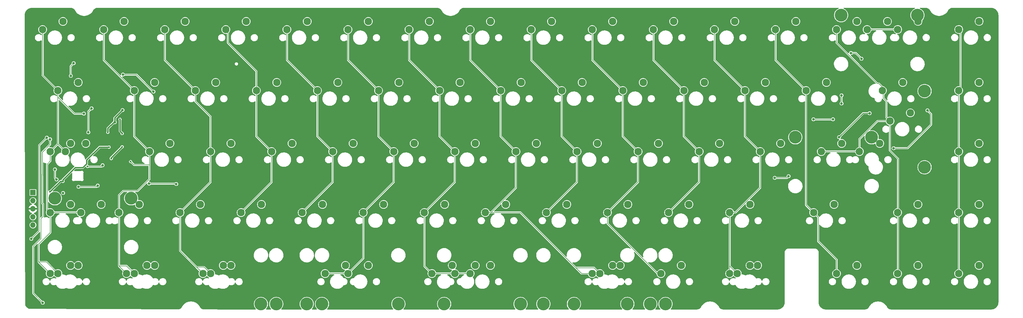
<source format=gbr>
%TF.GenerationSoftware,KiCad,Pcbnew,7.0.1*%
%TF.CreationDate,2023-05-15T16:06:07+03:00*%
%TF.ProjectId,rp2040-bakeneko65,72703230-3430-42d6-9261-6b656e656b6f,rev?*%
%TF.SameCoordinates,Original*%
%TF.FileFunction,Copper,L1,Top*%
%TF.FilePolarity,Positive*%
%FSLAX46Y46*%
G04 Gerber Fmt 4.6, Leading zero omitted, Abs format (unit mm)*
G04 Created by KiCad (PCBNEW 7.0.1) date 2023-05-15 16:06:07*
%MOMM*%
%LPD*%
G01*
G04 APERTURE LIST*
%TA.AperFunction,ComponentPad*%
%ADD10C,2.300000*%
%TD*%
%TA.AperFunction,ComponentPad*%
%ADD11C,4.000000*%
%TD*%
%TA.AperFunction,ComponentPad*%
%ADD12R,1.700000X1.700000*%
%TD*%
%TA.AperFunction,ComponentPad*%
%ADD13O,1.700000X1.700000*%
%TD*%
%TA.AperFunction,ViaPad*%
%ADD14C,0.800000*%
%TD*%
%TA.AperFunction,ViaPad*%
%ADD15C,0.600000*%
%TD*%
%TA.AperFunction,Conductor*%
%ADD16C,0.381000*%
%TD*%
%TA.AperFunction,Conductor*%
%ADD17C,0.200000*%
%TD*%
%TA.AperFunction,Conductor*%
%ADD18C,0.250000*%
%TD*%
G04 APERTURE END LIST*
D10*
%TO.P,SW42,1,1*%
%TO.N,COL7*%
X212883750Y-128428750D03*
%TO.P,SW42,2,2*%
%TO.N,Net-(D42-A)*%
X219233750Y-125888750D03*
%TD*%
%TO.P,SW27,1,1*%
%TO.N,COL9*%
X246221250Y-109378750D03*
%TO.P,SW27,2,2*%
%TO.N,Net-(D27-A)*%
X252571250Y-106838750D03*
%TD*%
%TO.P,SW76,1,1*%
%TO.N,COL6*%
X198596250Y-166528750D03*
%TO.P,SW76,2,2*%
%TO.N,Net-(D74-A)*%
X204946250Y-163988750D03*
%TD*%
%TO.P,SW14,1,1*%
%TO.N,COL13*%
X312896250Y-90328750D03*
%TO.P,SW14,2,2*%
%TO.N,Net-(D14-A)*%
X319246250Y-87788750D03*
%TD*%
%TO.P,SW41,1,1*%
%TO.N,COL6*%
X193833750Y-128428750D03*
%TO.P,SW41,2,2*%
%TO.N,Net-(D41-A)*%
X200183750Y-125888750D03*
%TD*%
%TO.P,SW39,1,1*%
%TO.N,COL4*%
X155733750Y-128428750D03*
%TO.P,SW39,2,2*%
%TO.N,Net-(D39-A)*%
X162083750Y-125888750D03*
%TD*%
%TO.P,SW33,1,1*%
%TO.N,COL15*%
X350996250Y-109378750D03*
%TO.P,SW33,2,2*%
%TO.N,Net-(D33-A)*%
X357346250Y-106838750D03*
%TD*%
%TO.P,SW37,1,1*%
%TO.N,COL2*%
X117633750Y-128428750D03*
%TO.P,SW37,2,2*%
%TO.N,Net-(D37-A)*%
X123983750Y-125888750D03*
%TD*%
%TO.P,SW43,1,1*%
%TO.N,COL8*%
X231933750Y-128428750D03*
%TO.P,SW43,2,2*%
%TO.N,Net-(D43-A)*%
X238283750Y-125888750D03*
%TD*%
%TO.P,SW52,1,1*%
%TO.N,COL1*%
X89058750Y-147478750D03*
%TO.P,SW52,2,2*%
%TO.N,Net-(D52-A)*%
X95408750Y-144938750D03*
%TD*%
%TO.P,SW17,1,1*%
%TO.N,COL14*%
X331978000Y-90297000D03*
%TO.P,SW17,2,2*%
%TO.N,Net-(D15-A)*%
X338328000Y-87757000D03*
%TD*%
%TO.P,SW68,1,1*%
%TO.N,COL1*%
X91440000Y-166528750D03*
%TO.P,SW68,2,2*%
%TO.N,Net-(D68-A)*%
X97790000Y-163988750D03*
%TD*%
%TO.P,SW21,1,1*%
%TO.N,COL3*%
X131921250Y-109378750D03*
%TO.P,SW21,2,2*%
%TO.N,Net-(D21-A)*%
X138271250Y-106838750D03*
%TD*%
%TO.P,SW40,1,1*%
%TO.N,COL5*%
X174783750Y-128428750D03*
%TO.P,SW40,2,2*%
%TO.N,Net-(D40-A)*%
X181133750Y-125888750D03*
%TD*%
D11*
%TO.P,S73,*%
%TO.N,*%
X176212500Y-176053750D03*
X152400000Y-176053750D03*
%TD*%
D10*
%TO.P,SW75,1,1*%
%TO.N,COL6*%
X193833750Y-166528750D03*
%TO.P,SW75,2,2*%
%TO.N,Net-(D74-A)*%
X200183750Y-163988750D03*
%TD*%
%TO.P,SW45,1,1*%
%TO.N,COL10*%
X270033750Y-128428750D03*
%TO.P,SW45,2,2*%
%TO.N,Net-(D45-A)*%
X276383750Y-125888750D03*
%TD*%
%TO.P,SW7,1,1*%
%TO.N,COL6*%
X179546250Y-90328750D03*
%TO.P,SW7,2,2*%
%TO.N,Net-(D7-A)*%
X185896250Y-87788750D03*
%TD*%
%TO.P,SW77,1,1*%
%TO.N,COL7*%
X236696250Y-166528750D03*
%TO.P,SW77,2,2*%
%TO.N,Net-(D77-A)*%
X243046250Y-163988750D03*
%TD*%
%TO.P,SW53,1,1*%
%TO.N,COL2*%
X108108750Y-147478750D03*
%TO.P,SW53,2,2*%
%TO.N,Net-(D53-A)*%
X114458750Y-144938750D03*
%TD*%
%TO.P,SW56,1,1*%
%TO.N,COL5*%
X165258750Y-147478750D03*
%TO.P,SW56,2,2*%
%TO.N,Net-(D56-A)*%
X171608750Y-144938750D03*
%TD*%
%TO.P,SW4,1,1*%
%TO.N,COL3*%
X122396250Y-90328750D03*
%TO.P,SW4,2,2*%
%TO.N,Net-(D4-A)*%
X128746250Y-87788750D03*
%TD*%
%TO.P,SW1,1,1*%
%TO.N,COL0*%
X65246250Y-90328750D03*
%TO.P,SW1,2,2*%
%TO.N,Net-(D1-A)*%
X71596250Y-87788750D03*
%TD*%
%TO.P,SW80,1,1*%
%TO.N,COL11*%
X279558750Y-166528750D03*
%TO.P,SW80,2,2*%
%TO.N,Net-(D80-A)*%
X285908750Y-163988750D03*
%TD*%
%TO.P,SW34,1,1*%
%TO.N,COL0*%
X67627500Y-128428750D03*
%TO.P,SW34,2,2*%
%TO.N,Net-(D35-A)*%
X73977500Y-125888750D03*
%TD*%
%TO.P,SW59,1,1*%
%TO.N,COL8*%
X222408750Y-147478750D03*
%TO.P,SW59,2,2*%
%TO.N,Net-(D59-A)*%
X228758750Y-144938750D03*
%TD*%
%TO.P,SW9,1,1*%
%TO.N,COL8*%
X217646250Y-90328750D03*
%TO.P,SW9,2,2*%
%TO.N,Net-(D9-A)*%
X223996250Y-87788750D03*
%TD*%
D12*
%TO.P,J2,1,Pin_1*%
%TO.N,RESET*%
X62230000Y-141224000D03*
D13*
%TO.P,J2,2,Pin_2*%
%TO.N,+3V3*%
X62230000Y-143764000D03*
%TO.P,J2,3,Pin_3*%
%TO.N,GND*%
X62230000Y-146304000D03*
%TO.P,J2,4,Pin_4*%
%TO.N,SWD*%
X62230000Y-148844000D03*
%TO.P,J2,5,Pin_5*%
%TO.N,SWCLK*%
X62230000Y-151384000D03*
%TD*%
D10*
%TO.P,SW6,1,1*%
%TO.N,COL5*%
X160496250Y-90328750D03*
%TO.P,SW6,2,2*%
%TO.N,Net-(D6-A)*%
X166846250Y-87788750D03*
%TD*%
%TO.P,SW81,1,1*%
%TO.N,COL11*%
X281940000Y-166528750D03*
%TO.P,SW81,2,2*%
%TO.N,Net-(D80-A)*%
X288290000Y-163988750D03*
%TD*%
D11*
%TO.P,S77,*%
%TO.N,*%
X259556250Y-176053750D03*
X221456250Y-176053750D03*
%TD*%
D10*
%TO.P,SW38,1,1*%
%TO.N,COL3*%
X136683750Y-128428750D03*
%TO.P,SW38,2,2*%
%TO.N,Net-(D38-A)*%
X143033750Y-125888750D03*
%TD*%
D11*
%TO.P,S50,*%
%TO.N,*%
X69056250Y-143033750D03*
X92868750Y-143033750D03*
%TD*%
D10*
%TO.P,SW66,1,1*%
%TO.N,COL0*%
X67627500Y-166528750D03*
%TO.P,SW66,2,2*%
%TO.N,Net-(D66-A)*%
X73977500Y-163988750D03*
%TD*%
%TO.P,SW51,1,1*%
%TO.N,COL0*%
X77152500Y-147478750D03*
%TO.P,SW51,2,2*%
%TO.N,Net-(D51-A)*%
X83502500Y-144938750D03*
%TD*%
%TO.P,SW55,1,1*%
%TO.N,COL4*%
X146208750Y-147478750D03*
%TO.P,SW55,2,2*%
%TO.N,Net-(D55-A)*%
X152558750Y-144938750D03*
%TD*%
%TO.P,SW44,1,1*%
%TO.N,COL9*%
X250983750Y-128428750D03*
%TO.P,SW44,2,2*%
%TO.N,Net-(D44-A)*%
X257333750Y-125888750D03*
%TD*%
%TO.P,SW57,1,1*%
%TO.N,COL6*%
X184308750Y-147478750D03*
%TO.P,SW57,2,2*%
%TO.N,Net-(D57-A)*%
X190658750Y-144938750D03*
%TD*%
%TO.P,SW30,1,1*%
%TO.N,COL12*%
X303371250Y-109378750D03*
%TO.P,SW30,2,2*%
%TO.N,Net-(D30-A)*%
X309721250Y-106838750D03*
%TD*%
%TO.P,SW2,1,1*%
%TO.N,COL1*%
X84296250Y-90328750D03*
%TO.P,SW2,2,2*%
%TO.N,Net-(D2-A)*%
X90646250Y-87788750D03*
%TD*%
D11*
%TO.P,S78,*%
%TO.N,*%
X254793750Y-176053750D03*
X230981250Y-176053750D03*
%TD*%
D10*
%TO.P,SW84,1,1*%
%TO.N,COL15*%
X350996250Y-166528750D03*
%TO.P,SW84,2,2*%
%TO.N,Net-(D84-A)*%
X357346250Y-163988750D03*
%TD*%
%TO.P,SW20,1,1*%
%TO.N,COL2*%
X112871250Y-109378750D03*
%TO.P,SW20,2,2*%
%TO.N,Net-(D20-A)*%
X119221250Y-106838750D03*
%TD*%
%TO.P,SW35,1,1*%
%TO.N,COL0*%
X72390000Y-128428750D03*
%TO.P,SW35,2,2*%
%TO.N,Net-(D35-A)*%
X78740000Y-125888750D03*
%TD*%
%TO.P,SW18,1,1*%
%TO.N,COL0*%
X70008750Y-109378750D03*
%TO.P,SW18,2,2*%
%TO.N,Net-(D18-A)*%
X76358750Y-106838750D03*
%TD*%
%TO.P,SW49,1,1*%
%TO.N,COL15*%
X350996250Y-128428750D03*
%TO.P,SW49,2,2*%
%TO.N,Net-(D49-A)*%
X357346250Y-125888750D03*
%TD*%
%TO.P,SW54,1,1*%
%TO.N,COL3*%
X127158750Y-147478750D03*
%TO.P,SW54,2,2*%
%TO.N,Net-(D54-A)*%
X133508750Y-144938750D03*
%TD*%
%TO.P,SW73,1,1*%
%TO.N,COL5*%
X160496250Y-166528750D03*
%TO.P,SW73,2,2*%
%TO.N,Net-(D72-A)*%
X166846250Y-163988750D03*
%TD*%
%TO.P,SW22,1,1*%
%TO.N,COL4*%
X150971250Y-109378750D03*
%TO.P,SW22,2,2*%
%TO.N,Net-(D22-A)*%
X157321250Y-106838750D03*
%TD*%
%TO.P,SW12,1,1*%
%TO.N,COL11*%
X274796250Y-90328750D03*
%TO.P,SW12,2,2*%
%TO.N,Net-(D12-A)*%
X281146250Y-87788750D03*
%TD*%
%TO.P,SW62,1,1*%
%TO.N,COL11*%
X279558750Y-147478750D03*
%TO.P,SW62,2,2*%
%TO.N,Net-(D62-A)*%
X285908750Y-144938750D03*
%TD*%
%TO.P,SW8,1,1*%
%TO.N,COL7*%
X198596250Y-90328750D03*
%TO.P,SW8,2,2*%
%TO.N,Net-(D8-A)*%
X204946250Y-87788750D03*
%TD*%
%TO.P,SW83,1,1*%
%TO.N,COL13*%
X331946250Y-166528750D03*
%TO.P,SW83,2,2*%
%TO.N,Net-(D83-A)*%
X338296250Y-163988750D03*
%TD*%
D11*
%TO.P,S32,*%
%TO.N,*%
X340360000Y-133350000D03*
X340360000Y-109537500D03*
%TD*%
D10*
%TO.P,SW46,1,1*%
%TO.N,COL11*%
X289083750Y-128428750D03*
%TO.P,SW46,2,2*%
%TO.N,Net-(D46-A)*%
X295433750Y-125888750D03*
%TD*%
%TO.P,SW48,1,1*%
%TO.N,COL13*%
X320040000Y-128428750D03*
%TO.P,SW48,2,2*%
%TO.N,Net-(D31-A)*%
X326390000Y-125888750D03*
%TD*%
%TO.P,SW67,1,1*%
%TO.N,COL0*%
X70008750Y-166528750D03*
%TO.P,SW67,2,2*%
%TO.N,Net-(D66-A)*%
X76358750Y-163988750D03*
%TD*%
%TO.P,SW61,1,1*%
%TO.N,COL10*%
X260508750Y-147478750D03*
%TO.P,SW61,2,2*%
%TO.N,Net-(D61-A)*%
X266858750Y-144938750D03*
%TD*%
%TO.P,SW82,1,1*%
%TO.N,COL12*%
X312896250Y-166528750D03*
%TO.P,SW82,2,2*%
%TO.N,Net-(D82-A)*%
X319246250Y-163988750D03*
%TD*%
%TO.P,SW26,1,1*%
%TO.N,COL8*%
X227171250Y-109378750D03*
%TO.P,SW26,2,2*%
%TO.N,Net-(D26-A)*%
X233521250Y-106838750D03*
%TD*%
D11*
%TO.P,S75,*%
%TO.N,*%
X247650000Y-176053750D03*
X147637500Y-176053750D03*
%TD*%
D10*
%TO.P,SW79,1,1*%
%TO.N,COL9*%
X258127500Y-166528750D03*
%TO.P,SW79,2,2*%
%TO.N,Net-(D79-A)*%
X264477500Y-163988750D03*
%TD*%
%TO.P,SW47,1,1*%
%TO.N,COL13*%
X308133750Y-128428750D03*
%TO.P,SW47,2,2*%
%TO.N,Net-(D47-A)*%
X314483750Y-125888750D03*
%TD*%
%TO.P,SW32,1,1*%
%TO.N,COL13*%
X329565000Y-118903750D03*
%TO.P,SW32,2,2*%
%TO.N,Net-(D47-A)*%
X335915000Y-116363750D03*
%TD*%
D11*
%TO.P,S74,*%
%TO.N,*%
X247650000Y-176053750D03*
X133350000Y-176053750D03*
%TD*%
%TO.P,S47,*%
%TO.N,*%
X300037500Y-123983750D03*
X323850000Y-123983750D03*
%TD*%
D10*
%TO.P,SW10,1,1*%
%TO.N,COL9*%
X236696250Y-90328750D03*
%TO.P,SW10,2,2*%
%TO.N,Net-(D10-A)*%
X243046250Y-87788750D03*
%TD*%
%TO.P,SW31,1,1*%
%TO.N,COL13*%
X327183750Y-109378750D03*
%TO.P,SW31,2,2*%
%TO.N,Net-(D31-A)*%
X333533750Y-106838750D03*
%TD*%
%TO.P,SW11,1,1*%
%TO.N,COL10*%
X255746250Y-90328750D03*
%TO.P,SW11,2,2*%
%TO.N,Net-(D11-A)*%
X262096250Y-87788750D03*
%TD*%
%TO.P,SW70,1,1*%
%TO.N,COL2*%
X115252500Y-166528750D03*
%TO.P,SW70,2,2*%
%TO.N,Net-(D70-A)*%
X121602500Y-163988750D03*
%TD*%
%TO.P,SW5,1,1*%
%TO.N,COL4*%
X141446250Y-90328750D03*
%TO.P,SW5,2,2*%
%TO.N,Net-(D5-A)*%
X147796250Y-87788750D03*
%TD*%
%TO.P,SW78,1,1*%
%TO.N,COL7*%
X239077500Y-166528750D03*
%TO.P,SW78,2,2*%
%TO.N,Net-(D77-A)*%
X245427500Y-163988750D03*
%TD*%
%TO.P,SW16,1,1*%
%TO.N,COL15*%
X351028000Y-90297000D03*
%TO.P,SW16,2,2*%
%TO.N,Net-(D16-A)*%
X357378000Y-87757000D03*
%TD*%
%TO.P,SW13,1,1*%
%TO.N,COL12*%
X293846250Y-90328750D03*
%TO.P,SW13,2,2*%
%TO.N,Net-(D13-A)*%
X300196250Y-87788750D03*
%TD*%
%TO.P,SW3,1,1*%
%TO.N,COL2*%
X103346250Y-90328750D03*
%TO.P,SW3,2,2*%
%TO.N,Net-(D3-A)*%
X109696250Y-87788750D03*
%TD*%
%TO.P,SW72,1,1*%
%TO.N,COL5*%
X153352500Y-166528750D03*
%TO.P,SW72,2,2*%
%TO.N,Net-(D72-A)*%
X159702500Y-163988750D03*
%TD*%
%TO.P,SW23,1,1*%
%TO.N,COL5*%
X170021250Y-109378750D03*
%TO.P,SW23,2,2*%
%TO.N,Net-(D23-A)*%
X176371250Y-106838750D03*
%TD*%
%TO.P,SW65,1,1*%
%TO.N,COL15*%
X350996250Y-147478750D03*
%TO.P,SW65,2,2*%
%TO.N,Net-(D65-A)*%
X357346250Y-144938750D03*
%TD*%
%TO.P,SW69,1,1*%
%TO.N,COL1*%
X93821250Y-166528750D03*
%TO.P,SW69,2,2*%
%TO.N,Net-(D68-A)*%
X100171250Y-163988750D03*
%TD*%
%TO.P,SW19,1,1*%
%TO.N,COL1*%
X93821250Y-109378750D03*
%TO.P,SW19,2,2*%
%TO.N,Net-(D19-A)*%
X100171250Y-106838750D03*
%TD*%
%TO.P,SW25,1,1*%
%TO.N,COL7*%
X208121250Y-109378750D03*
%TO.P,SW25,2,2*%
%TO.N,Net-(D25-A)*%
X214471250Y-106838750D03*
%TD*%
%TO.P,SW74,1,1*%
%TO.N,COL6*%
X186690000Y-166528750D03*
%TO.P,SW74,2,2*%
%TO.N,Net-(D74-A)*%
X193040000Y-163988750D03*
%TD*%
%TO.P,SW71,1,1*%
%TO.N,COL2*%
X117633750Y-166528750D03*
%TO.P,SW71,2,2*%
%TO.N,Net-(D70-A)*%
X123983750Y-163988750D03*
%TD*%
%TO.P,SW24,1,1*%
%TO.N,COL6*%
X189071250Y-109378750D03*
%TO.P,SW24,2,2*%
%TO.N,Net-(D24-A)*%
X195421250Y-106838750D03*
%TD*%
%TO.P,SW60,1,1*%
%TO.N,COL9*%
X241458750Y-147478750D03*
%TO.P,SW60,2,2*%
%TO.N,Net-(D60-A)*%
X247808750Y-144938750D03*
%TD*%
D11*
%TO.P,S76,*%
%TO.N,*%
X214312500Y-176053750D03*
X190500000Y-176053750D03*
%TD*%
D10*
%TO.P,SW63,1,1*%
%TO.N,COL12*%
X305752500Y-147478750D03*
%TO.P,SW63,2,2*%
%TO.N,Net-(D63-A)*%
X312102500Y-144938750D03*
%TD*%
%TO.P,SW50,1,1*%
%TO.N,COL0*%
X67627500Y-147478750D03*
%TO.P,SW50,2,2*%
%TO.N,Net-(D51-A)*%
X73977500Y-144938750D03*
%TD*%
%TO.P,SW58,1,1*%
%TO.N,COL7*%
X203358750Y-147478750D03*
%TO.P,SW58,2,2*%
%TO.N,Net-(D58-A)*%
X209708750Y-144938750D03*
%TD*%
D11*
%TO.P,S72,*%
%TO.N,*%
X176212500Y-176053750D03*
X138112500Y-176053750D03*
%TD*%
D10*
%TO.P,SW36,1,1*%
%TO.N,COL1*%
X98583750Y-128428750D03*
%TO.P,SW36,2,2*%
%TO.N,Net-(D36-A)*%
X104933750Y-125888750D03*
%TD*%
%TO.P,SW28,1,1*%
%TO.N,COL10*%
X265271250Y-109378750D03*
%TO.P,SW28,2,2*%
%TO.N,Net-(D28-A)*%
X271621250Y-106838750D03*
%TD*%
%TO.P,SW64,1,1*%
%TO.N,COL13*%
X331946250Y-147478750D03*
%TO.P,SW64,2,2*%
%TO.N,Net-(D64-A)*%
X338296250Y-144938750D03*
%TD*%
D11*
%TO.P,S17,*%
%TO.N,*%
X314325000Y-85852000D03*
X338137500Y-85852000D03*
%TD*%
D10*
%TO.P,SW15,1,1*%
%TO.N,COL14*%
X322421250Y-90328750D03*
%TO.P,SW15,2,2*%
%TO.N,Net-(D15-A)*%
X328771250Y-87788750D03*
%TD*%
%TO.P,SW29,1,1*%
%TO.N,COL11*%
X284321250Y-109378750D03*
%TO.P,SW29,2,2*%
%TO.N,Net-(D29-A)*%
X290671250Y-106838750D03*
%TD*%
D14*
%TO.N,+3V3*%
X90170000Y-115468400D03*
X87757000Y-119253000D03*
D15*
X71577200Y-137718800D03*
X85598000Y-122428000D03*
X85953600Y-127050800D03*
X67564000Y-140970000D03*
%TO.N,GND*%
X99771200Y-120751600D03*
X63500000Y-150622000D03*
D14*
X88036194Y-124884731D03*
X65278000Y-126873000D03*
X76327000Y-126619000D03*
X77216000Y-138684000D03*
X84455000Y-101219000D03*
X87020194Y-123868731D03*
X85725000Y-100076000D03*
X98044000Y-101854000D03*
X106807000Y-104521000D03*
X63246000Y-125730000D03*
X86261006Y-133056732D03*
X90728800Y-116535200D03*
X102362000Y-97790000D03*
X73660000Y-133096000D03*
D15*
X64770000Y-147320000D03*
D14*
X88392000Y-131572000D03*
X81026000Y-125476000D03*
X68707000Y-125349000D03*
X75438000Y-101727000D03*
X121920000Y-101727000D03*
X104775000Y-102489000D03*
X68199000Y-136271000D03*
X70231000Y-136271000D03*
X89052194Y-123868731D03*
D15*
X101981000Y-95885000D03*
X89488001Y-130094394D03*
D14*
X89027000Y-106045000D03*
X94996000Y-121666000D03*
X94389006Y-135977732D03*
D15*
X104521000Y-95885000D03*
D14*
X91440000Y-113538000D03*
X72517000Y-138430000D03*
X92075000Y-109093000D03*
X88036194Y-125900731D03*
X67564000Y-133604000D03*
X65786000Y-135763000D03*
X73279000Y-139446000D03*
X91948000Y-106172000D03*
X112776000Y-114427000D03*
X84201000Y-117856000D03*
X68072000Y-132207000D03*
X72771000Y-103886000D03*
X87020194Y-125900731D03*
X75438000Y-104013000D03*
X85471000Y-98171000D03*
X89182006Y-136779000D03*
X83312000Y-98933000D03*
X106553000Y-101727000D03*
X72009000Y-125603000D03*
X72771000Y-101600000D03*
X89052194Y-124884731D03*
X98933000Y-98425000D03*
X77216000Y-128143000D03*
X93853000Y-107569000D03*
X70104000Y-134239000D03*
X110998000Y-103251000D03*
X108077000Y-103124000D03*
D15*
X82197006Y-122007732D03*
D14*
X88036194Y-123868731D03*
X90678000Y-107315000D03*
X87020194Y-124884731D03*
X72390000Y-133985000D03*
X89052194Y-125900731D03*
D15*
X64770000Y-145034000D03*
X95016589Y-125709411D03*
D14*
X74930000Y-128270000D03*
D15*
%TO.N,+1V1*%
X86652081Y-130604304D03*
X90043000Y-126960732D03*
X89408000Y-118364000D03*
X90043000Y-122809000D03*
D14*
%TO.N,ROW0*%
X74041000Y-104775000D03*
X74930000Y-100838000D03*
X317373000Y-97663000D03*
X320675000Y-99441000D03*
%TO.N,ROW1*%
X99822000Y-109728000D03*
X90297000Y-104394000D03*
X311785000Y-118364000D03*
X305689000Y-118364000D03*
X80518000Y-114935000D03*
X79502000Y-122428000D03*
%TO.N,Net-(D30-A)*%
X314452000Y-110871000D03*
X314452000Y-113411000D03*
%TO.N,Net-(D31-A)*%
X341249000Y-115570000D03*
X330708000Y-127381000D03*
%TO.N,ROW2*%
X293624000Y-136652000D03*
X69088000Y-133985000D03*
X106934000Y-138557000D03*
X82423000Y-139065000D03*
X69596000Y-137160000D03*
X98425000Y-138430000D03*
X297942000Y-136144000D03*
X76454000Y-139446000D03*
D15*
%TO.N,Net-(D35-A)*%
X79248000Y-133096000D03*
D14*
X83947000Y-132715000D03*
%TO.N,Net-(D47-A)*%
X313690000Y-123952000D03*
X323215000Y-116459000D03*
%TO.N,ROW3*%
X66548000Y-124079000D03*
X61722000Y-155702000D03*
%TO.N,ROW4*%
X67564000Y-124587000D03*
X65278000Y-175641000D03*
%TO.N,RESET*%
X71628000Y-141351000D03*
%TO.N,COL0*%
X78105000Y-116586000D03*
D15*
%TO.N,COL1*%
X92710000Y-131572000D03*
%TD*%
D16*
%TO.N,+3V3*%
X78994000Y-131064000D02*
X83007200Y-127050800D01*
X85598000Y-121158000D02*
X87503000Y-119253000D01*
X77749400Y-133451600D02*
X78994000Y-132207000D01*
X87503000Y-119253000D02*
X87757000Y-119253000D01*
X90170000Y-115468400D02*
X87757000Y-117881400D01*
X83007200Y-127050800D02*
X85953600Y-127050800D01*
X70815200Y-137718800D02*
X71577200Y-137718800D01*
X71577200Y-137246853D02*
X75372453Y-133451600D01*
X75372453Y-133451600D02*
X77749400Y-133451600D01*
X85598000Y-121158000D02*
X85598000Y-122428000D01*
X87757000Y-117881400D02*
X87757000Y-119253000D01*
X71577200Y-137718800D02*
X71577200Y-137246853D01*
X67564000Y-140970000D02*
X70815200Y-137718800D01*
X78994000Y-132207000D02*
X78994000Y-131064000D01*
%TO.N,+1V1*%
X89408000Y-122047000D02*
X90043000Y-122682000D01*
X89408000Y-122047000D02*
X89408000Y-118364000D01*
X86652081Y-130604304D02*
X86652081Y-130351651D01*
X90043000Y-122682000D02*
X90043000Y-122809000D01*
X86652081Y-130351651D02*
X90043000Y-126960732D01*
D17*
%TO.N,ROW0*%
X318897000Y-97663000D02*
X320675000Y-99441000D01*
X74041000Y-104775000D02*
X74041000Y-101727000D01*
X317373000Y-97663000D02*
X318897000Y-97663000D01*
X74041000Y-101727000D02*
X74930000Y-100838000D01*
%TO.N,ROW1*%
X79502000Y-115951000D02*
X80518000Y-114935000D01*
X79502000Y-122428000D02*
X79502000Y-115951000D01*
X90297000Y-104394000D02*
X94488000Y-104394000D01*
X94488000Y-104394000D02*
X99822000Y-109728000D01*
X305689000Y-118364000D02*
X311785000Y-118364000D01*
%TO.N,Net-(D30-A)*%
X314452000Y-110871000D02*
X314452000Y-113411000D01*
%TO.N,Net-(D31-A)*%
X342392000Y-120015000D02*
X342392000Y-116713000D01*
X342392000Y-116713000D02*
X341249000Y-115570000D01*
X330708000Y-127381000D02*
X335026000Y-127381000D01*
X335026000Y-127381000D02*
X342392000Y-120015000D01*
%TO.N,ROW2*%
X98425000Y-138430000D02*
X106807000Y-138430000D01*
X76454000Y-139446000D02*
X82042000Y-139446000D01*
X297434000Y-136652000D02*
X297942000Y-136144000D01*
X69088000Y-136652000D02*
X69596000Y-137160000D01*
X106807000Y-138430000D02*
X106934000Y-138557000D01*
X82042000Y-139446000D02*
X82423000Y-139065000D01*
X293624000Y-136652000D02*
X297434000Y-136652000D01*
X69088000Y-133985000D02*
X69088000Y-136652000D01*
%TO.N,Net-(D35-A)*%
X83566000Y-133096000D02*
X83947000Y-132715000D01*
X79248000Y-133096000D02*
X83566000Y-133096000D01*
D18*
%TO.N,Net-(D47-A)*%
X321183000Y-116459000D02*
X323215000Y-116459000D01*
X313690000Y-123952000D02*
X321183000Y-116459000D01*
D17*
%TO.N,ROW3*%
X66548000Y-124079000D02*
X64170000Y-126457000D01*
X64170000Y-153254000D02*
X61722000Y-155702000D01*
X64170000Y-126457000D02*
X64170000Y-153254000D01*
%TO.N,ROW4*%
X65405000Y-148717000D02*
X64770000Y-149352000D01*
X65086000Y-144501471D02*
X65405000Y-144820471D01*
X64770000Y-155575000D02*
X62357000Y-157988000D01*
X65132500Y-128669500D02*
X65132500Y-135426550D01*
X67564000Y-126238000D02*
X65132500Y-128669500D01*
X65132500Y-135426550D02*
X65086000Y-135473050D01*
X64770000Y-149352000D02*
X64770000Y-155575000D01*
X62357000Y-157988000D02*
X62357000Y-172720000D01*
X62357000Y-172720000D02*
X65278000Y-175641000D01*
X67564000Y-124587000D02*
X67564000Y-126238000D01*
X65086000Y-135473050D02*
X65086000Y-144501471D01*
X65405000Y-144820471D02*
X65405000Y-148717000D01*
%TO.N,COL0*%
X66675000Y-146526250D02*
X67627500Y-147478750D01*
X67627500Y-128428750D02*
X67627500Y-131431162D01*
X64008000Y-157353000D02*
X64008000Y-162909250D01*
X67627500Y-131431162D02*
X66675000Y-132383662D01*
X67627500Y-153733500D02*
X64008000Y-157353000D01*
X70008750Y-111423525D02*
X70008750Y-109378750D01*
X64008000Y-162909250D02*
X67627500Y-166528750D01*
X70008750Y-126047500D02*
X72390000Y-128428750D01*
X66389250Y-162909250D02*
X70008750Y-166528750D01*
X66675000Y-132383662D02*
X66675000Y-146526250D01*
X65246250Y-90328750D02*
X65246250Y-104616250D01*
X67627500Y-147478750D02*
X67627500Y-153733500D01*
X67627500Y-147478750D02*
X77152500Y-147478750D01*
X70008750Y-126047500D02*
X67627500Y-128428750D01*
X75171225Y-116586000D02*
X70008750Y-111423525D01*
X70008750Y-109378750D02*
X70008750Y-126047500D01*
X78105000Y-116586000D02*
X75171225Y-116586000D01*
X65246250Y-104616250D02*
X70008750Y-109378750D01*
X64008000Y-162909250D02*
X66389250Y-162909250D01*
%TO.N,COL1*%
X89058750Y-147478750D02*
X89058750Y-164147500D01*
X93726000Y-132588000D02*
X98583750Y-132588000D01*
X94851250Y-140733750D02*
X90406250Y-140733750D01*
X89058750Y-142081250D02*
X89058750Y-147478750D01*
X93821250Y-123666250D02*
X98583750Y-128428750D01*
X90406250Y-140733750D02*
X89058750Y-142081250D01*
X98583750Y-132588000D02*
X98583750Y-137001250D01*
X89058750Y-164147500D02*
X91440000Y-164147500D01*
X93821250Y-109378750D02*
X93821250Y-123666250D01*
X98583750Y-128428750D02*
X98583750Y-132588000D01*
X98583750Y-137001250D02*
X94851250Y-140733750D01*
X93726000Y-132588000D02*
X92710000Y-131572000D01*
X84296250Y-90328750D02*
X84296250Y-99853750D01*
X84296250Y-99853750D02*
X93821250Y-109378750D01*
X91440000Y-164147500D02*
X93821250Y-166528750D01*
X89058750Y-164147500D02*
X91440000Y-166528750D01*
%TO.N,COL2*%
X117633750Y-128428750D02*
X117633750Y-137953750D01*
X103346250Y-99853750D02*
X112871250Y-109378750D01*
X113236375Y-164512625D02*
X115252500Y-166528750D01*
X115617625Y-164512625D02*
X117633750Y-166528750D01*
X117633750Y-137953750D02*
X108108750Y-147478750D01*
X112871250Y-112784721D02*
X117633750Y-117547221D01*
X113236375Y-164512625D02*
X115617625Y-164512625D01*
X103346250Y-90328750D02*
X103346250Y-99853750D01*
X108108750Y-159385000D02*
X113236375Y-164512625D01*
X108108750Y-147478750D02*
X108108750Y-159385000D01*
X112871250Y-109378750D02*
X112871250Y-112784721D01*
X117633750Y-117547221D02*
X117633750Y-128428750D01*
%TO.N,COL3*%
X122396250Y-90328750D02*
X123063000Y-90995500D01*
X123063000Y-90995500D02*
X123063000Y-94488000D01*
X131921250Y-109378750D02*
X131921250Y-123666250D01*
X131921250Y-103346250D02*
X131921250Y-109378750D01*
X123063000Y-94488000D02*
X131921250Y-103346250D01*
X136683750Y-137953750D02*
X127158750Y-147478750D01*
X131921250Y-123666250D02*
X136683750Y-128428750D01*
X136683750Y-128428750D02*
X136683750Y-137953750D01*
%TO.N,COL4*%
X141446250Y-99853750D02*
X150971250Y-109378750D01*
X150971250Y-123666250D02*
X155733750Y-128428750D01*
X141446250Y-90328750D02*
X141446250Y-99853750D01*
X155733750Y-128428750D02*
X155733750Y-137953750D01*
X150971250Y-109378750D02*
X150971250Y-123666250D01*
X155733750Y-137953750D02*
X146208750Y-147478750D01*
%TO.N,COL5*%
X160496250Y-90328750D02*
X160496250Y-99853750D01*
X165258750Y-147478750D02*
X165258750Y-161766250D01*
X174783750Y-128428750D02*
X174783750Y-137953750D01*
X165258750Y-161766250D02*
X160496250Y-166528750D01*
X170021250Y-123666250D02*
X174783750Y-128428750D01*
X160496250Y-99853750D02*
X170021250Y-109378750D01*
X170021250Y-109378750D02*
X170021250Y-123666250D01*
X160496250Y-166528750D02*
X153352500Y-166528750D01*
X174783750Y-137953750D02*
X165258750Y-147478750D01*
%TO.N,COL6*%
X193833750Y-166528750D02*
X198596250Y-166528750D01*
X189071250Y-123666250D02*
X193833750Y-128428750D01*
X193833750Y-128428750D02*
X193833750Y-137953750D01*
X189071250Y-109378750D02*
X189071250Y-123666250D01*
X184308750Y-164147500D02*
X186690000Y-166528750D01*
X179546250Y-99853750D02*
X189071250Y-109378750D01*
X179546250Y-90328750D02*
X179546250Y-99853750D01*
X186690000Y-166528750D02*
X193833750Y-166528750D01*
X193833750Y-137953750D02*
X184308750Y-147478750D01*
X184308750Y-147478750D02*
X184308750Y-164147500D01*
%TO.N,COL7*%
X233381475Y-166528750D02*
X236696250Y-166528750D01*
X198596250Y-99853750D02*
X208121250Y-109378750D01*
X208121250Y-109378750D02*
X208121250Y-123666250D01*
X208121250Y-123666250D02*
X212883750Y-128428750D01*
X212883750Y-128428750D02*
X212883750Y-139713140D01*
X237305888Y-164757138D02*
X239077500Y-166528750D01*
X212883750Y-139713140D02*
X205118140Y-147478750D01*
X203358750Y-147478750D02*
X214331475Y-147478750D01*
X231609862Y-164757138D02*
X233381475Y-166528750D01*
X214331475Y-147478750D02*
X231609862Y-164757138D01*
X231609862Y-164757138D02*
X237305888Y-164757138D01*
X198596250Y-90328750D02*
X198596250Y-99853750D01*
X205118140Y-147478750D02*
X203358750Y-147478750D01*
%TO.N,COL8*%
X217646250Y-99853750D02*
X227171250Y-109378750D01*
X231933750Y-128428750D02*
X231933750Y-137953750D01*
X231933750Y-137953750D02*
X222408750Y-147478750D01*
X227171250Y-109378750D02*
X227171250Y-123666250D01*
X227171250Y-123666250D02*
X231933750Y-128428750D01*
X217646250Y-90328750D02*
X217646250Y-99853750D01*
%TO.N,COL9*%
X257079750Y-166528750D02*
X258127500Y-166528750D01*
X241458750Y-147478750D02*
X241458750Y-150907750D01*
X250983750Y-137953750D02*
X241458750Y-147478750D01*
X236696250Y-99853750D02*
X246221250Y-109378750D01*
X246221250Y-109378750D02*
X246221250Y-123666250D01*
X241458750Y-150907750D02*
X257079750Y-166528750D01*
X246221250Y-123666250D02*
X250983750Y-128428750D01*
X250983750Y-128428750D02*
X250983750Y-137953750D01*
X236696250Y-90328750D02*
X236696250Y-99853750D01*
%TO.N,COL10*%
X265271250Y-123666250D02*
X270033750Y-128428750D01*
X270033750Y-137953750D02*
X260508750Y-147478750D01*
X255746250Y-99853750D02*
X265271250Y-109378750D01*
X270033750Y-128428750D02*
X270033750Y-137953750D01*
X265271250Y-109378750D02*
X265271250Y-123666250D01*
X255746250Y-90328750D02*
X255746250Y-99853750D01*
%TO.N,COL11*%
X284321250Y-123666250D02*
X289083750Y-128428750D01*
X274796250Y-99853750D02*
X284321250Y-109378750D01*
X289083750Y-139713140D02*
X281318140Y-147478750D01*
X284321250Y-109378750D02*
X284321250Y-123666250D01*
X274796250Y-90328750D02*
X274796250Y-99853750D01*
X279558750Y-163195000D02*
X279558750Y-164147500D01*
X279558750Y-163195000D02*
X279558750Y-166528750D01*
X281318140Y-147478750D02*
X279558750Y-147478750D01*
X279558750Y-147478750D02*
X279558750Y-163195000D01*
X279558750Y-164147500D02*
X281940000Y-166528750D01*
X289083750Y-128428750D02*
X289083750Y-139713140D01*
%TO.N,COL12*%
X293846250Y-99853750D02*
X303371250Y-109378750D01*
X307191712Y-156442712D02*
X312896250Y-162147250D01*
X305752500Y-147478750D02*
X307191712Y-148917962D01*
X312896250Y-162147250D02*
X312896250Y-166528750D01*
X293846250Y-90328750D02*
X293846250Y-99853750D01*
X307191712Y-148917962D02*
X307191712Y-156442712D01*
X303371250Y-145097500D02*
X305752500Y-147478750D01*
X303371250Y-109378750D02*
X303371250Y-145097500D01*
%TO.N,COL13*%
X327463900Y-111690900D02*
X327463900Y-108566625D01*
X332105000Y-147637500D02*
X332105000Y-166370000D01*
X320040000Y-124541058D02*
X320040000Y-128428750D01*
X327463900Y-108566625D02*
X326090875Y-107193600D01*
X328415000Y-112642000D02*
X327463900Y-111690900D01*
X328415000Y-117753750D02*
X328415000Y-112642000D01*
X331946250Y-147478750D02*
X332105000Y-147637500D01*
X329565000Y-118903750D02*
X325677308Y-118903750D01*
X329565000Y-118903750D02*
X328415000Y-117753750D01*
X332105000Y-130683000D02*
X332105000Y-147320000D01*
X329565000Y-128143000D02*
X332105000Y-130683000D01*
X329565000Y-118903750D02*
X329565000Y-128143000D01*
X320040000Y-128428750D02*
X308133750Y-128428750D01*
X332105000Y-166370000D02*
X331946250Y-166528750D01*
X332105000Y-147320000D02*
X331946250Y-147478750D01*
X325633600Y-107193600D02*
X312896250Y-94456250D01*
X325677308Y-118903750D02*
X320040000Y-124541058D01*
X312896250Y-94456250D02*
X312896250Y-90328750D01*
X326090875Y-107193600D02*
X325633600Y-107193600D01*
%TO.N,COL14*%
X331946250Y-90328750D02*
X331978000Y-90297000D01*
X322421250Y-90328750D02*
X331946250Y-90328750D01*
%TO.N,COL15*%
X351536000Y-108839000D02*
X350996250Y-109378750D01*
X351536000Y-90805000D02*
X351536000Y-108839000D01*
X351028000Y-90297000D02*
X351536000Y-90805000D01*
X350996250Y-128428750D02*
X350996250Y-147478750D01*
X350996250Y-109378750D02*
X350996250Y-128428750D01*
X350996250Y-147478750D02*
X350996250Y-166528750D01*
%TD*%
%TA.AperFunction,Conductor*%
%TO.N,GND*%
G36*
X65593066Y-131813299D02*
G01*
X65642569Y-131842195D01*
X65656319Y-131855304D01*
X65658597Y-131857477D01*
X65721199Y-131897709D01*
X65839417Y-131973684D01*
X65879462Y-131989715D01*
X66038968Y-132053572D01*
X66250028Y-132094250D01*
X66277823Y-132094250D01*
X66331810Y-132106619D01*
X66375026Y-132141260D01*
X66398850Y-132191260D01*
X66398528Y-132246645D01*
X66389228Y-132286179D01*
X66384151Y-132302575D01*
X66374500Y-132327489D01*
X66374500Y-132334413D01*
X66371206Y-132362806D01*
X66369621Y-132369543D01*
X66373311Y-132395994D01*
X66374500Y-132413127D01*
X66374500Y-146457007D01*
X66371756Y-146473827D01*
X66374368Y-146530329D01*
X66374500Y-146536055D01*
X66374500Y-146555069D01*
X66376181Y-146569557D01*
X66377415Y-146596243D01*
X66380213Y-146602580D01*
X66388666Y-146629876D01*
X66389938Y-146636684D01*
X66403997Y-146659390D01*
X66412002Y-146674577D01*
X66428436Y-146711795D01*
X66442281Y-146732845D01*
X66450990Y-146782233D01*
X66439424Y-146831031D01*
X66353597Y-147015086D01*
X66292436Y-147243342D01*
X66271840Y-147478750D01*
X66292436Y-147714157D01*
X66333864Y-147868767D01*
X66353597Y-147942413D01*
X66453465Y-148156580D01*
X66589005Y-148350151D01*
X66756099Y-148517245D01*
X66949670Y-148652785D01*
X67163837Y-148752653D01*
X67235094Y-148771746D01*
X67282706Y-148796532D01*
X67315382Y-148839116D01*
X67327000Y-148891521D01*
X67327000Y-149098469D01*
X67313752Y-149154237D01*
X67276837Y-149198089D01*
X67224145Y-149220653D01*
X67166935Y-149217108D01*
X67117431Y-149188212D01*
X67056404Y-149130024D01*
X67056403Y-149130023D01*
X67000031Y-149093795D01*
X66875582Y-149013815D01*
X66676354Y-148934057D01*
X66676032Y-148933928D01*
X66676031Y-148933927D01*
X66676029Y-148933927D01*
X66464972Y-148893250D01*
X66303882Y-148893250D01*
X66203661Y-148902819D01*
X66143526Y-148908562D01*
X65937289Y-148969119D01*
X65847423Y-149015448D01*
X65783972Y-149029055D01*
X65722337Y-149008749D01*
X65679400Y-148960091D01*
X65666918Y-148896410D01*
X65680961Y-148856192D01*
X65684655Y-148840481D01*
X65684657Y-148840480D01*
X65690774Y-148814471D01*
X65695845Y-148798093D01*
X65705500Y-148773173D01*
X65705500Y-148766248D01*
X65708794Y-148737858D01*
X65708819Y-148737749D01*
X65710379Y-148731119D01*
X65706689Y-148704667D01*
X65705500Y-148687536D01*
X65705500Y-144889714D01*
X65708243Y-144872893D01*
X65707772Y-144862707D01*
X65707773Y-144862706D01*
X65705631Y-144816390D01*
X65705500Y-144810666D01*
X65705500Y-144791649D01*
X65703817Y-144777151D01*
X65702997Y-144759405D01*
X65702585Y-144750479D01*
X65699786Y-144744141D01*
X65691332Y-144716838D01*
X65690061Y-144710038D01*
X65681371Y-144696003D01*
X65676002Y-144687331D01*
X65667995Y-144672141D01*
X65657206Y-144647706D01*
X65652309Y-144642809D01*
X65634563Y-144620404D01*
X65630919Y-144614519D01*
X65609602Y-144598421D01*
X65596648Y-144587148D01*
X65422819Y-144413319D01*
X65395939Y-144373091D01*
X65386500Y-144325638D01*
X65386500Y-135625933D01*
X65394818Y-135581284D01*
X65394862Y-135581170D01*
X65408248Y-135555737D01*
X65408601Y-135555221D01*
X65412157Y-135550031D01*
X65415373Y-135536356D01*
X65418273Y-135524029D01*
X65423350Y-135507631D01*
X65433000Y-135482723D01*
X65433000Y-135475798D01*
X65436294Y-135447408D01*
X65436319Y-135447299D01*
X65437879Y-135440669D01*
X65434189Y-135414217D01*
X65433000Y-135397086D01*
X65433000Y-131931938D01*
X65446248Y-131876170D01*
X65483163Y-131832318D01*
X65535855Y-131809754D01*
X65593066Y-131813299D01*
G37*
%TD.AperFunction*%
%TA.AperFunction,Conductor*%
G36*
X66914977Y-124629479D02*
G01*
X66956079Y-124667975D01*
X66975917Y-124720680D01*
X66978956Y-124743762D01*
X67039463Y-124889840D01*
X67039464Y-124889841D01*
X67135718Y-125015282D01*
X67138410Y-125017348D01*
X67214986Y-125076106D01*
X67250712Y-125119638D01*
X67263500Y-125174482D01*
X67263500Y-126062167D01*
X67254061Y-126109620D01*
X67227181Y-126149848D01*
X64968975Y-128408052D01*
X64955139Y-128418008D01*
X64917023Y-128459818D01*
X64913073Y-128463954D01*
X64899641Y-128477386D01*
X64890587Y-128488817D01*
X64872583Y-128508567D01*
X64870078Y-128515034D01*
X64856759Y-128540302D01*
X64852843Y-128546018D01*
X64846728Y-128572017D01*
X64841651Y-128588413D01*
X64832000Y-128613327D01*
X64832000Y-128620251D01*
X64828706Y-128648644D01*
X64827121Y-128655381D01*
X64830811Y-128681832D01*
X64832000Y-128698965D01*
X64832000Y-135273666D01*
X64823532Y-135318704D01*
X64823486Y-135318822D01*
X64810258Y-135343855D01*
X64806343Y-135349570D01*
X64800228Y-135375567D01*
X64795151Y-135391963D01*
X64785500Y-135416877D01*
X64785500Y-135423801D01*
X64782206Y-135452194D01*
X64780621Y-135458931D01*
X64784311Y-135485382D01*
X64785500Y-135502515D01*
X64785500Y-144432228D01*
X64782756Y-144449048D01*
X64785368Y-144505550D01*
X64785500Y-144511276D01*
X64785500Y-144530290D01*
X64787181Y-144544778D01*
X64788415Y-144571464D01*
X64791213Y-144577801D01*
X64799666Y-144605097D01*
X64800938Y-144611905D01*
X64814997Y-144634611D01*
X64823002Y-144649798D01*
X64833792Y-144674234D01*
X64838688Y-144679130D01*
X64856434Y-144701534D01*
X64857554Y-144703342D01*
X64860081Y-144707423D01*
X64881396Y-144723519D01*
X64894351Y-144734793D01*
X65068181Y-144908623D01*
X65095061Y-144948851D01*
X65104500Y-144996304D01*
X65104500Y-148541167D01*
X65095061Y-148588620D01*
X65068181Y-148628848D01*
X64682181Y-149014847D01*
X64632818Y-149045097D01*
X64575102Y-149049639D01*
X64521615Y-149027484D01*
X64484015Y-148983461D01*
X64470500Y-148927166D01*
X64470500Y-126632833D01*
X64479939Y-126585380D01*
X64506819Y-126545152D01*
X64942351Y-126109620D01*
X66345073Y-124706896D01*
X66392894Y-124677160D01*
X66448936Y-124671640D01*
X66548000Y-124684682D01*
X66704762Y-124664044D01*
X66805527Y-124622305D01*
X66861087Y-124613132D01*
X66914977Y-124629479D01*
G37*
%TD.AperFunction*%
%TA.AperFunction,Conductor*%
G36*
X74054009Y-83561882D02*
G01*
X74100376Y-83565046D01*
X74101359Y-83565118D01*
X74257217Y-83577278D01*
X74272716Y-83579480D01*
X74354147Y-83596360D01*
X74357547Y-83597117D01*
X74472608Y-83624496D01*
X74485324Y-83628251D01*
X74570131Y-83658316D01*
X74575766Y-83660469D01*
X74679001Y-83702825D01*
X74688857Y-83707383D01*
X74689614Y-83707774D01*
X74770725Y-83749687D01*
X74778042Y-83753790D01*
X74872210Y-83810891D01*
X74879277Y-83815513D01*
X74912229Y-83838702D01*
X74954606Y-83868524D01*
X74963187Y-83875142D01*
X75042692Y-83942221D01*
X75048487Y-83947110D01*
X75053002Y-83951112D01*
X75118875Y-84012417D01*
X75128093Y-84021966D01*
X75205517Y-84111279D01*
X75207849Y-84114049D01*
X75260430Y-84178408D01*
X75269551Y-84191135D01*
X75350637Y-84320857D01*
X75351282Y-84321900D01*
X75377453Y-84364704D01*
X75381609Y-84372053D01*
X75408598Y-84423809D01*
X75408661Y-84423882D01*
X75458910Y-84520165D01*
X75650083Y-84805888D01*
X75871203Y-85069111D01*
X75871204Y-85069112D01*
X75871207Y-85069115D01*
X75945672Y-85140330D01*
X76119661Y-85306727D01*
X76392478Y-85515886D01*
X76392485Y-85515891D01*
X76686450Y-85694133D01*
X76998062Y-85839334D01*
X77323621Y-85949771D01*
X77659264Y-86024133D01*
X78001004Y-86061535D01*
X78344784Y-86061535D01*
X78344785Y-86061535D01*
X78686526Y-86024133D01*
X79022168Y-85949772D01*
X79347728Y-85839335D01*
X79659340Y-85694133D01*
X79953304Y-85515891D01*
X80226132Y-85306724D01*
X80474582Y-85069116D01*
X80695707Y-84805887D01*
X80886880Y-84520163D01*
X80964466Y-84371498D01*
X80968586Y-84364217D01*
X80992996Y-84324293D01*
X80993319Y-84323771D01*
X81076231Y-84191085D01*
X81085332Y-84178386D01*
X81137960Y-84113974D01*
X81140230Y-84111279D01*
X81217688Y-84021934D01*
X81226864Y-84012429D01*
X81292808Y-83951061D01*
X81297250Y-83947125D01*
X81382574Y-83875141D01*
X81391144Y-83868532D01*
X81466508Y-83815500D01*
X81473563Y-83810887D01*
X81567749Y-83753781D01*
X81575027Y-83749701D01*
X81656944Y-83707375D01*
X81666734Y-83702848D01*
X81770060Y-83660459D01*
X81775608Y-83658341D01*
X81860484Y-83628257D01*
X81873162Y-83624514D01*
X81988237Y-83597138D01*
X81991556Y-83596399D01*
X82073120Y-83579495D01*
X82088580Y-83577299D01*
X82241331Y-83565365D01*
X82242365Y-83565289D01*
X82292352Y-83561881D01*
X82300777Y-83561595D01*
X188345570Y-83561595D01*
X188354009Y-83561882D01*
X188400376Y-83565046D01*
X188401359Y-83565118D01*
X188557217Y-83577278D01*
X188572716Y-83579480D01*
X188654147Y-83596360D01*
X188657547Y-83597117D01*
X188772608Y-83624496D01*
X188785324Y-83628251D01*
X188870131Y-83658316D01*
X188875766Y-83660469D01*
X188979001Y-83702825D01*
X188988857Y-83707383D01*
X188989614Y-83707774D01*
X189070725Y-83749687D01*
X189078042Y-83753790D01*
X189172210Y-83810891D01*
X189179277Y-83815513D01*
X189212229Y-83838702D01*
X189254606Y-83868524D01*
X189263187Y-83875142D01*
X189342692Y-83942221D01*
X189348487Y-83947110D01*
X189353002Y-83951112D01*
X189418875Y-84012417D01*
X189428093Y-84021966D01*
X189505517Y-84111279D01*
X189507849Y-84114049D01*
X189560430Y-84178408D01*
X189569551Y-84191135D01*
X189650637Y-84320857D01*
X189651282Y-84321900D01*
X189677453Y-84364704D01*
X189681610Y-84372054D01*
X189724505Y-84454315D01*
X189724603Y-84454430D01*
X189758908Y-84520162D01*
X189923192Y-84765698D01*
X189950082Y-84805887D01*
X190171207Y-85069116D01*
X190358577Y-85248309D01*
X190419661Y-85306727D01*
X190692484Y-85515891D01*
X190772093Y-85564161D01*
X190986449Y-85694134D01*
X191298061Y-85839335D01*
X191623621Y-85949772D01*
X191959264Y-86024134D01*
X192301004Y-86061536D01*
X192644784Y-86061536D01*
X192644785Y-86061536D01*
X192986526Y-86024134D01*
X193322168Y-85949772D01*
X193647728Y-85839336D01*
X193959340Y-85694134D01*
X194253305Y-85515892D01*
X194526132Y-85306725D01*
X194774583Y-85069116D01*
X194995707Y-84805888D01*
X195186881Y-84520163D01*
X195264467Y-84371497D01*
X195268584Y-84364220D01*
X195292975Y-84324328D01*
X195293325Y-84323761D01*
X195376231Y-84191085D01*
X195385332Y-84178386D01*
X195437960Y-84113974D01*
X195440230Y-84111279D01*
X195517688Y-84021934D01*
X195526864Y-84012429D01*
X195592808Y-83951061D01*
X195597250Y-83947125D01*
X195682574Y-83875141D01*
X195691144Y-83868532D01*
X195766508Y-83815500D01*
X195773563Y-83810887D01*
X195867749Y-83753781D01*
X195875027Y-83749701D01*
X195956944Y-83707375D01*
X195966734Y-83702848D01*
X196070060Y-83660459D01*
X196075608Y-83658341D01*
X196160484Y-83628257D01*
X196173162Y-83624514D01*
X196288237Y-83597138D01*
X196291556Y-83596399D01*
X196373120Y-83579495D01*
X196388580Y-83577299D01*
X196541331Y-83565365D01*
X196542365Y-83565289D01*
X196592352Y-83561881D01*
X196600777Y-83561595D01*
X313475490Y-83561595D01*
X313541658Y-83580725D01*
X313587411Y-83632212D01*
X313598630Y-83700170D01*
X313571856Y-83763631D01*
X313515348Y-83803014D01*
X313481099Y-83814639D01*
X313222389Y-83942221D01*
X312982546Y-84102479D01*
X312765673Y-84292673D01*
X312575479Y-84509546D01*
X312415221Y-84749389D01*
X312287640Y-85008097D01*
X312194918Y-85281249D01*
X312138644Y-85564154D01*
X312119778Y-85851999D01*
X312138644Y-86139845D01*
X312194918Y-86422750D01*
X312287640Y-86695902D01*
X312415221Y-86954610D01*
X312498449Y-87079170D01*
X312575480Y-87194454D01*
X312765673Y-87411327D01*
X312879083Y-87510785D01*
X312982546Y-87601520D01*
X313222389Y-87761778D01*
X313481097Y-87889359D01*
X313572147Y-87920266D01*
X313754247Y-87982081D01*
X313896675Y-88010411D01*
X314037154Y-88038355D01*
X314037156Y-88038355D01*
X314037161Y-88038356D01*
X314325000Y-88057222D01*
X314612839Y-88038356D01*
X314612843Y-88038355D01*
X314612845Y-88038355D01*
X314684222Y-88024157D01*
X314895753Y-87982081D01*
X315168902Y-87889359D01*
X315372919Y-87788749D01*
X317890590Y-87788749D01*
X317911186Y-88024157D01*
X317914991Y-88038356D01*
X317972347Y-88252413D01*
X318072215Y-88466580D01*
X318207755Y-88660151D01*
X318374849Y-88827245D01*
X318568420Y-88962785D01*
X318782587Y-89062653D01*
X319007677Y-89122965D01*
X319010842Y-89123813D01*
X319246249Y-89144409D01*
X319246249Y-89144408D01*
X319246250Y-89144409D01*
X319481658Y-89123813D01*
X319709913Y-89062653D01*
X319924080Y-88962785D01*
X320117651Y-88827245D01*
X320284745Y-88660151D01*
X320420285Y-88466580D01*
X320520153Y-88252413D01*
X320581313Y-88024158D01*
X320601909Y-87788750D01*
X320601909Y-87788749D01*
X327415590Y-87788749D01*
X327436186Y-88024157D01*
X327439991Y-88038356D01*
X327497347Y-88252413D01*
X327597215Y-88466580D01*
X327732755Y-88660151D01*
X327899849Y-88827245D01*
X328093420Y-88962785D01*
X328307587Y-89062653D01*
X328532677Y-89122965D01*
X328535842Y-89123813D01*
X328771249Y-89144409D01*
X328771249Y-89144408D01*
X328771250Y-89144409D01*
X329006658Y-89123813D01*
X329234913Y-89062653D01*
X329449080Y-88962785D01*
X329642651Y-88827245D01*
X329809745Y-88660151D01*
X329945285Y-88466580D01*
X330045153Y-88252413D01*
X330106313Y-88024158D01*
X330126909Y-87788750D01*
X330125875Y-87776937D01*
X330106313Y-87553342D01*
X330094838Y-87510518D01*
X330045153Y-87325087D01*
X329945285Y-87110921D01*
X329809745Y-86917349D01*
X329642651Y-86750255D01*
X329449080Y-86614715D01*
X329234913Y-86514847D01*
X329173751Y-86498459D01*
X329006657Y-86453686D01*
X328771250Y-86433090D01*
X328535842Y-86453686D01*
X328307586Y-86514847D01*
X328093420Y-86614715D01*
X327899848Y-86750255D01*
X327732755Y-86917348D01*
X327597215Y-87110920D01*
X327497347Y-87325086D01*
X327436186Y-87553342D01*
X327415590Y-87788749D01*
X320601909Y-87788749D01*
X320600875Y-87776937D01*
X320581313Y-87553342D01*
X320569838Y-87510518D01*
X320520153Y-87325087D01*
X320420285Y-87110921D01*
X320284745Y-86917349D01*
X320117651Y-86750255D01*
X319924080Y-86614715D01*
X319709913Y-86514847D01*
X319648751Y-86498459D01*
X319481657Y-86453686D01*
X319246250Y-86433090D01*
X319010842Y-86453686D01*
X318782586Y-86514847D01*
X318568420Y-86614715D01*
X318374848Y-86750255D01*
X318207755Y-86917348D01*
X318072215Y-87110920D01*
X317972347Y-87325086D01*
X317911186Y-87553342D01*
X317890590Y-87788749D01*
X315372919Y-87788749D01*
X315427611Y-87761778D01*
X315667454Y-87601520D01*
X315884327Y-87411327D01*
X316074520Y-87194454D01*
X316234778Y-86954611D01*
X316362359Y-86695902D01*
X316455081Y-86422753D01*
X316511356Y-86139839D01*
X316530222Y-85852000D01*
X316511356Y-85564161D01*
X316506494Y-85539720D01*
X316460149Y-85306725D01*
X316455081Y-85281247D01*
X316373861Y-85041981D01*
X316362359Y-85008097D01*
X316234778Y-84749389D01*
X316074520Y-84509546D01*
X316026184Y-84454430D01*
X315884327Y-84292673D01*
X315667454Y-84102480D01*
X315636450Y-84081764D01*
X315427610Y-83942221D01*
X315168900Y-83814639D01*
X315134652Y-83803014D01*
X315078144Y-83763631D01*
X315051370Y-83700170D01*
X315062589Y-83632212D01*
X315108342Y-83580725D01*
X315174510Y-83561595D01*
X337287990Y-83561595D01*
X337354158Y-83580725D01*
X337399911Y-83632212D01*
X337411130Y-83700170D01*
X337384356Y-83763631D01*
X337327848Y-83803014D01*
X337293599Y-83814639D01*
X337034889Y-83942221D01*
X336795046Y-84102479D01*
X336578173Y-84292673D01*
X336387979Y-84509546D01*
X336227721Y-84749389D01*
X336100140Y-85008097D01*
X336007418Y-85281249D01*
X335951144Y-85564154D01*
X335932278Y-85851999D01*
X335951144Y-86139845D01*
X336007418Y-86422750D01*
X336100140Y-86695902D01*
X336227721Y-86954610D01*
X336310949Y-87079170D01*
X336387980Y-87194454D01*
X336578173Y-87411327D01*
X336645540Y-87470406D01*
X336795045Y-87601520D01*
X336919447Y-87684643D01*
X336957260Y-87724577D01*
X336974084Y-87776937D01*
X336992936Y-87992407D01*
X337037709Y-88159501D01*
X337054097Y-88220663D01*
X337153965Y-88434830D01*
X337289505Y-88628401D01*
X337456599Y-88795495D01*
X337650170Y-88931035D01*
X337864337Y-89030903D01*
X338092592Y-89092063D01*
X338328000Y-89112659D01*
X338563408Y-89092063D01*
X338791663Y-89030903D01*
X339005830Y-88931035D01*
X339199401Y-88795495D01*
X339366495Y-88628401D01*
X339502035Y-88434830D01*
X339601903Y-88220663D01*
X339663063Y-87992408D01*
X339683659Y-87757000D01*
X356022340Y-87757000D01*
X356042936Y-87992407D01*
X356087709Y-88159501D01*
X356104097Y-88220663D01*
X356203965Y-88434830D01*
X356339505Y-88628401D01*
X356506599Y-88795495D01*
X356700170Y-88931035D01*
X356914337Y-89030903D01*
X357142592Y-89092063D01*
X357378000Y-89112659D01*
X357613408Y-89092063D01*
X357841663Y-89030903D01*
X358055830Y-88931035D01*
X358249401Y-88795495D01*
X358416495Y-88628401D01*
X358552035Y-88434830D01*
X358651903Y-88220663D01*
X358713063Y-87992408D01*
X358733659Y-87757000D01*
X358713063Y-87521592D01*
X358651903Y-87293337D01*
X358552035Y-87079171D01*
X358416495Y-86885599D01*
X358249401Y-86718505D01*
X358055830Y-86582965D01*
X357841663Y-86483097D01*
X357780501Y-86466709D01*
X357613407Y-86421936D01*
X357378000Y-86401340D01*
X357142592Y-86421936D01*
X356914336Y-86483097D01*
X356700170Y-86582965D01*
X356506598Y-86718505D01*
X356339505Y-86885598D01*
X356203965Y-87079170D01*
X356104097Y-87293336D01*
X356042936Y-87521592D01*
X356022340Y-87757000D01*
X339683659Y-87757000D01*
X339680599Y-87722029D01*
X339662118Y-87510785D01*
X339665162Y-87510518D01*
X339664499Y-87470406D01*
X339692035Y-87416790D01*
X339696822Y-87411331D01*
X339696827Y-87411327D01*
X339887020Y-87194454D01*
X340047278Y-86954611D01*
X340174859Y-86695902D01*
X340267581Y-86422753D01*
X340323856Y-86139839D01*
X340342722Y-85852000D01*
X340323856Y-85564161D01*
X340318994Y-85539720D01*
X340272649Y-85306725D01*
X340267581Y-85281247D01*
X340186361Y-85041981D01*
X340174859Y-85008097D01*
X340047278Y-84749389D01*
X339887020Y-84509546D01*
X339838684Y-84454430D01*
X339696827Y-84292673D01*
X339479954Y-84102480D01*
X339448950Y-84081764D01*
X339240110Y-83942221D01*
X338981400Y-83814639D01*
X338947152Y-83803014D01*
X338890644Y-83763631D01*
X338863870Y-83700170D01*
X338875089Y-83632212D01*
X338920842Y-83580725D01*
X338987010Y-83561595D01*
X340745570Y-83561595D01*
X340754009Y-83561882D01*
X340800376Y-83565046D01*
X340801359Y-83565118D01*
X340957217Y-83577278D01*
X340972716Y-83579480D01*
X341054147Y-83596360D01*
X341057547Y-83597117D01*
X341172608Y-83624496D01*
X341185324Y-83628251D01*
X341270131Y-83658316D01*
X341275766Y-83660469D01*
X341379001Y-83702825D01*
X341388857Y-83707383D01*
X341389614Y-83707774D01*
X341470725Y-83749687D01*
X341478042Y-83753790D01*
X341572210Y-83810891D01*
X341579277Y-83815513D01*
X341612229Y-83838702D01*
X341654606Y-83868524D01*
X341663187Y-83875142D01*
X341742692Y-83942221D01*
X341748487Y-83947110D01*
X341753002Y-83951112D01*
X341818875Y-84012417D01*
X341828093Y-84021966D01*
X341905517Y-84111279D01*
X341907849Y-84114049D01*
X341960430Y-84178408D01*
X341969551Y-84191135D01*
X342050637Y-84320857D01*
X342051282Y-84321900D01*
X342077453Y-84364704D01*
X342081610Y-84372054D01*
X342124505Y-84454315D01*
X342124603Y-84454430D01*
X342158908Y-84520162D01*
X342323192Y-84765698D01*
X342350082Y-84805887D01*
X342571207Y-85069116D01*
X342758577Y-85248309D01*
X342819661Y-85306727D01*
X343092484Y-85515891D01*
X343172093Y-85564161D01*
X343386449Y-85694134D01*
X343698061Y-85839335D01*
X344023621Y-85949772D01*
X344359264Y-86024134D01*
X344701004Y-86061536D01*
X345044784Y-86061536D01*
X345044785Y-86061536D01*
X345386526Y-86024134D01*
X345722168Y-85949772D01*
X346047728Y-85839336D01*
X346359340Y-85694134D01*
X346653305Y-85515892D01*
X346926132Y-85306725D01*
X347174583Y-85069116D01*
X347395707Y-84805888D01*
X347586881Y-84520163D01*
X347664467Y-84371497D01*
X347668584Y-84364220D01*
X347692975Y-84324328D01*
X347693325Y-84323761D01*
X347776231Y-84191085D01*
X347785332Y-84178386D01*
X347837960Y-84113974D01*
X347840230Y-84111279D01*
X347917688Y-84021934D01*
X347926864Y-84012429D01*
X347992808Y-83951061D01*
X347997250Y-83947125D01*
X348082574Y-83875141D01*
X348091144Y-83868532D01*
X348166508Y-83815500D01*
X348173563Y-83810887D01*
X348267749Y-83753781D01*
X348275027Y-83749701D01*
X348356944Y-83707375D01*
X348366734Y-83702848D01*
X348470060Y-83660459D01*
X348475608Y-83658341D01*
X348560484Y-83628257D01*
X348573162Y-83624514D01*
X348688237Y-83597138D01*
X348691556Y-83596399D01*
X348773120Y-83579495D01*
X348788580Y-83577299D01*
X348941331Y-83565365D01*
X348942365Y-83565289D01*
X348992352Y-83561881D01*
X349000777Y-83561595D01*
X361144143Y-83561595D01*
X361151629Y-83561821D01*
X361160568Y-83562361D01*
X361246993Y-83567589D01*
X361419272Y-83578881D01*
X361433498Y-83580645D01*
X361554638Y-83602844D01*
X361556287Y-83603159D01*
X361697975Y-83631343D01*
X361710664Y-83634572D01*
X361833390Y-83672814D01*
X361836200Y-83673729D01*
X361967848Y-83718417D01*
X361978866Y-83722754D01*
X362098048Y-83776394D01*
X362101948Y-83778233D01*
X362224567Y-83838702D01*
X362224618Y-83838727D01*
X362233905Y-83843811D01*
X362346671Y-83911980D01*
X362351356Y-83914960D01*
X362464241Y-83990387D01*
X362471810Y-83995868D01*
X362575918Y-84077431D01*
X362581144Y-84081764D01*
X362682927Y-84171025D01*
X362688812Y-84176536D01*
X362782400Y-84270123D01*
X362782434Y-84270157D01*
X362787978Y-84276076D01*
X362825918Y-84319338D01*
X362877189Y-84377801D01*
X362881571Y-84383087D01*
X362963124Y-84487181D01*
X362968616Y-84494763D01*
X363044015Y-84607606D01*
X363047029Y-84612346D01*
X363115174Y-84725070D01*
X363120270Y-84734377D01*
X363180753Y-84857025D01*
X363182616Y-84860976D01*
X363193776Y-84885771D01*
X363236244Y-84980132D01*
X363240579Y-84991143D01*
X363257836Y-85041981D01*
X363285236Y-85122698D01*
X363286203Y-85125666D01*
X363324423Y-85248321D01*
X363327654Y-85261019D01*
X363355814Y-85402586D01*
X363356166Y-85404425D01*
X363378350Y-85525472D01*
X363380116Y-85539720D01*
X363391486Y-85713292D01*
X363391525Y-85713909D01*
X363397168Y-85807182D01*
X363397394Y-85814670D01*
X363397394Y-175507353D01*
X363397167Y-175514845D01*
X363391426Y-175609685D01*
X363391387Y-175610308D01*
X363380097Y-175782456D01*
X363378331Y-175796697D01*
X363356155Y-175917685D01*
X363355804Y-175919525D01*
X363327625Y-176061164D01*
X363324393Y-176073861D01*
X363286166Y-176196527D01*
X363285199Y-176199496D01*
X363240550Y-176331015D01*
X363236207Y-176342047D01*
X363182561Y-176461237D01*
X363180698Y-176465188D01*
X363120240Y-176587781D01*
X363115144Y-176597087D01*
X363046992Y-176709821D01*
X363043977Y-176714562D01*
X362968579Y-176827400D01*
X362963088Y-176834982D01*
X362881545Y-176939063D01*
X362877163Y-176944349D01*
X362787939Y-177046088D01*
X362782392Y-177052009D01*
X362688808Y-177145593D01*
X362682887Y-177151140D01*
X362581148Y-177240364D01*
X362575862Y-177244746D01*
X362471788Y-177326284D01*
X362464205Y-177331776D01*
X362351347Y-177407186D01*
X362346607Y-177410200D01*
X362233899Y-177478336D01*
X362224594Y-177483431D01*
X362101938Y-177543921D01*
X362097986Y-177545784D01*
X361978855Y-177599404D01*
X361967823Y-177603748D01*
X361836318Y-177648392D01*
X361833349Y-177649359D01*
X361710652Y-177687596D01*
X361697954Y-177690828D01*
X361556337Y-177719002D01*
X361554497Y-177719353D01*
X361433496Y-177741531D01*
X361419256Y-177743297D01*
X361247238Y-177754579D01*
X361246615Y-177754618D01*
X361151622Y-177760368D01*
X361144130Y-177760595D01*
X329950224Y-177760595D01*
X329941781Y-177760307D01*
X329937878Y-177760040D01*
X329895509Y-177757148D01*
X329894309Y-177757060D01*
X329738584Y-177744909D01*
X329723060Y-177742704D01*
X329641718Y-177725842D01*
X329638182Y-177725055D01*
X329523184Y-177697690D01*
X329510456Y-177693931D01*
X329425647Y-177663864D01*
X329420012Y-177661710D01*
X329316788Y-177619358D01*
X329306931Y-177614800D01*
X329225095Y-177572511D01*
X329217726Y-177568379D01*
X329123584Y-177511292D01*
X329116516Y-177506670D01*
X329066802Y-177471685D01*
X329041182Y-177453655D01*
X329032590Y-177447027D01*
X328947305Y-177375068D01*
X328942791Y-177371068D01*
X328894709Y-177326320D01*
X328876920Y-177309763D01*
X328867707Y-177300219D01*
X328790257Y-177210875D01*
X328787926Y-177208105D01*
X328735363Y-177143767D01*
X328726248Y-177131051D01*
X328673140Y-177046098D01*
X328645797Y-177002360D01*
X328645149Y-177001311D01*
X328618223Y-176957271D01*
X328614086Y-176949960D01*
X328536879Y-176802021D01*
X328345710Y-176516304D01*
X328345708Y-176516301D01*
X328124583Y-176253073D01*
X327876132Y-176015464D01*
X327876128Y-176015460D01*
X327603311Y-175806301D01*
X327603307Y-175806298D01*
X327603305Y-175806297D01*
X327309340Y-175628055D01*
X326997728Y-175482853D01*
X326672168Y-175372417D01*
X326672164Y-175372416D01*
X326672161Y-175372415D01*
X326336529Y-175298055D01*
X326080220Y-175270003D01*
X325994785Y-175260653D01*
X325651004Y-175260653D01*
X325582656Y-175268133D01*
X325309260Y-175298055D01*
X324973627Y-175372415D01*
X324648058Y-175482855D01*
X324521262Y-175541938D01*
X324336454Y-175628053D01*
X324336445Y-175628057D01*
X324042484Y-175806297D01*
X323769660Y-176015461D01*
X323521203Y-176253076D01*
X323300083Y-176516300D01*
X323108908Y-176802026D01*
X323031327Y-176950678D01*
X323027187Y-176957996D01*
X323002957Y-176997620D01*
X323002323Y-176998645D01*
X322919567Y-177131069D01*
X322910435Y-177143812D01*
X322857840Y-177208182D01*
X322855508Y-177210952D01*
X322778107Y-177300228D01*
X322768890Y-177309775D01*
X322703017Y-177371076D01*
X322698502Y-177375077D01*
X322613210Y-177447035D01*
X322604613Y-177453667D01*
X322529277Y-177506682D01*
X322522207Y-177511305D01*
X322428071Y-177568385D01*
X322420705Y-177572515D01*
X322338861Y-177614808D01*
X322329004Y-177619366D01*
X322225787Y-177661716D01*
X322220152Y-177663870D01*
X322135327Y-177693942D01*
X322122602Y-177697700D01*
X322007616Y-177725066D01*
X322004082Y-177725853D01*
X321922753Y-177742716D01*
X321907215Y-177744923D01*
X321749344Y-177757230D01*
X321748159Y-177757317D01*
X321705866Y-177760206D01*
X321704395Y-177760307D01*
X321695945Y-177760595D01*
X309551646Y-177760595D01*
X309544158Y-177760369D01*
X309449147Y-177754621D01*
X309448524Y-177754581D01*
X309276528Y-177743307D01*
X309262287Y-177741542D01*
X309141230Y-177719357D01*
X309139391Y-177719005D01*
X308997825Y-177690846D01*
X308985125Y-177687614D01*
X308862467Y-177649391D01*
X308859499Y-177648425D01*
X308727950Y-177603770D01*
X308716917Y-177599426D01*
X308597782Y-177545807D01*
X308593830Y-177543944D01*
X308471182Y-177483460D01*
X308461876Y-177478365D01*
X308349143Y-177410215D01*
X308344403Y-177407201D01*
X308305799Y-177381407D01*
X308231563Y-177331804D01*
X308223991Y-177326320D01*
X308119895Y-177244766D01*
X308114626Y-177240397D01*
X308012883Y-177151171D01*
X308006964Y-177145626D01*
X307913359Y-177052021D01*
X307907812Y-177046098D01*
X307818612Y-176944384D01*
X307814229Y-176939099D01*
X307784798Y-176901533D01*
X307732671Y-176834998D01*
X307727200Y-176827444D01*
X307651776Y-176714562D01*
X307648764Y-176709825D01*
X307580630Y-176597117D01*
X307575535Y-176587811D01*
X307515064Y-176465188D01*
X307515038Y-176465135D01*
X307513200Y-176461237D01*
X307459558Y-176342047D01*
X307455227Y-176331045D01*
X307410567Y-176199481D01*
X307409607Y-176196532D01*
X307371380Y-176073856D01*
X307368152Y-176061171D01*
X307339980Y-175919538D01*
X307339648Y-175917803D01*
X307317451Y-175796676D01*
X307315690Y-175782471D01*
X307304485Y-175611618D01*
X307298620Y-175514646D01*
X307298394Y-175507161D01*
X307298394Y-169014951D01*
X310496911Y-169014951D01*
X310507138Y-169229654D01*
X310557814Y-169438544D01*
X310647102Y-169634059D01*
X310759851Y-169792391D01*
X310771784Y-169809149D01*
X310927347Y-169957477D01*
X310975122Y-169988180D01*
X311108167Y-170073684D01*
X311148212Y-170089715D01*
X311307718Y-170153572D01*
X311518778Y-170194250D01*
X311679863Y-170194250D01*
X311679868Y-170194250D01*
X311840221Y-170178938D01*
X312046459Y-170118381D01*
X312237509Y-170019888D01*
X312406467Y-169887018D01*
X312547226Y-169724574D01*
X312654698Y-169538427D01*
X312725000Y-169335304D01*
X312752517Y-169143917D01*
X314458083Y-169143917D01*
X314488161Y-169442895D01*
X314557819Y-169735198D01*
X314665817Y-170015607D01*
X314810227Y-170279123D01*
X314810229Y-170279125D01*
X314988473Y-170521040D01*
X315197371Y-170737039D01*
X315433196Y-170923268D01*
X315691737Y-171076402D01*
X315968383Y-171193710D01*
X315968384Y-171193710D01*
X315968386Y-171193711D01*
X316032260Y-171211207D01*
X316258196Y-171273098D01*
X316556005Y-171313150D01*
X316781283Y-171313150D01*
X316781285Y-171313150D01*
X317006070Y-171298102D01*
X317079685Y-171283138D01*
X317300537Y-171238249D01*
X317584401Y-171139681D01*
X317718496Y-171071919D01*
X317852590Y-171004159D01*
X317866358Y-170994708D01*
X318100330Y-170834096D01*
X318323189Y-170632532D01*
X318517193Y-170403062D01*
X318678881Y-170149782D01*
X318805368Y-169877210D01*
X318894396Y-169590212D01*
X318944376Y-169293908D01*
X318953703Y-169014951D01*
X320656911Y-169014951D01*
X320667138Y-169229654D01*
X320717814Y-169438544D01*
X320807102Y-169634059D01*
X320919851Y-169792391D01*
X320931784Y-169809149D01*
X321087347Y-169957477D01*
X321135122Y-169988180D01*
X321268167Y-170073684D01*
X321308212Y-170089715D01*
X321467718Y-170153572D01*
X321678778Y-170194250D01*
X321839863Y-170194250D01*
X321839868Y-170194250D01*
X322000221Y-170178938D01*
X322206459Y-170118381D01*
X322397509Y-170019888D01*
X322566467Y-169887018D01*
X322707226Y-169724574D01*
X322814698Y-169538427D01*
X322885000Y-169335304D01*
X322915589Y-169122547D01*
X322910464Y-169014951D01*
X329546911Y-169014951D01*
X329557138Y-169229654D01*
X329607814Y-169438544D01*
X329697102Y-169634059D01*
X329809851Y-169792391D01*
X329821784Y-169809149D01*
X329977347Y-169957477D01*
X330025122Y-169988180D01*
X330158167Y-170073684D01*
X330198212Y-170089715D01*
X330357718Y-170153572D01*
X330568778Y-170194250D01*
X330729863Y-170194250D01*
X330729868Y-170194250D01*
X330890221Y-170178938D01*
X331096459Y-170118381D01*
X331287509Y-170019888D01*
X331456467Y-169887018D01*
X331597226Y-169724574D01*
X331704698Y-169538427D01*
X331775000Y-169335304D01*
X331802517Y-169143917D01*
X333508083Y-169143917D01*
X333538161Y-169442895D01*
X333607819Y-169735198D01*
X333715817Y-170015607D01*
X333860227Y-170279123D01*
X333860229Y-170279125D01*
X334038473Y-170521040D01*
X334247371Y-170737039D01*
X334483196Y-170923268D01*
X334741737Y-171076402D01*
X335018383Y-171193710D01*
X335018384Y-171193710D01*
X335018386Y-171193711D01*
X335082260Y-171211207D01*
X335308196Y-171273098D01*
X335606005Y-171313150D01*
X335831283Y-171313150D01*
X335831285Y-171313150D01*
X336056070Y-171298102D01*
X336129685Y-171283138D01*
X336350537Y-171238249D01*
X336634401Y-171139681D01*
X336768496Y-171071919D01*
X336902590Y-171004159D01*
X336916358Y-170994708D01*
X337150330Y-170834096D01*
X337373189Y-170632532D01*
X337567193Y-170403062D01*
X337728881Y-170149782D01*
X337855368Y-169877210D01*
X337944396Y-169590212D01*
X337994376Y-169293908D01*
X338003703Y-169014951D01*
X339706911Y-169014951D01*
X339717138Y-169229654D01*
X339767814Y-169438544D01*
X339857102Y-169634059D01*
X339969851Y-169792391D01*
X339981784Y-169809149D01*
X340137347Y-169957477D01*
X340185122Y-169988180D01*
X340318167Y-170073684D01*
X340358212Y-170089715D01*
X340517718Y-170153572D01*
X340728778Y-170194250D01*
X340889863Y-170194250D01*
X340889868Y-170194250D01*
X341050221Y-170178938D01*
X341256459Y-170118381D01*
X341447509Y-170019888D01*
X341616467Y-169887018D01*
X341757226Y-169724574D01*
X341864698Y-169538427D01*
X341935000Y-169335304D01*
X341965589Y-169122547D01*
X341960464Y-169014951D01*
X348596911Y-169014951D01*
X348607138Y-169229654D01*
X348657814Y-169438544D01*
X348747102Y-169634059D01*
X348859851Y-169792391D01*
X348871784Y-169809149D01*
X349027347Y-169957477D01*
X349075122Y-169988180D01*
X349208167Y-170073684D01*
X349248212Y-170089715D01*
X349407718Y-170153572D01*
X349618778Y-170194250D01*
X349779863Y-170194250D01*
X349779868Y-170194250D01*
X349940221Y-170178938D01*
X350146459Y-170118381D01*
X350337509Y-170019888D01*
X350506467Y-169887018D01*
X350647226Y-169724574D01*
X350754698Y-169538427D01*
X350825000Y-169335304D01*
X350852517Y-169143917D01*
X352558083Y-169143917D01*
X352588161Y-169442895D01*
X352657819Y-169735198D01*
X352765817Y-170015607D01*
X352910227Y-170279123D01*
X352910229Y-170279125D01*
X353088473Y-170521040D01*
X353297371Y-170737039D01*
X353533196Y-170923268D01*
X353791737Y-171076402D01*
X354068383Y-171193710D01*
X354068384Y-171193710D01*
X354068386Y-171193711D01*
X354132260Y-171211207D01*
X354358196Y-171273098D01*
X354656005Y-171313150D01*
X354881283Y-171313150D01*
X354881285Y-171313150D01*
X355106070Y-171298102D01*
X355179685Y-171283138D01*
X355400537Y-171238249D01*
X355684401Y-171139681D01*
X355818496Y-171071919D01*
X355952590Y-171004159D01*
X355966358Y-170994708D01*
X356200330Y-170834096D01*
X356423189Y-170632532D01*
X356617193Y-170403062D01*
X356778881Y-170149782D01*
X356905368Y-169877210D01*
X356994396Y-169590212D01*
X357044376Y-169293908D01*
X357053703Y-169014951D01*
X358756911Y-169014951D01*
X358767138Y-169229654D01*
X358817814Y-169438544D01*
X358907102Y-169634059D01*
X359019851Y-169792391D01*
X359031784Y-169809149D01*
X359187347Y-169957477D01*
X359235122Y-169988180D01*
X359368167Y-170073684D01*
X359408212Y-170089715D01*
X359567718Y-170153572D01*
X359778778Y-170194250D01*
X359939863Y-170194250D01*
X359939868Y-170194250D01*
X360100221Y-170178938D01*
X360306459Y-170118381D01*
X360497509Y-170019888D01*
X360666467Y-169887018D01*
X360807226Y-169724574D01*
X360914698Y-169538427D01*
X360985000Y-169335304D01*
X361015589Y-169122547D01*
X361005362Y-168907846D01*
X360954687Y-168698960D01*
X360952698Y-168694604D01*
X360865397Y-168503440D01*
X360740717Y-168328353D01*
X360740716Y-168328351D01*
X360585153Y-168180023D01*
X360537377Y-168149319D01*
X360404332Y-168063815D01*
X360214246Y-167987717D01*
X360204782Y-167983928D01*
X360204781Y-167983927D01*
X360204779Y-167983927D01*
X359993722Y-167943250D01*
X359832632Y-167943250D01*
X359732411Y-167952819D01*
X359672276Y-167958562D01*
X359466042Y-168019118D01*
X359274992Y-168117611D01*
X359106032Y-168250483D01*
X358965272Y-168412927D01*
X358857802Y-168599071D01*
X358787499Y-168802195D01*
X358756911Y-169014951D01*
X357053703Y-169014951D01*
X357054417Y-168993586D01*
X357024339Y-168694605D01*
X356954680Y-168402301D01*
X356926199Y-168328353D01*
X356846682Y-168121892D01*
X356830360Y-168092109D01*
X356702271Y-167858375D01*
X356524027Y-167616460D01*
X356315129Y-167400461D01*
X356314740Y-167400154D01*
X356079303Y-167214231D01*
X355950033Y-167137664D01*
X355820763Y-167061098D01*
X355639657Y-166984302D01*
X355544113Y-166943788D01*
X355254308Y-166864403D01*
X355254307Y-166864402D01*
X355254304Y-166864402D01*
X354956495Y-166824350D01*
X354731217Y-166824350D01*
X354731215Y-166824350D01*
X354506429Y-166839397D01*
X354211965Y-166899250D01*
X353928095Y-166997820D01*
X353659909Y-167133340D01*
X353412169Y-167303404D01*
X353189312Y-167504966D01*
X352995307Y-167734437D01*
X352833617Y-167987720D01*
X352707133Y-168260287D01*
X352618104Y-168547287D01*
X352568124Y-168843591D01*
X352558083Y-169143917D01*
X350852517Y-169143917D01*
X350855589Y-169122547D01*
X350845362Y-168907846D01*
X350794687Y-168698960D01*
X350792698Y-168694604D01*
X350705397Y-168503440D01*
X350580717Y-168328353D01*
X350580716Y-168328351D01*
X350425153Y-168180023D01*
X350377377Y-168149319D01*
X350244332Y-168063815D01*
X350054246Y-167987717D01*
X350044782Y-167983928D01*
X350044781Y-167983927D01*
X350044779Y-167983927D01*
X349833722Y-167943250D01*
X349672632Y-167943250D01*
X349572411Y-167952819D01*
X349512276Y-167958562D01*
X349306042Y-168019118D01*
X349114992Y-168117611D01*
X348946032Y-168250483D01*
X348805272Y-168412927D01*
X348697802Y-168599071D01*
X348627499Y-168802195D01*
X348596911Y-169014951D01*
X341960464Y-169014951D01*
X341955362Y-168907846D01*
X341904687Y-168698960D01*
X341902698Y-168694604D01*
X341815397Y-168503440D01*
X341690717Y-168328353D01*
X341690716Y-168328351D01*
X341535153Y-168180023D01*
X341487377Y-168149319D01*
X341354332Y-168063815D01*
X341164246Y-167987717D01*
X341154782Y-167983928D01*
X341154781Y-167983927D01*
X341154779Y-167983927D01*
X340943722Y-167943250D01*
X340782632Y-167943250D01*
X340682411Y-167952819D01*
X340622276Y-167958562D01*
X340416042Y-168019118D01*
X340224992Y-168117611D01*
X340056032Y-168250483D01*
X339915272Y-168412927D01*
X339807802Y-168599071D01*
X339737499Y-168802195D01*
X339706911Y-169014951D01*
X338003703Y-169014951D01*
X338004417Y-168993586D01*
X337974339Y-168694605D01*
X337904680Y-168402301D01*
X337876199Y-168328353D01*
X337796682Y-168121892D01*
X337780360Y-168092109D01*
X337652271Y-167858375D01*
X337474027Y-167616460D01*
X337265129Y-167400461D01*
X337264740Y-167400154D01*
X337029303Y-167214231D01*
X336900033Y-167137664D01*
X336770763Y-167061098D01*
X336589657Y-166984302D01*
X336494113Y-166943788D01*
X336204308Y-166864403D01*
X336204307Y-166864402D01*
X336204304Y-166864402D01*
X335906495Y-166824350D01*
X335681217Y-166824350D01*
X335681215Y-166824350D01*
X335456429Y-166839397D01*
X335161965Y-166899250D01*
X334878095Y-166997820D01*
X334609909Y-167133340D01*
X334362169Y-167303404D01*
X334139312Y-167504966D01*
X333945307Y-167734437D01*
X333783617Y-167987720D01*
X333657133Y-168260287D01*
X333568104Y-168547287D01*
X333518124Y-168843591D01*
X333508083Y-169143917D01*
X331802517Y-169143917D01*
X331805589Y-169122547D01*
X331795362Y-168907846D01*
X331744687Y-168698960D01*
X331742698Y-168694604D01*
X331655397Y-168503440D01*
X331530717Y-168328353D01*
X331530716Y-168328351D01*
X331375153Y-168180023D01*
X331327377Y-168149319D01*
X331194332Y-168063815D01*
X331004246Y-167987717D01*
X330994782Y-167983928D01*
X330994781Y-167983927D01*
X330994779Y-167983927D01*
X330783722Y-167943250D01*
X330622632Y-167943250D01*
X330522411Y-167952819D01*
X330462276Y-167958562D01*
X330256042Y-168019118D01*
X330064992Y-168117611D01*
X329896032Y-168250483D01*
X329755272Y-168412927D01*
X329647802Y-168599071D01*
X329577499Y-168802195D01*
X329546911Y-169014951D01*
X322910464Y-169014951D01*
X322905362Y-168907846D01*
X322854687Y-168698960D01*
X322852698Y-168694604D01*
X322765397Y-168503440D01*
X322640717Y-168328353D01*
X322640716Y-168328351D01*
X322485153Y-168180023D01*
X322437377Y-168149319D01*
X322304332Y-168063815D01*
X322114246Y-167987717D01*
X322104782Y-167983928D01*
X322104781Y-167983927D01*
X322104779Y-167983927D01*
X321893722Y-167943250D01*
X321732632Y-167943250D01*
X321632411Y-167952819D01*
X321572276Y-167958562D01*
X321366042Y-168019118D01*
X321174992Y-168117611D01*
X321006032Y-168250483D01*
X320865272Y-168412927D01*
X320757802Y-168599071D01*
X320687499Y-168802195D01*
X320656911Y-169014951D01*
X318953703Y-169014951D01*
X318954417Y-168993586D01*
X318924339Y-168694605D01*
X318854680Y-168402301D01*
X318826199Y-168328353D01*
X318746682Y-168121892D01*
X318730360Y-168092109D01*
X318602271Y-167858375D01*
X318424027Y-167616460D01*
X318215129Y-167400461D01*
X318214740Y-167400154D01*
X317979303Y-167214231D01*
X317850033Y-167137664D01*
X317720763Y-167061098D01*
X317539657Y-166984302D01*
X317444113Y-166943788D01*
X317154308Y-166864403D01*
X317154307Y-166864402D01*
X317154304Y-166864402D01*
X316856495Y-166824350D01*
X316631217Y-166824350D01*
X316631215Y-166824350D01*
X316406429Y-166839397D01*
X316111965Y-166899250D01*
X315828095Y-166997820D01*
X315559909Y-167133340D01*
X315312169Y-167303404D01*
X315089312Y-167504966D01*
X314895307Y-167734437D01*
X314733617Y-167987720D01*
X314607133Y-168260287D01*
X314518104Y-168547287D01*
X314468124Y-168843591D01*
X314458083Y-169143917D01*
X312752517Y-169143917D01*
X312755589Y-169122547D01*
X312745362Y-168907846D01*
X312694687Y-168698960D01*
X312692698Y-168694604D01*
X312605397Y-168503440D01*
X312480717Y-168328353D01*
X312480716Y-168328351D01*
X312325153Y-168180023D01*
X312277377Y-168149319D01*
X312144332Y-168063815D01*
X311954246Y-167987717D01*
X311944782Y-167983928D01*
X311944781Y-167983927D01*
X311944779Y-167983927D01*
X311733722Y-167943250D01*
X311572632Y-167943250D01*
X311472411Y-167952819D01*
X311412276Y-167958562D01*
X311206042Y-168019118D01*
X311014992Y-168117611D01*
X310846032Y-168250483D01*
X310705272Y-168412927D01*
X310597802Y-168599071D01*
X310527499Y-168802195D01*
X310496911Y-169014951D01*
X307298394Y-169014951D01*
X307298394Y-160012468D01*
X307298405Y-160012413D01*
X307298405Y-159862677D01*
X307267612Y-159668268D01*
X307267610Y-159668261D01*
X307206787Y-159481068D01*
X307117425Y-159305688D01*
X307001728Y-159146446D01*
X306862545Y-159007264D01*
X306862508Y-159007237D01*
X306703303Y-158891568D01*
X306527921Y-158802207D01*
X306340721Y-158741384D01*
X306146313Y-158710594D01*
X306146311Y-158710594D01*
X306047894Y-158710595D01*
X297984369Y-158710595D01*
X297972894Y-158710594D01*
X297967298Y-158710593D01*
X297874471Y-158710586D01*
X297680065Y-158741366D01*
X297680063Y-158741366D01*
X297680060Y-158741367D01*
X297583530Y-158772727D01*
X297492853Y-158802185D01*
X297317465Y-158891543D01*
X297158220Y-159007237D01*
X297019037Y-159146420D01*
X296903342Y-159305666D01*
X296813985Y-159481054D01*
X296801937Y-159518140D01*
X296753167Y-159668261D01*
X296753166Y-159668264D01*
X296753166Y-159668266D01*
X296722386Y-159862673D01*
X296722394Y-159961095D01*
X296722394Y-175507353D01*
X296722167Y-175514845D01*
X296716426Y-175609685D01*
X296716387Y-175610308D01*
X296705097Y-175782456D01*
X296703331Y-175796697D01*
X296681155Y-175917685D01*
X296680804Y-175919525D01*
X296652625Y-176061164D01*
X296649393Y-176073861D01*
X296611166Y-176196527D01*
X296610199Y-176199496D01*
X296565550Y-176331015D01*
X296561207Y-176342047D01*
X296507561Y-176461237D01*
X296505698Y-176465188D01*
X296445240Y-176587781D01*
X296440144Y-176597087D01*
X296371992Y-176709821D01*
X296368977Y-176714562D01*
X296293579Y-176827400D01*
X296288088Y-176834982D01*
X296206545Y-176939063D01*
X296202163Y-176944349D01*
X296112939Y-177046088D01*
X296107392Y-177052009D01*
X296013808Y-177145593D01*
X296007887Y-177151140D01*
X295906148Y-177240364D01*
X295900862Y-177244746D01*
X295796788Y-177326284D01*
X295789205Y-177331776D01*
X295676347Y-177407186D01*
X295671607Y-177410200D01*
X295558899Y-177478336D01*
X295549594Y-177483431D01*
X295426938Y-177543921D01*
X295422986Y-177545784D01*
X295303855Y-177599404D01*
X295292823Y-177603748D01*
X295161318Y-177648392D01*
X295158349Y-177649359D01*
X295035652Y-177687596D01*
X295022954Y-177690828D01*
X294881337Y-177719002D01*
X294879497Y-177719353D01*
X294758496Y-177741531D01*
X294744256Y-177743297D01*
X294572238Y-177754579D01*
X294571615Y-177754618D01*
X294476622Y-177760368D01*
X294469130Y-177760595D01*
X277562724Y-177760595D01*
X277554281Y-177760307D01*
X277550378Y-177760040D01*
X277508009Y-177757148D01*
X277506809Y-177757060D01*
X277351084Y-177744909D01*
X277335560Y-177742704D01*
X277254218Y-177725842D01*
X277250682Y-177725055D01*
X277135684Y-177697690D01*
X277122956Y-177693931D01*
X277038147Y-177663864D01*
X277032512Y-177661710D01*
X276929288Y-177619358D01*
X276919431Y-177614800D01*
X276837595Y-177572511D01*
X276830226Y-177568379D01*
X276736084Y-177511292D01*
X276729016Y-177506670D01*
X276679302Y-177471685D01*
X276653682Y-177453655D01*
X276645090Y-177447027D01*
X276559805Y-177375068D01*
X276555291Y-177371068D01*
X276507209Y-177326320D01*
X276489420Y-177309763D01*
X276480207Y-177300219D01*
X276402757Y-177210875D01*
X276400426Y-177208105D01*
X276347863Y-177143767D01*
X276338748Y-177131051D01*
X276285640Y-177046098D01*
X276258297Y-177002360D01*
X276257649Y-177001311D01*
X276230723Y-176957271D01*
X276226586Y-176949960D01*
X276149379Y-176802021D01*
X275958210Y-176516304D01*
X275958208Y-176516301D01*
X275737083Y-176253073D01*
X275488632Y-176015464D01*
X275488628Y-176015460D01*
X275215811Y-175806301D01*
X275215807Y-175806298D01*
X275215805Y-175806297D01*
X274921840Y-175628055D01*
X274610228Y-175482853D01*
X274284668Y-175372417D01*
X274284664Y-175372416D01*
X274284661Y-175372415D01*
X273949029Y-175298055D01*
X273692720Y-175270003D01*
X273607285Y-175260653D01*
X273263504Y-175260653D01*
X273195156Y-175268133D01*
X272921760Y-175298055D01*
X272586127Y-175372415D01*
X272260558Y-175482855D01*
X272133762Y-175541938D01*
X271948954Y-175628053D01*
X271948945Y-175628057D01*
X271654984Y-175806297D01*
X271382160Y-176015461D01*
X271133703Y-176253076D01*
X270912583Y-176516300D01*
X270721408Y-176802026D01*
X270643827Y-176950678D01*
X270639687Y-176957996D01*
X270615457Y-176997620D01*
X270614823Y-176998645D01*
X270532067Y-177131069D01*
X270522935Y-177143812D01*
X270470340Y-177208182D01*
X270468008Y-177210952D01*
X270390607Y-177300228D01*
X270381390Y-177309775D01*
X270315517Y-177371076D01*
X270311002Y-177375077D01*
X270225710Y-177447035D01*
X270217113Y-177453667D01*
X270141777Y-177506682D01*
X270134707Y-177511305D01*
X270040571Y-177568385D01*
X270033205Y-177572515D01*
X269951361Y-177614808D01*
X269941504Y-177619366D01*
X269838287Y-177661716D01*
X269832652Y-177663870D01*
X269747827Y-177693942D01*
X269735102Y-177697700D01*
X269620116Y-177725066D01*
X269616582Y-177725853D01*
X269535253Y-177742716D01*
X269519715Y-177744923D01*
X269361844Y-177757230D01*
X269360659Y-177757317D01*
X269318366Y-177760206D01*
X269316895Y-177760307D01*
X269308445Y-177760595D01*
X261259881Y-177760595D01*
X261205037Y-177747807D01*
X261161505Y-177712081D01*
X261138264Y-177660786D01*
X261140106Y-177604501D01*
X261166653Y-177554836D01*
X261174571Y-177545807D01*
X261305770Y-177396204D01*
X261466028Y-177156361D01*
X261593609Y-176897652D01*
X261686331Y-176624503D01*
X261735851Y-176375550D01*
X261742605Y-176341595D01*
X261742605Y-176341593D01*
X261742606Y-176341589D01*
X261761472Y-176053750D01*
X261742606Y-175765911D01*
X261717759Y-175640999D01*
X261691945Y-175511221D01*
X261686331Y-175482997D01*
X261617521Y-175280290D01*
X261593609Y-175209847D01*
X261466028Y-174951139D01*
X261305770Y-174711296D01*
X261115577Y-174494423D01*
X260898704Y-174304230D01*
X260658861Y-174143972D01*
X260658862Y-174143972D01*
X260658860Y-174143971D01*
X260400152Y-174016390D01*
X260127000Y-173923668D01*
X259844095Y-173867394D01*
X259556250Y-173848528D01*
X259268404Y-173867394D01*
X258985499Y-173923668D01*
X258712347Y-174016390D01*
X258453639Y-174143971D01*
X258213796Y-174304229D01*
X257996923Y-174494423D01*
X257806729Y-174711296D01*
X257646471Y-174951139D01*
X257518890Y-175209847D01*
X257426168Y-175482999D01*
X257369894Y-175765904D01*
X257351028Y-176053750D01*
X257369894Y-176341595D01*
X257426168Y-176624500D01*
X257518890Y-176897652D01*
X257646471Y-177156360D01*
X257789934Y-177371068D01*
X257806730Y-177396204D01*
X257937908Y-177545784D01*
X257945847Y-177554836D01*
X257972394Y-177604501D01*
X257974236Y-177660786D01*
X257950995Y-177712081D01*
X257907463Y-177747807D01*
X257852619Y-177760595D01*
X256497381Y-177760595D01*
X256442537Y-177747807D01*
X256399005Y-177712081D01*
X256375764Y-177660786D01*
X256377606Y-177604501D01*
X256404153Y-177554836D01*
X256412071Y-177545807D01*
X256543270Y-177396204D01*
X256703528Y-177156361D01*
X256831109Y-176897652D01*
X256923831Y-176624503D01*
X256973351Y-176375550D01*
X256980105Y-176341595D01*
X256980105Y-176341593D01*
X256980106Y-176341589D01*
X256998972Y-176053750D01*
X256980106Y-175765911D01*
X256955259Y-175640999D01*
X256929445Y-175511221D01*
X256923831Y-175482997D01*
X256855021Y-175280290D01*
X256831109Y-175209847D01*
X256703528Y-174951139D01*
X256543270Y-174711296D01*
X256353077Y-174494423D01*
X256136204Y-174304230D01*
X255896361Y-174143972D01*
X255896362Y-174143972D01*
X255896360Y-174143971D01*
X255637652Y-174016390D01*
X255364500Y-173923668D01*
X255081595Y-173867394D01*
X254793750Y-173848528D01*
X254505904Y-173867394D01*
X254222999Y-173923668D01*
X253949847Y-174016390D01*
X253691139Y-174143971D01*
X253451296Y-174304229D01*
X253234423Y-174494423D01*
X253044229Y-174711296D01*
X252883971Y-174951139D01*
X252756390Y-175209847D01*
X252663668Y-175482999D01*
X252607394Y-175765904D01*
X252588528Y-176053750D01*
X252607394Y-176341595D01*
X252663668Y-176624500D01*
X252756390Y-176897652D01*
X252883971Y-177156360D01*
X253027434Y-177371068D01*
X253044230Y-177396204D01*
X253175408Y-177545784D01*
X253183347Y-177554836D01*
X253209894Y-177604501D01*
X253211736Y-177660786D01*
X253188495Y-177712081D01*
X253144963Y-177747807D01*
X253090119Y-177760595D01*
X249353631Y-177760595D01*
X249298787Y-177747807D01*
X249255255Y-177712081D01*
X249232014Y-177660786D01*
X249233856Y-177604501D01*
X249260403Y-177554836D01*
X249268321Y-177545807D01*
X249399520Y-177396204D01*
X249559778Y-177156361D01*
X249687359Y-176897652D01*
X249780081Y-176624503D01*
X249829601Y-176375550D01*
X249836355Y-176341595D01*
X249836355Y-176341593D01*
X249836356Y-176341589D01*
X249855222Y-176053750D01*
X249836356Y-175765911D01*
X249811509Y-175640999D01*
X249785695Y-175511221D01*
X249780081Y-175482997D01*
X249711271Y-175280290D01*
X249687359Y-175209847D01*
X249559778Y-174951139D01*
X249399520Y-174711296D01*
X249209327Y-174494423D01*
X248992454Y-174304230D01*
X248752611Y-174143972D01*
X248752612Y-174143972D01*
X248752610Y-174143971D01*
X248493902Y-174016390D01*
X248220750Y-173923668D01*
X247937845Y-173867394D01*
X247650000Y-173848528D01*
X247362154Y-173867394D01*
X247079249Y-173923668D01*
X246806097Y-174016390D01*
X246547389Y-174143971D01*
X246307546Y-174304229D01*
X246090673Y-174494423D01*
X245900479Y-174711296D01*
X245740221Y-174951139D01*
X245612640Y-175209847D01*
X245519918Y-175482999D01*
X245463644Y-175765904D01*
X245444778Y-176053750D01*
X245463644Y-176341595D01*
X245519918Y-176624500D01*
X245612640Y-176897652D01*
X245740221Y-177156360D01*
X245883684Y-177371068D01*
X245900480Y-177396204D01*
X246031658Y-177545784D01*
X246039597Y-177554836D01*
X246066144Y-177604501D01*
X246067986Y-177660786D01*
X246044745Y-177712081D01*
X246001213Y-177747807D01*
X245946369Y-177760595D01*
X232684881Y-177760595D01*
X232630037Y-177747807D01*
X232586505Y-177712081D01*
X232563264Y-177660786D01*
X232565106Y-177604501D01*
X232591653Y-177554836D01*
X232599571Y-177545807D01*
X232730770Y-177396204D01*
X232891028Y-177156361D01*
X233018609Y-176897652D01*
X233111331Y-176624503D01*
X233160851Y-176375550D01*
X233167605Y-176341595D01*
X233167605Y-176341593D01*
X233167606Y-176341589D01*
X233186472Y-176053750D01*
X233167606Y-175765911D01*
X233142759Y-175640999D01*
X233116945Y-175511221D01*
X233111331Y-175482997D01*
X233042521Y-175280290D01*
X233018609Y-175209847D01*
X232891028Y-174951139D01*
X232730770Y-174711296D01*
X232540577Y-174494423D01*
X232323704Y-174304230D01*
X232083861Y-174143972D01*
X232083862Y-174143972D01*
X232083860Y-174143971D01*
X231825152Y-174016390D01*
X231552000Y-173923668D01*
X231269095Y-173867394D01*
X230981250Y-173848528D01*
X230693404Y-173867394D01*
X230410499Y-173923668D01*
X230137347Y-174016390D01*
X229878639Y-174143971D01*
X229638796Y-174304229D01*
X229421923Y-174494423D01*
X229231729Y-174711296D01*
X229071471Y-174951139D01*
X228943890Y-175209847D01*
X228851168Y-175482999D01*
X228794894Y-175765904D01*
X228776028Y-176053750D01*
X228794894Y-176341595D01*
X228851168Y-176624500D01*
X228943890Y-176897652D01*
X229071471Y-177156360D01*
X229214934Y-177371068D01*
X229231730Y-177396204D01*
X229362908Y-177545784D01*
X229370847Y-177554836D01*
X229397394Y-177604501D01*
X229399236Y-177660786D01*
X229375995Y-177712081D01*
X229332463Y-177747807D01*
X229277619Y-177760595D01*
X223159881Y-177760595D01*
X223105037Y-177747807D01*
X223061505Y-177712081D01*
X223038264Y-177660786D01*
X223040106Y-177604501D01*
X223066653Y-177554836D01*
X223074571Y-177545807D01*
X223205770Y-177396204D01*
X223366028Y-177156361D01*
X223493609Y-176897652D01*
X223586331Y-176624503D01*
X223635851Y-176375550D01*
X223642605Y-176341595D01*
X223642605Y-176341593D01*
X223642606Y-176341589D01*
X223661472Y-176053750D01*
X223642606Y-175765911D01*
X223617759Y-175640999D01*
X223591945Y-175511221D01*
X223586331Y-175482997D01*
X223517521Y-175280290D01*
X223493609Y-175209847D01*
X223366028Y-174951139D01*
X223205770Y-174711296D01*
X223015577Y-174494423D01*
X222798704Y-174304230D01*
X222558861Y-174143972D01*
X222558862Y-174143972D01*
X222558860Y-174143971D01*
X222300152Y-174016390D01*
X222027000Y-173923668D01*
X221744095Y-173867394D01*
X221456250Y-173848528D01*
X221168404Y-173867394D01*
X220885499Y-173923668D01*
X220612347Y-174016390D01*
X220353639Y-174143971D01*
X220113796Y-174304229D01*
X219896923Y-174494423D01*
X219706729Y-174711296D01*
X219546471Y-174951139D01*
X219418890Y-175209847D01*
X219326168Y-175482999D01*
X219269894Y-175765904D01*
X219251028Y-176053750D01*
X219269894Y-176341595D01*
X219326168Y-176624500D01*
X219418890Y-176897652D01*
X219546471Y-177156360D01*
X219689934Y-177371068D01*
X219706730Y-177396204D01*
X219837908Y-177545784D01*
X219845847Y-177554836D01*
X219872394Y-177604501D01*
X219874236Y-177660786D01*
X219850995Y-177712081D01*
X219807463Y-177747807D01*
X219752619Y-177760595D01*
X216016131Y-177760595D01*
X215961287Y-177747807D01*
X215917755Y-177712081D01*
X215894514Y-177660786D01*
X215896356Y-177604501D01*
X215922903Y-177554836D01*
X215930821Y-177545807D01*
X216062020Y-177396204D01*
X216222278Y-177156361D01*
X216349859Y-176897652D01*
X216442581Y-176624503D01*
X216492101Y-176375550D01*
X216498855Y-176341595D01*
X216498855Y-176341593D01*
X216498856Y-176341589D01*
X216517722Y-176053750D01*
X216498856Y-175765911D01*
X216474009Y-175640999D01*
X216448195Y-175511221D01*
X216442581Y-175482997D01*
X216373771Y-175280290D01*
X216349859Y-175209847D01*
X216222278Y-174951139D01*
X216062020Y-174711296D01*
X215871827Y-174494423D01*
X215654954Y-174304230D01*
X215415111Y-174143972D01*
X215415112Y-174143972D01*
X215415110Y-174143971D01*
X215156402Y-174016390D01*
X214883250Y-173923668D01*
X214600345Y-173867394D01*
X214312500Y-173848528D01*
X214024654Y-173867394D01*
X213741749Y-173923668D01*
X213468597Y-174016390D01*
X213209889Y-174143971D01*
X212970046Y-174304229D01*
X212753173Y-174494423D01*
X212562979Y-174711296D01*
X212402721Y-174951139D01*
X212275140Y-175209847D01*
X212182418Y-175482999D01*
X212126144Y-175765904D01*
X212107278Y-176053750D01*
X212126144Y-176341595D01*
X212182418Y-176624500D01*
X212275140Y-176897652D01*
X212402721Y-177156360D01*
X212546184Y-177371068D01*
X212562980Y-177396204D01*
X212694158Y-177545784D01*
X212702097Y-177554836D01*
X212728644Y-177604501D01*
X212730486Y-177660786D01*
X212707245Y-177712081D01*
X212663713Y-177747807D01*
X212608869Y-177760595D01*
X192203631Y-177760595D01*
X192148787Y-177747807D01*
X192105255Y-177712081D01*
X192082014Y-177660786D01*
X192083856Y-177604501D01*
X192110403Y-177554836D01*
X192118321Y-177545807D01*
X192249520Y-177396204D01*
X192409778Y-177156361D01*
X192537359Y-176897652D01*
X192630081Y-176624503D01*
X192679601Y-176375550D01*
X192686355Y-176341595D01*
X192686355Y-176341593D01*
X192686356Y-176341589D01*
X192705222Y-176053750D01*
X192686356Y-175765911D01*
X192661509Y-175640999D01*
X192635695Y-175511221D01*
X192630081Y-175482997D01*
X192561271Y-175280290D01*
X192537359Y-175209847D01*
X192409778Y-174951139D01*
X192249520Y-174711296D01*
X192059327Y-174494423D01*
X191842454Y-174304230D01*
X191602611Y-174143972D01*
X191602612Y-174143972D01*
X191602610Y-174143971D01*
X191343902Y-174016390D01*
X191070750Y-173923668D01*
X190787845Y-173867394D01*
X190500000Y-173848528D01*
X190212154Y-173867394D01*
X189929249Y-173923668D01*
X189656097Y-174016390D01*
X189397389Y-174143971D01*
X189157546Y-174304229D01*
X188940673Y-174494423D01*
X188750479Y-174711296D01*
X188590221Y-174951139D01*
X188462640Y-175209847D01*
X188369918Y-175482999D01*
X188313644Y-175765904D01*
X188294778Y-176053750D01*
X188313644Y-176341595D01*
X188369918Y-176624500D01*
X188462640Y-176897652D01*
X188590221Y-177156360D01*
X188733684Y-177371068D01*
X188750480Y-177396204D01*
X188881658Y-177545784D01*
X188889597Y-177554836D01*
X188916144Y-177604501D01*
X188917986Y-177660786D01*
X188894745Y-177712081D01*
X188851213Y-177747807D01*
X188796369Y-177760595D01*
X177916131Y-177760595D01*
X177861287Y-177747807D01*
X177817755Y-177712081D01*
X177794514Y-177660786D01*
X177796356Y-177604501D01*
X177822903Y-177554836D01*
X177830821Y-177545807D01*
X177962020Y-177396204D01*
X178122278Y-177156361D01*
X178249859Y-176897652D01*
X178342581Y-176624503D01*
X178392101Y-176375550D01*
X178398855Y-176341595D01*
X178398855Y-176341593D01*
X178398856Y-176341589D01*
X178417722Y-176053750D01*
X178398856Y-175765911D01*
X178374009Y-175640999D01*
X178348195Y-175511221D01*
X178342581Y-175482997D01*
X178273771Y-175280290D01*
X178249859Y-175209847D01*
X178122278Y-174951139D01*
X177962020Y-174711296D01*
X177771827Y-174494423D01*
X177554954Y-174304230D01*
X177315111Y-174143972D01*
X177315112Y-174143972D01*
X177315110Y-174143971D01*
X177056402Y-174016390D01*
X176783250Y-173923668D01*
X176500345Y-173867394D01*
X176212500Y-173848528D01*
X175924654Y-173867394D01*
X175641749Y-173923668D01*
X175368597Y-174016390D01*
X175109889Y-174143971D01*
X174870046Y-174304229D01*
X174653173Y-174494423D01*
X174462979Y-174711296D01*
X174302721Y-174951139D01*
X174175140Y-175209847D01*
X174082418Y-175482999D01*
X174026144Y-175765904D01*
X174007278Y-176053750D01*
X174026144Y-176341595D01*
X174082418Y-176624500D01*
X174175140Y-176897652D01*
X174302721Y-177156360D01*
X174446184Y-177371068D01*
X174462980Y-177396204D01*
X174594158Y-177545784D01*
X174602097Y-177554836D01*
X174628644Y-177604501D01*
X174630486Y-177660786D01*
X174607245Y-177712081D01*
X174563713Y-177747807D01*
X174508869Y-177760595D01*
X154103631Y-177760595D01*
X154048787Y-177747807D01*
X154005255Y-177712081D01*
X153982014Y-177660786D01*
X153983856Y-177604501D01*
X154010403Y-177554836D01*
X154018321Y-177545807D01*
X154149520Y-177396204D01*
X154309778Y-177156361D01*
X154437359Y-176897652D01*
X154530081Y-176624503D01*
X154579601Y-176375550D01*
X154586355Y-176341595D01*
X154586355Y-176341593D01*
X154586356Y-176341589D01*
X154605222Y-176053750D01*
X154586356Y-175765911D01*
X154561509Y-175640999D01*
X154535695Y-175511221D01*
X154530081Y-175482997D01*
X154461271Y-175280290D01*
X154437359Y-175209847D01*
X154309778Y-174951139D01*
X154149520Y-174711296D01*
X153959327Y-174494423D01*
X153742454Y-174304230D01*
X153502611Y-174143972D01*
X153502612Y-174143972D01*
X153502610Y-174143971D01*
X153243902Y-174016390D01*
X152970750Y-173923668D01*
X152687845Y-173867394D01*
X152400000Y-173848528D01*
X152112154Y-173867394D01*
X151829249Y-173923668D01*
X151556097Y-174016390D01*
X151297389Y-174143971D01*
X151057546Y-174304229D01*
X150840673Y-174494423D01*
X150650479Y-174711296D01*
X150490221Y-174951139D01*
X150362640Y-175209847D01*
X150269918Y-175482999D01*
X150213644Y-175765904D01*
X150194778Y-176053750D01*
X150213644Y-176341595D01*
X150269918Y-176624500D01*
X150362640Y-176897652D01*
X150490221Y-177156360D01*
X150633684Y-177371068D01*
X150650480Y-177396204D01*
X150781658Y-177545784D01*
X150789597Y-177554836D01*
X150816144Y-177604501D01*
X150817986Y-177660786D01*
X150794745Y-177712081D01*
X150751213Y-177747807D01*
X150696369Y-177760595D01*
X149341131Y-177760595D01*
X149286287Y-177747807D01*
X149242755Y-177712081D01*
X149219514Y-177660786D01*
X149221356Y-177604501D01*
X149247903Y-177554836D01*
X149255821Y-177545807D01*
X149387020Y-177396204D01*
X149547278Y-177156361D01*
X149674859Y-176897652D01*
X149767581Y-176624503D01*
X149817101Y-176375550D01*
X149823855Y-176341595D01*
X149823855Y-176341593D01*
X149823856Y-176341589D01*
X149842722Y-176053750D01*
X149823856Y-175765911D01*
X149799009Y-175640999D01*
X149773195Y-175511221D01*
X149767581Y-175482997D01*
X149698771Y-175280290D01*
X149674859Y-175209847D01*
X149547278Y-174951139D01*
X149387020Y-174711296D01*
X149196827Y-174494423D01*
X148979954Y-174304230D01*
X148740111Y-174143972D01*
X148740112Y-174143972D01*
X148740110Y-174143971D01*
X148481402Y-174016390D01*
X148208250Y-173923668D01*
X147925345Y-173867394D01*
X147637500Y-173848528D01*
X147349654Y-173867394D01*
X147066749Y-173923668D01*
X146793597Y-174016390D01*
X146534889Y-174143971D01*
X146295046Y-174304229D01*
X146078173Y-174494423D01*
X145887979Y-174711296D01*
X145727721Y-174951139D01*
X145600140Y-175209847D01*
X145507418Y-175482999D01*
X145451144Y-175765904D01*
X145432278Y-176053750D01*
X145451144Y-176341595D01*
X145507418Y-176624500D01*
X145600140Y-176897652D01*
X145727721Y-177156360D01*
X145871184Y-177371068D01*
X145887980Y-177396204D01*
X146019158Y-177545784D01*
X146027097Y-177554836D01*
X146053644Y-177604501D01*
X146055486Y-177660786D01*
X146032245Y-177712081D01*
X145988713Y-177747807D01*
X145933869Y-177760595D01*
X139816131Y-177760595D01*
X139761287Y-177747807D01*
X139717755Y-177712081D01*
X139694514Y-177660786D01*
X139696356Y-177604501D01*
X139722903Y-177554836D01*
X139730821Y-177545807D01*
X139862020Y-177396204D01*
X140022278Y-177156361D01*
X140149859Y-176897652D01*
X140242581Y-176624503D01*
X140292101Y-176375550D01*
X140298855Y-176341595D01*
X140298855Y-176341593D01*
X140298856Y-176341589D01*
X140317722Y-176053750D01*
X140298856Y-175765911D01*
X140274009Y-175640999D01*
X140248195Y-175511221D01*
X140242581Y-175482997D01*
X140173771Y-175280290D01*
X140149859Y-175209847D01*
X140022278Y-174951139D01*
X139862020Y-174711296D01*
X139671827Y-174494423D01*
X139454954Y-174304230D01*
X139215111Y-174143972D01*
X139215112Y-174143972D01*
X139215110Y-174143971D01*
X138956402Y-174016390D01*
X138683250Y-173923668D01*
X138400345Y-173867394D01*
X138112500Y-173848528D01*
X137824654Y-173867394D01*
X137541749Y-173923668D01*
X137268597Y-174016390D01*
X137009889Y-174143971D01*
X136770046Y-174304229D01*
X136553173Y-174494423D01*
X136362979Y-174711296D01*
X136202721Y-174951139D01*
X136075140Y-175209847D01*
X135982418Y-175482999D01*
X135926144Y-175765904D01*
X135907278Y-176053750D01*
X135926144Y-176341595D01*
X135982418Y-176624500D01*
X136075140Y-176897652D01*
X136202721Y-177156360D01*
X136346184Y-177371068D01*
X136362980Y-177396204D01*
X136494158Y-177545784D01*
X136502097Y-177554836D01*
X136528644Y-177604501D01*
X136530486Y-177660786D01*
X136507245Y-177712081D01*
X136463713Y-177747807D01*
X136408869Y-177760595D01*
X135053631Y-177760595D01*
X134998787Y-177747807D01*
X134955255Y-177712081D01*
X134932014Y-177660786D01*
X134933856Y-177604501D01*
X134960403Y-177554836D01*
X134968321Y-177545807D01*
X135099520Y-177396204D01*
X135259778Y-177156361D01*
X135387359Y-176897652D01*
X135480081Y-176624503D01*
X135529601Y-176375550D01*
X135536355Y-176341595D01*
X135536355Y-176341593D01*
X135536356Y-176341589D01*
X135555222Y-176053750D01*
X135536356Y-175765911D01*
X135511509Y-175640999D01*
X135485695Y-175511221D01*
X135480081Y-175482997D01*
X135411271Y-175280290D01*
X135387359Y-175209847D01*
X135259778Y-174951139D01*
X135099520Y-174711296D01*
X134909327Y-174494423D01*
X134692454Y-174304230D01*
X134452611Y-174143972D01*
X134452612Y-174143972D01*
X134452610Y-174143971D01*
X134193902Y-174016390D01*
X133920750Y-173923668D01*
X133637845Y-173867394D01*
X133350000Y-173848528D01*
X133062154Y-173867394D01*
X132779249Y-173923668D01*
X132506097Y-174016390D01*
X132247389Y-174143971D01*
X132007546Y-174304229D01*
X131790673Y-174494423D01*
X131600479Y-174711296D01*
X131440221Y-174951139D01*
X131312640Y-175209847D01*
X131219918Y-175482999D01*
X131163644Y-175765904D01*
X131144778Y-176053750D01*
X131163644Y-176341595D01*
X131219918Y-176624500D01*
X131312640Y-176897652D01*
X131440221Y-177156360D01*
X131583684Y-177371068D01*
X131600480Y-177396204D01*
X131731658Y-177545784D01*
X131739597Y-177554836D01*
X131766144Y-177604501D01*
X131767986Y-177660786D01*
X131744745Y-177712081D01*
X131701213Y-177747807D01*
X131646369Y-177760595D01*
X124141967Y-177760595D01*
X124141553Y-177760594D01*
X115367968Y-177731323D01*
X115343215Y-177728743D01*
X115329243Y-177725847D01*
X115325704Y-177725060D01*
X115210686Y-177697690D01*
X115197959Y-177693931D01*
X115113148Y-177663864D01*
X115107512Y-177661710D01*
X115004288Y-177619358D01*
X114994431Y-177614800D01*
X114912595Y-177572511D01*
X114905226Y-177568379D01*
X114811084Y-177511292D01*
X114804016Y-177506670D01*
X114754302Y-177471685D01*
X114728682Y-177453655D01*
X114720090Y-177447027D01*
X114634805Y-177375068D01*
X114630291Y-177371068D01*
X114582209Y-177326320D01*
X114564420Y-177309763D01*
X114555207Y-177300219D01*
X114477757Y-177210875D01*
X114475426Y-177208105D01*
X114422863Y-177143767D01*
X114413748Y-177131051D01*
X114360640Y-177046098D01*
X114333297Y-177002360D01*
X114332649Y-177001311D01*
X114305723Y-176957271D01*
X114301586Y-176949960D01*
X114224379Y-176802021D01*
X114033210Y-176516304D01*
X114033208Y-176516301D01*
X113812083Y-176253073D01*
X113563632Y-176015464D01*
X113563628Y-176015460D01*
X113290811Y-175806301D01*
X113290807Y-175806298D01*
X113290805Y-175806297D01*
X112996840Y-175628055D01*
X112685228Y-175482853D01*
X112359668Y-175372417D01*
X112359664Y-175372416D01*
X112359661Y-175372415D01*
X112024029Y-175298055D01*
X111767720Y-175270003D01*
X111682285Y-175260653D01*
X111338504Y-175260653D01*
X111270156Y-175268133D01*
X110996760Y-175298055D01*
X110661127Y-175372415D01*
X110335558Y-175482855D01*
X110208762Y-175541938D01*
X110023954Y-175628053D01*
X110023945Y-175628057D01*
X109729984Y-175806297D01*
X109457160Y-176015461D01*
X109208703Y-176253076D01*
X108987583Y-176516300D01*
X108796408Y-176802026D01*
X108718827Y-176950678D01*
X108714687Y-176957996D01*
X108690457Y-176997620D01*
X108689823Y-176998645D01*
X108607067Y-177131069D01*
X108597935Y-177143812D01*
X108545340Y-177208182D01*
X108543008Y-177210952D01*
X108465607Y-177300228D01*
X108456390Y-177309775D01*
X108390517Y-177371076D01*
X108386002Y-177375077D01*
X108300710Y-177447035D01*
X108292113Y-177453667D01*
X108216777Y-177506682D01*
X108209707Y-177511305D01*
X108115571Y-177568385D01*
X108108205Y-177572515D01*
X108026361Y-177614808D01*
X108016504Y-177619366D01*
X107913287Y-177661716D01*
X107907652Y-177663870D01*
X107822828Y-177693942D01*
X107810105Y-177697699D01*
X107789618Y-177702575D01*
X107760493Y-177705944D01*
X60984394Y-177549893D01*
X60929965Y-177537106D01*
X60821187Y-177483463D01*
X60811880Y-177478368D01*
X60699143Y-177410216D01*
X60694412Y-177407207D01*
X60581568Y-177331807D01*
X60573991Y-177326320D01*
X60469895Y-177244766D01*
X60464626Y-177240397D01*
X60362883Y-177151171D01*
X60356964Y-177145626D01*
X60263359Y-177052021D01*
X60257812Y-177046098D01*
X60168612Y-176944384D01*
X60164229Y-176939099D01*
X60134798Y-176901533D01*
X60082671Y-176834998D01*
X60077200Y-176827444D01*
X60001776Y-176714562D01*
X59998764Y-176709825D01*
X59930630Y-176597117D01*
X59925535Y-176587811D01*
X59865064Y-176465188D01*
X59865038Y-176465135D01*
X59863200Y-176461237D01*
X59824634Y-176375546D01*
X59813712Y-176325001D01*
X59758199Y-155702000D01*
X61116317Y-155702000D01*
X61136956Y-155858762D01*
X61197463Y-156004840D01*
X61293717Y-156130282D01*
X61419159Y-156226536D01*
X61565238Y-156287044D01*
X61722000Y-156307682D01*
X61878762Y-156287044D01*
X62024841Y-156226536D01*
X62150282Y-156130282D01*
X62246536Y-156004841D01*
X62307044Y-155858762D01*
X62327682Y-155702000D01*
X62314640Y-155602936D01*
X62320160Y-155546894D01*
X62349896Y-155499073D01*
X64257818Y-153591151D01*
X64307182Y-153560901D01*
X64364898Y-153556359D01*
X64418385Y-153578514D01*
X64455985Y-153622537D01*
X64469500Y-153678832D01*
X64469500Y-155399166D01*
X64460061Y-155446619D01*
X64433181Y-155486847D01*
X62193475Y-157726552D01*
X62179639Y-157736508D01*
X62141523Y-157778318D01*
X62137573Y-157782454D01*
X62124141Y-157795886D01*
X62115087Y-157807317D01*
X62097083Y-157827067D01*
X62094578Y-157833534D01*
X62081259Y-157858802D01*
X62077343Y-157864518D01*
X62071228Y-157890517D01*
X62066151Y-157906913D01*
X62056500Y-157931827D01*
X62056500Y-157938751D01*
X62053206Y-157967144D01*
X62051621Y-157973881D01*
X62055311Y-158000332D01*
X62056500Y-158017465D01*
X62056500Y-172650757D01*
X62053756Y-172667577D01*
X62056368Y-172724079D01*
X62056500Y-172729805D01*
X62056500Y-172748819D01*
X62058181Y-172763307D01*
X62059415Y-172789993D01*
X62062213Y-172796330D01*
X62070666Y-172823626D01*
X62071938Y-172830434D01*
X62085997Y-172853140D01*
X62094002Y-172868327D01*
X62104792Y-172892763D01*
X62109688Y-172897659D01*
X62127434Y-172920063D01*
X62131080Y-172925951D01*
X62131081Y-172925952D01*
X62152396Y-172942048D01*
X62165351Y-172953322D01*
X64650101Y-175438072D01*
X64679839Y-175485894D01*
X64685359Y-175541938D01*
X64672317Y-175640999D01*
X64692956Y-175797762D01*
X64753463Y-175943840D01*
X64849717Y-176069282D01*
X64935297Y-176134949D01*
X64975159Y-176165536D01*
X65121238Y-176226044D01*
X65278000Y-176246682D01*
X65434762Y-176226044D01*
X65580841Y-176165536D01*
X65706282Y-176069282D01*
X65802536Y-175943841D01*
X65863044Y-175797762D01*
X65883682Y-175641000D01*
X65863044Y-175484238D01*
X65802536Y-175338159D01*
X65743064Y-175260653D01*
X65706282Y-175212717D01*
X65580840Y-175116463D01*
X65434762Y-175055956D01*
X65277999Y-175035317D01*
X65178938Y-175048359D01*
X65122894Y-175042839D01*
X65075072Y-175013101D01*
X62693819Y-172631848D01*
X62666939Y-172591620D01*
X62657500Y-172544167D01*
X62657500Y-158163833D01*
X62666939Y-158116380D01*
X62693819Y-158076152D01*
X63043419Y-157726552D01*
X63493294Y-157276676D01*
X63552584Y-157243652D01*
X63620380Y-157246786D01*
X63676371Y-157285140D01*
X63703785Y-157347225D01*
X63706311Y-157365332D01*
X63707500Y-157382465D01*
X63707500Y-162840007D01*
X63703148Y-162866687D01*
X63702659Y-162870901D01*
X63706971Y-162917434D01*
X63707500Y-162928874D01*
X63707500Y-162938066D01*
X63709181Y-162952558D01*
X63710748Y-162986450D01*
X63712612Y-162990194D01*
X63721974Y-163018125D01*
X63722939Y-163019683D01*
X63735948Y-163040695D01*
X63736997Y-163042388D01*
X63745004Y-163057579D01*
X63758708Y-163088615D01*
X63761792Y-163091427D01*
X63780616Y-163114096D01*
X63803396Y-163131298D01*
X63816351Y-163142572D01*
X66414723Y-165740944D01*
X66442281Y-165782843D01*
X66450990Y-165832232D01*
X66439424Y-165881030D01*
X66353597Y-166065086D01*
X66292436Y-166293342D01*
X66271840Y-166528750D01*
X66292436Y-166764157D01*
X66334504Y-166921156D01*
X66353597Y-166992413D01*
X66453465Y-167206580D01*
X66589005Y-167400151D01*
X66756099Y-167567245D01*
X66949670Y-167702785D01*
X67163837Y-167802653D01*
X67392092Y-167863813D01*
X67627500Y-167884409D01*
X67862908Y-167863813D01*
X68091163Y-167802653D01*
X68305330Y-167702785D01*
X68498901Y-167567245D01*
X68665995Y-167400151D01*
X68716551Y-167327948D01*
X68760868Y-167289085D01*
X68818125Y-167275074D01*
X68875382Y-167289085D01*
X68919698Y-167327948D01*
X68970255Y-167400151D01*
X69137349Y-167567245D01*
X69330920Y-167702785D01*
X69400147Y-167735066D01*
X69446043Y-167756468D01*
X69498239Y-167802257D01*
X69517638Y-167868926D01*
X69498157Y-167935571D01*
X69464868Y-167987717D01*
X69449745Y-168020307D01*
X69403883Y-168072696D01*
X69337016Y-168092109D01*
X69270228Y-168072425D01*
X69256831Y-168063815D01*
X69066746Y-167987717D01*
X69057282Y-167983928D01*
X69057281Y-167983927D01*
X69057279Y-167983927D01*
X68846222Y-167943250D01*
X68685132Y-167943250D01*
X68584911Y-167952819D01*
X68524776Y-167958562D01*
X68318542Y-168019118D01*
X68127492Y-168117611D01*
X67958532Y-168250483D01*
X67817772Y-168412927D01*
X67710302Y-168599072D01*
X67666996Y-168724195D01*
X67631906Y-168776575D01*
X67575595Y-168804929D01*
X67512620Y-168801928D01*
X67459261Y-168768348D01*
X67429311Y-168712869D01*
X67425936Y-168698957D01*
X67336647Y-168503440D01*
X67211967Y-168328353D01*
X67211966Y-168328351D01*
X67056403Y-168180023D01*
X67008627Y-168149319D01*
X66875582Y-168063815D01*
X66685496Y-167987717D01*
X66676032Y-167983928D01*
X66676031Y-167983927D01*
X66676029Y-167983927D01*
X66464972Y-167943250D01*
X66303882Y-167943250D01*
X66203661Y-167952819D01*
X66143526Y-167958562D01*
X65937292Y-168019118D01*
X65746242Y-168117611D01*
X65577282Y-168250483D01*
X65436522Y-168412927D01*
X65329052Y-168599071D01*
X65258749Y-168802195D01*
X65228161Y-169014951D01*
X65238388Y-169229654D01*
X65289064Y-169438544D01*
X65378352Y-169634059D01*
X65491101Y-169792391D01*
X65503034Y-169809149D01*
X65658597Y-169957477D01*
X65706372Y-169988180D01*
X65839417Y-170073684D01*
X65879462Y-170089715D01*
X66038968Y-170153572D01*
X66250028Y-170194250D01*
X66411113Y-170194250D01*
X66411118Y-170194250D01*
X66571471Y-170178938D01*
X66777709Y-170118381D01*
X66968759Y-170019888D01*
X67137717Y-169887018D01*
X67278476Y-169724574D01*
X67385948Y-169538427D01*
X67429253Y-169413303D01*
X67464342Y-169360925D01*
X67520652Y-169332571D01*
X67583626Y-169335570D01*
X67636986Y-169369149D01*
X67666937Y-169424626D01*
X67670312Y-169438540D01*
X67759602Y-169634059D01*
X67872351Y-169792391D01*
X67884284Y-169809149D01*
X68039847Y-169957477D01*
X68087622Y-169988180D01*
X68220667Y-170073684D01*
X68260712Y-170089715D01*
X68420218Y-170153572D01*
X68631278Y-170194250D01*
X68792363Y-170194250D01*
X68792368Y-170194250D01*
X68952721Y-170178938D01*
X69158959Y-170118381D01*
X69281071Y-170055427D01*
X69342745Y-170041739D01*
X69403159Y-170060212D01*
X69446632Y-170106052D01*
X69541478Y-170279124D01*
X69541479Y-170279125D01*
X69719723Y-170521040D01*
X69928621Y-170737039D01*
X70164446Y-170923268D01*
X70422987Y-171076402D01*
X70699633Y-171193710D01*
X70699634Y-171193710D01*
X70699636Y-171193711D01*
X70763510Y-171211207D01*
X70989446Y-171273098D01*
X71287255Y-171313150D01*
X71512533Y-171313150D01*
X71512535Y-171313150D01*
X71737320Y-171298102D01*
X71810935Y-171283138D01*
X72031787Y-171238249D01*
X72315651Y-171139681D01*
X72576304Y-171007966D01*
X72636371Y-170994708D01*
X72695417Y-171011947D01*
X72804237Y-171076402D01*
X73080883Y-171193710D01*
X73080884Y-171193710D01*
X73080886Y-171193711D01*
X73144760Y-171211207D01*
X73370696Y-171273098D01*
X73668505Y-171313150D01*
X73893783Y-171313150D01*
X73893785Y-171313150D01*
X74118570Y-171298102D01*
X74192185Y-171283138D01*
X74413037Y-171238249D01*
X74696901Y-171139681D01*
X74830996Y-171071919D01*
X74965090Y-171004159D01*
X74978858Y-170994708D01*
X75212830Y-170834096D01*
X75435689Y-170632532D01*
X75629693Y-170403062D01*
X75791381Y-170149782D01*
X75806503Y-170117192D01*
X75852365Y-170064804D01*
X75919233Y-170045390D01*
X75986022Y-170065075D01*
X75999417Y-170073684D01*
X76039462Y-170089715D01*
X76198968Y-170153572D01*
X76410028Y-170194250D01*
X76571113Y-170194250D01*
X76571118Y-170194250D01*
X76731471Y-170178938D01*
X76937709Y-170118381D01*
X77128759Y-170019888D01*
X77297717Y-169887018D01*
X77438476Y-169724574D01*
X77545948Y-169538427D01*
X77589253Y-169413303D01*
X77624342Y-169360925D01*
X77680652Y-169332571D01*
X77743626Y-169335570D01*
X77796986Y-169369149D01*
X77826937Y-169424626D01*
X77830312Y-169438540D01*
X77919602Y-169634059D01*
X78032351Y-169792391D01*
X78044284Y-169809149D01*
X78199847Y-169957477D01*
X78247622Y-169988180D01*
X78380667Y-170073684D01*
X78420712Y-170089715D01*
X78580218Y-170153572D01*
X78791278Y-170194250D01*
X78952363Y-170194250D01*
X78952368Y-170194250D01*
X79112721Y-170178938D01*
X79318959Y-170118381D01*
X79510009Y-170019888D01*
X79678967Y-169887018D01*
X79819726Y-169724574D01*
X79927198Y-169538427D01*
X79997500Y-169335304D01*
X80028089Y-169122547D01*
X80017862Y-168907846D01*
X79967187Y-168698960D01*
X79965198Y-168694604D01*
X79877897Y-168503440D01*
X79753217Y-168328353D01*
X79753216Y-168328351D01*
X79597653Y-168180023D01*
X79549877Y-168149319D01*
X79416832Y-168063815D01*
X79226746Y-167987717D01*
X79217282Y-167983928D01*
X79217281Y-167983927D01*
X79217279Y-167983927D01*
X79006222Y-167943250D01*
X78845132Y-167943250D01*
X78744911Y-167952819D01*
X78684776Y-167958562D01*
X78478542Y-168019118D01*
X78287492Y-168117611D01*
X78118532Y-168250483D01*
X77977772Y-168412927D01*
X77870302Y-168599072D01*
X77826996Y-168724195D01*
X77791906Y-168776575D01*
X77735595Y-168804929D01*
X77672620Y-168801928D01*
X77619261Y-168768348D01*
X77589311Y-168712869D01*
X77585936Y-168698957D01*
X77496647Y-168503440D01*
X77371967Y-168328353D01*
X77371966Y-168328351D01*
X77216403Y-168180023D01*
X77168627Y-168149319D01*
X77035582Y-168063815D01*
X76845496Y-167987717D01*
X76836032Y-167983928D01*
X76836031Y-167983927D01*
X76836029Y-167983927D01*
X76624972Y-167943250D01*
X76463882Y-167943250D01*
X76363661Y-167952819D01*
X76303526Y-167958562D01*
X76097292Y-168019118D01*
X75975179Y-168082072D01*
X75913504Y-168095761D01*
X75853089Y-168077288D01*
X75809617Y-168031448D01*
X75785652Y-167987718D01*
X75714771Y-167858375D01*
X75536527Y-167616460D01*
X75327629Y-167400461D01*
X75327240Y-167400154D01*
X75091803Y-167214231D01*
X74962533Y-167137664D01*
X74833263Y-167061098D01*
X74652157Y-166984302D01*
X74556613Y-166943788D01*
X74266808Y-166864403D01*
X74266807Y-166864402D01*
X74266804Y-166864402D01*
X73968995Y-166824350D01*
X73743717Y-166824350D01*
X73743715Y-166824350D01*
X73518929Y-166839397D01*
X73224465Y-166899250D01*
X72940595Y-166997820D01*
X72679947Y-167129532D01*
X72619879Y-167142791D01*
X72560830Y-167125550D01*
X72452015Y-167061099D01*
X72175363Y-166943788D01*
X71885558Y-166864403D01*
X71885557Y-166864402D01*
X71885554Y-166864402D01*
X71587745Y-166824350D01*
X71473870Y-166824350D01*
X71408773Y-166805888D01*
X71363060Y-166756001D01*
X71350342Y-166689543D01*
X71364409Y-166528750D01*
X71343813Y-166293342D01*
X71326372Y-166228250D01*
X71282653Y-166065087D01*
X71182785Y-165850921D01*
X71047245Y-165657349D01*
X70880151Y-165490255D01*
X70686580Y-165354715D01*
X70472413Y-165254847D01*
X70401156Y-165235754D01*
X70244157Y-165193686D01*
X70008750Y-165173090D01*
X69773342Y-165193686D01*
X69545086Y-165254847D01*
X69361030Y-165340674D01*
X69312232Y-165352240D01*
X69262843Y-165343531D01*
X69220944Y-165315973D01*
X67893720Y-163988749D01*
X72621840Y-163988749D01*
X72642436Y-164224157D01*
X72675916Y-164349104D01*
X72703597Y-164452413D01*
X72803465Y-164666580D01*
X72939005Y-164860151D01*
X73106099Y-165027245D01*
X73299670Y-165162785D01*
X73513837Y-165262653D01*
X73742092Y-165323813D01*
X73977499Y-165344409D01*
X73977499Y-165344408D01*
X73977500Y-165344409D01*
X74212908Y-165323813D01*
X74441163Y-165262653D01*
X74655330Y-165162785D01*
X74848901Y-165027245D01*
X75015995Y-164860151D01*
X75066553Y-164787946D01*
X75110866Y-164749084D01*
X75168123Y-164735073D01*
X75225380Y-164749083D01*
X75269697Y-164787948D01*
X75320255Y-164860151D01*
X75487349Y-165027245D01*
X75680920Y-165162785D01*
X75895087Y-165262653D01*
X76123342Y-165323813D01*
X76358749Y-165344409D01*
X76358749Y-165344408D01*
X76358750Y-165344409D01*
X76594158Y-165323813D01*
X76822413Y-165262653D01*
X77036580Y-165162785D01*
X77230151Y-165027245D01*
X77397245Y-164860151D01*
X77532785Y-164666580D01*
X77632653Y-164452413D01*
X77693813Y-164224158D01*
X77714409Y-163988750D01*
X77703123Y-163859759D01*
X77693813Y-163753342D01*
X77685683Y-163723000D01*
X77632653Y-163525087D01*
X77532785Y-163310921D01*
X77397245Y-163117349D01*
X77230151Y-162950255D01*
X77036580Y-162814715D01*
X76822413Y-162714847D01*
X76743767Y-162693774D01*
X76594157Y-162653686D01*
X76358750Y-162633090D01*
X76123342Y-162653686D01*
X75895086Y-162714847D01*
X75680920Y-162814715D01*
X75487348Y-162950255D01*
X75320256Y-163117347D01*
X75269698Y-163189551D01*
X75225380Y-163228416D01*
X75168123Y-163242426D01*
X75110866Y-163228415D01*
X75066550Y-163189550D01*
X75015995Y-163117349D01*
X74848901Y-162950255D01*
X74655330Y-162814715D01*
X74441163Y-162714847D01*
X74362517Y-162693774D01*
X74212907Y-162653686D01*
X73977500Y-162633090D01*
X73742092Y-162653686D01*
X73513836Y-162714847D01*
X73299670Y-162814715D01*
X73106098Y-162950255D01*
X72939005Y-163117348D01*
X72803465Y-163310920D01*
X72703597Y-163525086D01*
X72642436Y-163753342D01*
X72621840Y-163988749D01*
X67893720Y-163988749D01*
X66650700Y-162745729D01*
X66640747Y-162731895D01*
X66598931Y-162693774D01*
X66594790Y-162689819D01*
X66581360Y-162676389D01*
X66569928Y-162667333D01*
X66550184Y-162649334D01*
X66543718Y-162646829D01*
X66518442Y-162633506D01*
X66512731Y-162629594D01*
X66512730Y-162629593D01*
X66512728Y-162629592D01*
X66486734Y-162623478D01*
X66470337Y-162618401D01*
X66445423Y-162608750D01*
X66438499Y-162608750D01*
X66410109Y-162605456D01*
X66403369Y-162603871D01*
X66403368Y-162603871D01*
X66392007Y-162605456D01*
X66376916Y-162607561D01*
X66359785Y-162608750D01*
X64432500Y-162608750D01*
X64370500Y-162592137D01*
X64325113Y-162546750D01*
X64308500Y-162484750D01*
X64308500Y-158348917D01*
X66808083Y-158348917D01*
X66838161Y-158647895D01*
X66907819Y-158940198D01*
X67015817Y-159220607D01*
X67160228Y-159484124D01*
X67259106Y-159618322D01*
X67338473Y-159726040D01*
X67547371Y-159942039D01*
X67783196Y-160128268D01*
X68041737Y-160281402D01*
X68318383Y-160398710D01*
X68318384Y-160398710D01*
X68318386Y-160398711D01*
X68382260Y-160416207D01*
X68608196Y-160478098D01*
X68906005Y-160518150D01*
X69131283Y-160518150D01*
X69131285Y-160518150D01*
X69356070Y-160503102D01*
X69429686Y-160488138D01*
X69650537Y-160443249D01*
X69934401Y-160344681D01*
X70068497Y-160276918D01*
X70202590Y-160209159D01*
X70202593Y-160209157D01*
X70450330Y-160039096D01*
X70673189Y-159837532D01*
X70867193Y-159608062D01*
X71028881Y-159354782D01*
X71028881Y-159354780D01*
X71028884Y-159354777D01*
X71088338Y-159226655D01*
X71155368Y-159082210D01*
X71244396Y-158795212D01*
X71294376Y-158498908D01*
X71304417Y-158198586D01*
X71274339Y-157899605D01*
X71204680Y-157607301D01*
X71149984Y-157465287D01*
X71096682Y-157326892D01*
X71069163Y-157276677D01*
X70952271Y-157063375D01*
X70774027Y-156821460D01*
X70565129Y-156605461D01*
X70498880Y-156553145D01*
X70329303Y-156419231D01*
X70200033Y-156342665D01*
X70070763Y-156266098D01*
X69889657Y-156189302D01*
X69794113Y-156148788D01*
X69504308Y-156069403D01*
X69504307Y-156069402D01*
X69504304Y-156069402D01*
X69206495Y-156029350D01*
X68981217Y-156029350D01*
X68981215Y-156029350D01*
X68756429Y-156044397D01*
X68461965Y-156104250D01*
X68178095Y-156202820D01*
X67909909Y-156338340D01*
X67662169Y-156508404D01*
X67439312Y-156709966D01*
X67245307Y-156939437D01*
X67083617Y-157192720D01*
X66957133Y-157465287D01*
X66868104Y-157752287D01*
X66818124Y-158048591D01*
X66808083Y-158348917D01*
X64308500Y-158348917D01*
X64308500Y-157528833D01*
X64317939Y-157481380D01*
X64344819Y-157441152D01*
X65202804Y-156583167D01*
X67791018Y-153994951D01*
X67804853Y-153984998D01*
X67811725Y-153977459D01*
X67811728Y-153977458D01*
X67842988Y-153943166D01*
X67846879Y-153939090D01*
X67859674Y-153926297D01*
X67859678Y-153926290D01*
X67860368Y-153925601D01*
X67869422Y-153914171D01*
X67887414Y-153894435D01*
X67887413Y-153894435D01*
X67887416Y-153894433D01*
X67889919Y-153887970D01*
X67903243Y-153862691D01*
X67907156Y-153856981D01*
X67913270Y-153830981D01*
X67918346Y-153814589D01*
X67928000Y-153789673D01*
X67928000Y-153782749D01*
X67931294Y-153754356D01*
X67932879Y-153747619D01*
X67929188Y-153721166D01*
X67928000Y-153704035D01*
X67928000Y-148891521D01*
X67939618Y-148839116D01*
X67972294Y-148796532D01*
X68019906Y-148771746D01*
X68091163Y-148752653D01*
X68305330Y-148652785D01*
X68498901Y-148517245D01*
X68665995Y-148350151D01*
X68801535Y-148156580D01*
X68901403Y-147942413D01*
X68920496Y-147871155D01*
X68945282Y-147823544D01*
X68987866Y-147790868D01*
X69040271Y-147779250D01*
X70372610Y-147779250D01*
X70435802Y-147796560D01*
X70481352Y-147843658D01*
X70496541Y-147907394D01*
X70477129Y-147969972D01*
X70428535Y-148013922D01*
X70291159Y-148083341D01*
X70043419Y-148253404D01*
X69820562Y-148454966D01*
X69626557Y-148684437D01*
X69464867Y-148937720D01*
X69338383Y-149210287D01*
X69249354Y-149497287D01*
X69199374Y-149793591D01*
X69189333Y-150093917D01*
X69219411Y-150392895D01*
X69289069Y-150685198D01*
X69397067Y-150965607D01*
X69541478Y-151229124D01*
X69719722Y-151471039D01*
X69719723Y-151471040D01*
X69928621Y-151687039D01*
X70164446Y-151873268D01*
X70422987Y-152026402D01*
X70699633Y-152143710D01*
X70699634Y-152143710D01*
X70699636Y-152143711D01*
X70763510Y-152161207D01*
X70989446Y-152223098D01*
X71287255Y-152263150D01*
X71512533Y-152263150D01*
X71512535Y-152263150D01*
X71737320Y-152248102D01*
X71810935Y-152233138D01*
X72031787Y-152188249D01*
X72315651Y-152089681D01*
X72449747Y-152021918D01*
X72583840Y-151954159D01*
X72701678Y-151873268D01*
X72831580Y-151784096D01*
X73054439Y-151582532D01*
X73248443Y-151353062D01*
X73410131Y-151099782D01*
X73536618Y-150827210D01*
X73625646Y-150540212D01*
X73675626Y-150243908D01*
X73685667Y-149943586D01*
X73655589Y-149644605D01*
X73585930Y-149352301D01*
X73557449Y-149278353D01*
X73477932Y-149071892D01*
X73416663Y-148960091D01*
X73333521Y-148808375D01*
X73155277Y-148566460D01*
X72946379Y-148350461D01*
X72945990Y-148350154D01*
X72710553Y-148164231D01*
X72450058Y-148009940D01*
X72405315Y-147964291D01*
X72389253Y-147902421D01*
X72406140Y-147840772D01*
X72451489Y-147795725D01*
X72513250Y-147779250D01*
X75739729Y-147779250D01*
X75792134Y-147790868D01*
X75834718Y-147823544D01*
X75859503Y-147871155D01*
X75878597Y-147942413D01*
X75978465Y-148156580D01*
X76114005Y-148350151D01*
X76281099Y-148517245D01*
X76474670Y-148652785D01*
X76488007Y-148659004D01*
X76537064Y-148700102D01*
X76559095Y-148760187D01*
X76548232Y-148823255D01*
X76507369Y-148872507D01*
X76447389Y-148894824D01*
X76303533Y-148908561D01*
X76303529Y-148908561D01*
X76303529Y-148908562D01*
X76299323Y-148909797D01*
X76239618Y-148927327D01*
X76181219Y-148930108D01*
X75989974Y-148893250D01*
X75989972Y-148893250D01*
X75828882Y-148893250D01*
X75728661Y-148902819D01*
X75668526Y-148908562D01*
X75462292Y-148969118D01*
X75271242Y-149067611D01*
X75102282Y-149200483D01*
X74961522Y-149362927D01*
X74854052Y-149549071D01*
X74783749Y-149752195D01*
X74753161Y-149964951D01*
X74763388Y-150179654D01*
X74814064Y-150388544D01*
X74903352Y-150584059D01*
X75008144Y-150731217D01*
X75028034Y-150759149D01*
X75183597Y-150907477D01*
X75251409Y-150951057D01*
X75364417Y-151023684D01*
X75404462Y-151039715D01*
X75563968Y-151103572D01*
X75775028Y-151144250D01*
X75936113Y-151144250D01*
X75936118Y-151144250D01*
X76096471Y-151128938D01*
X76160381Y-151110171D01*
X76218778Y-151107390D01*
X76410028Y-151144250D01*
X76571113Y-151144250D01*
X76571118Y-151144250D01*
X76731471Y-151128938D01*
X76937709Y-151068381D01*
X77128759Y-150969888D01*
X77297717Y-150837018D01*
X77438476Y-150674574D01*
X77545948Y-150488427D01*
X77616250Y-150285304D01*
X77643767Y-150093917D01*
X78714333Y-150093917D01*
X78744411Y-150392895D01*
X78814069Y-150685198D01*
X78922067Y-150965607D01*
X79066478Y-151229124D01*
X79244722Y-151471039D01*
X79244723Y-151471040D01*
X79453621Y-151687039D01*
X79689446Y-151873268D01*
X79947987Y-152026402D01*
X80224633Y-152143710D01*
X80224634Y-152143710D01*
X80224636Y-152143711D01*
X80288510Y-152161207D01*
X80514446Y-152223098D01*
X80812255Y-152263150D01*
X81037533Y-152263150D01*
X81037535Y-152263150D01*
X81262320Y-152248102D01*
X81335935Y-152233138D01*
X81556787Y-152188249D01*
X81840651Y-152089681D01*
X81974747Y-152021918D01*
X82108840Y-151954159D01*
X82226678Y-151873268D01*
X82356580Y-151784096D01*
X82579439Y-151582532D01*
X82773443Y-151353062D01*
X82935131Y-151099782D01*
X83061618Y-150827210D01*
X83150646Y-150540212D01*
X83200626Y-150243908D01*
X83210667Y-149943586D01*
X83180589Y-149644605D01*
X83110930Y-149352301D01*
X83082449Y-149278353D01*
X83002932Y-149071892D01*
X82941663Y-148960091D01*
X82858521Y-148808375D01*
X82680277Y-148566460D01*
X82471379Y-148350461D01*
X82470990Y-148350154D01*
X82235553Y-148164231D01*
X82106283Y-148087665D01*
X81977013Y-148011098D01*
X81795907Y-147934302D01*
X81700363Y-147893788D01*
X81410558Y-147814403D01*
X81410557Y-147814402D01*
X81410554Y-147814402D01*
X81112745Y-147774350D01*
X80887467Y-147774350D01*
X80887465Y-147774350D01*
X80662679Y-147789397D01*
X80368215Y-147849250D01*
X80084345Y-147947820D01*
X79816159Y-148083340D01*
X79568419Y-148253404D01*
X79345562Y-148454966D01*
X79151557Y-148684437D01*
X78989867Y-148937720D01*
X78863383Y-149210287D01*
X78774354Y-149497287D01*
X78724374Y-149793591D01*
X78714333Y-150093917D01*
X77643767Y-150093917D01*
X77646839Y-150072547D01*
X77636612Y-149857846D01*
X77585937Y-149648960D01*
X77583948Y-149644604D01*
X77496647Y-149453440D01*
X77409102Y-149330502D01*
X77371966Y-149278351D01*
X77216403Y-149130023D01*
X77177238Y-149104853D01*
X77109191Y-149061121D01*
X77067588Y-149016577D01*
X77052233Y-148957592D01*
X77066838Y-148898417D01*
X77107873Y-148853350D01*
X77165422Y-148833278D01*
X77387908Y-148813813D01*
X77616163Y-148752653D01*
X77830330Y-148652785D01*
X78023901Y-148517245D01*
X78190995Y-148350151D01*
X78326535Y-148156580D01*
X78426403Y-147942413D01*
X78487563Y-147714158D01*
X78508159Y-147478750D01*
X78487563Y-147243342D01*
X78426403Y-147015087D01*
X78326535Y-146800921D01*
X78190995Y-146607349D01*
X78023901Y-146440255D01*
X77830330Y-146304715D01*
X77616163Y-146204847D01*
X77544906Y-146185754D01*
X77387907Y-146143686D01*
X77152499Y-146123090D01*
X76917092Y-146143686D01*
X76688836Y-146204847D01*
X76474670Y-146304715D01*
X76281098Y-146440255D01*
X76114005Y-146607348D01*
X75978465Y-146800920D01*
X75878597Y-147015086D01*
X75859504Y-147086343D01*
X75834719Y-147133956D01*
X75792134Y-147166632D01*
X75739729Y-147178250D01*
X69040271Y-147178250D01*
X68987866Y-147166632D01*
X68945281Y-147133956D01*
X68920496Y-147086343D01*
X68901629Y-147015932D01*
X68901403Y-147015087D01*
X68801535Y-146800921D01*
X68665995Y-146607349D01*
X68498901Y-146440255D01*
X68305330Y-146304715D01*
X68091163Y-146204847D01*
X68019906Y-146185754D01*
X67862907Y-146143686D01*
X67627499Y-146123090D01*
X67392092Y-146143686D01*
X67163839Y-146204846D01*
X67163836Y-146204847D01*
X67163837Y-146204847D01*
X67151904Y-146210411D01*
X67091391Y-146221764D01*
X67032875Y-146202610D01*
X66990786Y-146157672D01*
X66975500Y-146098029D01*
X66975500Y-144289257D01*
X66991310Y-144228668D01*
X67034710Y-144183530D01*
X67094632Y-144165353D01*
X67155795Y-144178772D01*
X67202602Y-144220366D01*
X67304650Y-144373091D01*
X67306730Y-144376204D01*
X67496923Y-144593077D01*
X67669184Y-144744146D01*
X67713796Y-144783270D01*
X67953639Y-144943528D01*
X68212347Y-145071109D01*
X68302109Y-145101579D01*
X68485497Y-145163831D01*
X68627925Y-145192161D01*
X68768404Y-145220105D01*
X68768406Y-145220105D01*
X68768411Y-145220106D01*
X69056250Y-145238972D01*
X69344089Y-145220106D01*
X69344093Y-145220105D01*
X69344095Y-145220105D01*
X69439508Y-145201126D01*
X69627003Y-145163831D01*
X69900152Y-145071109D01*
X70158861Y-144943528D01*
X70166012Y-144938750D01*
X72621840Y-144938750D01*
X72642436Y-145174157D01*
X72677081Y-145303452D01*
X72703597Y-145402413D01*
X72803465Y-145616580D01*
X72939005Y-145810151D01*
X73106099Y-145977245D01*
X73299670Y-146112785D01*
X73513837Y-146212653D01*
X73742092Y-146273813D01*
X73977500Y-146294409D01*
X74212908Y-146273813D01*
X74441163Y-146212653D01*
X74655330Y-146112785D01*
X74848901Y-145977245D01*
X75015995Y-145810151D01*
X75151535Y-145616580D01*
X75251403Y-145402413D01*
X75312563Y-145174158D01*
X75333159Y-144938750D01*
X75333159Y-144938749D01*
X82146840Y-144938749D01*
X82167436Y-145174157D01*
X82202081Y-145303452D01*
X82228597Y-145402413D01*
X82328465Y-145616580D01*
X82464005Y-145810151D01*
X82631099Y-145977245D01*
X82824670Y-146112785D01*
X83038837Y-146212653D01*
X83267092Y-146273813D01*
X83502500Y-146294409D01*
X83737908Y-146273813D01*
X83966163Y-146212653D01*
X84180330Y-146112785D01*
X84373901Y-145977245D01*
X84540995Y-145810151D01*
X84676535Y-145616580D01*
X84776403Y-145402413D01*
X84837563Y-145174158D01*
X84858159Y-144938750D01*
X84855794Y-144911724D01*
X84837563Y-144703342D01*
X84823216Y-144649798D01*
X84776403Y-144475087D01*
X84676535Y-144260921D01*
X84540995Y-144067349D01*
X84373901Y-143900255D01*
X84180330Y-143764715D01*
X83966163Y-143664847D01*
X83905002Y-143648459D01*
X83737907Y-143603686D01*
X83502500Y-143583090D01*
X83267092Y-143603686D01*
X83038836Y-143664847D01*
X82824670Y-143764715D01*
X82631098Y-143900255D01*
X82464005Y-144067348D01*
X82328465Y-144260920D01*
X82228597Y-144475086D01*
X82167436Y-144703342D01*
X82146840Y-144938749D01*
X75333159Y-144938749D01*
X75330794Y-144911724D01*
X75312563Y-144703342D01*
X75298216Y-144649798D01*
X75251403Y-144475087D01*
X75151535Y-144260921D01*
X75015995Y-144067349D01*
X74848901Y-143900255D01*
X74655330Y-143764715D01*
X74441163Y-143664847D01*
X74380002Y-143648459D01*
X74212907Y-143603686D01*
X73977500Y-143583090D01*
X73742092Y-143603686D01*
X73513836Y-143664847D01*
X73299670Y-143764715D01*
X73106098Y-143900255D01*
X72939005Y-144067348D01*
X72803465Y-144260920D01*
X72703597Y-144475086D01*
X72642436Y-144703342D01*
X72621840Y-144938750D01*
X70166012Y-144938750D01*
X70398704Y-144783270D01*
X70615577Y-144593077D01*
X70805770Y-144376204D01*
X70966028Y-144136361D01*
X71093609Y-143877652D01*
X71186331Y-143604503D01*
X71232313Y-143373337D01*
X71242605Y-143321595D01*
X71242605Y-143321593D01*
X71242606Y-143321589D01*
X71261472Y-143033750D01*
X71242606Y-142745911D01*
X71239182Y-142728699D01*
X71186331Y-142462999D01*
X71186331Y-142462997D01*
X71093609Y-142189848D01*
X71083526Y-142169402D01*
X70966028Y-141931139D01*
X70805770Y-141691296D01*
X70772922Y-141653840D01*
X70615577Y-141474423D01*
X70474840Y-141351000D01*
X71022317Y-141351000D01*
X71042956Y-141507762D01*
X71103463Y-141653840D01*
X71199717Y-141779282D01*
X71319988Y-141871568D01*
X71325159Y-141875536D01*
X71471238Y-141936044D01*
X71628000Y-141956682D01*
X71784762Y-141936044D01*
X71930841Y-141875536D01*
X72056282Y-141779282D01*
X72152536Y-141653841D01*
X72213044Y-141507762D01*
X72233682Y-141351000D01*
X72213044Y-141194238D01*
X72152536Y-141048159D01*
X72137481Y-141028539D01*
X72056282Y-140922717D01*
X71930840Y-140826463D01*
X71784762Y-140765956D01*
X71628000Y-140745317D01*
X71471237Y-140765956D01*
X71325159Y-140826463D01*
X71199717Y-140922717D01*
X71103463Y-141048159D01*
X71042956Y-141194237D01*
X71022317Y-141351000D01*
X70474840Y-141351000D01*
X70398704Y-141284230D01*
X70380439Y-141272026D01*
X70158860Y-141123971D01*
X69900152Y-140996390D01*
X69627000Y-140903668D01*
X69344095Y-140847394D01*
X69056250Y-140828528D01*
X68768403Y-140847394D01*
X68509165Y-140898960D01*
X68446656Y-140895274D01*
X68393918Y-140861514D01*
X68364400Y-140806290D01*
X68365630Y-140743684D01*
X68397291Y-140689664D01*
X69640955Y-139446000D01*
X75848317Y-139446000D01*
X75868956Y-139602762D01*
X75929463Y-139748840D01*
X76025717Y-139874282D01*
X76151159Y-139970536D01*
X76297238Y-140031044D01*
X76454000Y-140051682D01*
X76610762Y-140031044D01*
X76756841Y-139970536D01*
X76882282Y-139874282D01*
X76943106Y-139795013D01*
X76986638Y-139759288D01*
X77041482Y-139746500D01*
X81972757Y-139746500D01*
X81989577Y-139749243D01*
X81999762Y-139748772D01*
X81999765Y-139748773D01*
X82046080Y-139746631D01*
X82051805Y-139746500D01*
X82070824Y-139746500D01*
X82085318Y-139744817D01*
X82111992Y-139743585D01*
X82118330Y-139740786D01*
X82145633Y-139732332D01*
X82152433Y-139731061D01*
X82175143Y-139716998D01*
X82190325Y-139708996D01*
X82214765Y-139698206D01*
X82219659Y-139693311D01*
X82242050Y-139675573D01*
X82242670Y-139675189D01*
X82281892Y-139659378D01*
X82324146Y-139657668D01*
X82422999Y-139670682D01*
X82422999Y-139670681D01*
X82423000Y-139670682D01*
X82579762Y-139650044D01*
X82725841Y-139589536D01*
X82851282Y-139493282D01*
X82947536Y-139367841D01*
X83008044Y-139221762D01*
X83028682Y-139065000D01*
X83008044Y-138908238D01*
X82947536Y-138762159D01*
X82910400Y-138713762D01*
X82851282Y-138636717D01*
X82725840Y-138540463D01*
X82579762Y-138479956D01*
X82423000Y-138459317D01*
X82266237Y-138479956D01*
X82120159Y-138540463D01*
X81994717Y-138636717D01*
X81898463Y-138762159D01*
X81837956Y-138908237D01*
X81820914Y-139037685D01*
X81799550Y-139092624D01*
X81755232Y-139131489D01*
X81697975Y-139145500D01*
X77041482Y-139145500D01*
X76986638Y-139132712D01*
X76943106Y-139096986D01*
X76918562Y-139065000D01*
X76882282Y-139017718D01*
X76857356Y-138998592D01*
X76756840Y-138921463D01*
X76610762Y-138860956D01*
X76454000Y-138840317D01*
X76297237Y-138860956D01*
X76151159Y-138921463D01*
X76025717Y-139017717D01*
X75929463Y-139143159D01*
X75868956Y-139289237D01*
X75848317Y-139446000D01*
X69640955Y-139446000D01*
X70940837Y-138146119D01*
X70981066Y-138119239D01*
X71028519Y-138109800D01*
X71223445Y-138109800D01*
X71258380Y-138114823D01*
X71290483Y-138129484D01*
X71367147Y-138178753D01*
X71505239Y-138219300D01*
X71649161Y-138219300D01*
X71787253Y-138178753D01*
X71908328Y-138100943D01*
X72002577Y-137992173D01*
X72062365Y-137861257D01*
X72082847Y-137718800D01*
X72062884Y-137579953D01*
X72062365Y-137576342D01*
X72016085Y-137475003D01*
X72004914Y-137426442D01*
X72013761Y-137377405D01*
X72041196Y-137335812D01*
X74258467Y-135118541D01*
X74311825Y-135087068D01*
X74373753Y-135085336D01*
X74428789Y-135113779D01*
X74463197Y-135165297D01*
X74479559Y-135212092D01*
X74483401Y-135225436D01*
X74487817Y-135244791D01*
X74490143Y-135258481D01*
X74498216Y-135330081D01*
X74498649Y-135334689D01*
X74499153Y-135341401D01*
X74499501Y-135350686D01*
X74499501Y-136746938D01*
X74499152Y-136756230D01*
X74498676Y-136762564D01*
X74498245Y-136767162D01*
X74490143Y-136839038D01*
X74487815Y-136852736D01*
X74483404Y-136872065D01*
X74479561Y-136885409D01*
X74455769Y-136953445D01*
X74454151Y-136957809D01*
X74452165Y-136962870D01*
X74448559Y-136971157D01*
X74422269Y-137026021D01*
X74397579Y-137151840D01*
X74405401Y-137279822D01*
X74445229Y-137401694D01*
X74514494Y-137509593D01*
X74514495Y-137509594D01*
X74514496Y-137509595D01*
X74608724Y-137596551D01*
X74647918Y-137617480D01*
X74721827Y-137656946D01*
X74846501Y-137686880D01*
X74846502Y-137686879D01*
X74846503Y-137686880D01*
X74974698Y-137684420D01*
X75098133Y-137649726D01*
X75112386Y-137641429D01*
X75112888Y-137641249D01*
X75148804Y-137620249D01*
X75158466Y-137615157D01*
X75161335Y-137613803D01*
X75166201Y-137611638D01*
X75250306Y-137576416D01*
X75265757Y-137571114D01*
X75285237Y-137565839D01*
X75301277Y-137562615D01*
X75392075Y-137550540D01*
X75397467Y-137549944D01*
X75399889Y-137549730D01*
X75410802Y-137549249D01*
X76988986Y-137549249D01*
X76999862Y-137549727D01*
X77002026Y-137549917D01*
X77002891Y-137549993D01*
X77008321Y-137550593D01*
X77098747Y-137562618D01*
X77114786Y-137565841D01*
X77126499Y-137569010D01*
X77134144Y-137571079D01*
X77149643Y-137576395D01*
X77233691Y-137611595D01*
X77234388Y-137611887D01*
X77239368Y-137614103D01*
X77241245Y-137614988D01*
X77250843Y-137620037D01*
X77290786Y-137643337D01*
X77291535Y-137643593D01*
X77301908Y-137649631D01*
X77425318Y-137684319D01*
X77553487Y-137686778D01*
X77678137Y-137656849D01*
X77791214Y-137596468D01*
X77791215Y-137596467D01*
X77791217Y-137596466D01*
X77885425Y-137509528D01*
X77954676Y-137401651D01*
X77955697Y-137398529D01*
X77974072Y-137342300D01*
X77994498Y-137279800D01*
X78002318Y-137151847D01*
X77977633Y-137026054D01*
X77951888Y-136972330D01*
X77948286Y-136964050D01*
X77947823Y-136962870D01*
X77945914Y-136958006D01*
X77944341Y-136953767D01*
X77920415Y-136885369D01*
X77916583Y-136872057D01*
X77912172Y-136852728D01*
X77909851Y-136839064D01*
X77901758Y-136767215D01*
X77901334Y-136762678D01*
X77901030Y-136758620D01*
X77900844Y-136756125D01*
X77900499Y-136746885D01*
X77900499Y-135350541D01*
X77900844Y-135341297D01*
X77901322Y-135334916D01*
X77901742Y-135330426D01*
X77909855Y-135258397D01*
X77912175Y-135244739D01*
X77916573Y-135225462D01*
X77920401Y-135212170D01*
X77944367Y-135143655D01*
X77945922Y-135139462D01*
X77947741Y-135134826D01*
X77951329Y-135126578D01*
X77977733Y-135071477D01*
X77988171Y-135018289D01*
X78002423Y-134945659D01*
X77998515Y-134881722D01*
X77994601Y-134817678D01*
X77974776Y-134757016D01*
X77954772Y-134695804D01*
X77885505Y-134587902D01*
X77791277Y-134500948D01*
X77747294Y-134477462D01*
X77678174Y-134440553D01*
X77678173Y-134440552D01*
X77678172Y-134440552D01*
X77553498Y-134410617D01*
X77425303Y-134413076D01*
X77301620Y-134447841D01*
X77251140Y-134477287D01*
X77241563Y-134482327D01*
X77241228Y-134482485D01*
X77238738Y-134483658D01*
X77233753Y-134485877D01*
X77149865Y-134521009D01*
X77134359Y-134526328D01*
X77114558Y-134531687D01*
X77098511Y-134534911D01*
X77009044Y-134546809D01*
X77003622Y-134547409D01*
X76999563Y-134547768D01*
X76988638Y-134548250D01*
X75457410Y-134548250D01*
X75457405Y-134548249D01*
X75411007Y-134548249D01*
X75400104Y-134547768D01*
X75397068Y-134547500D01*
X75391649Y-134546901D01*
X75301248Y-134534878D01*
X75285204Y-134531654D01*
X75265860Y-134526419D01*
X75250352Y-134521100D01*
X75193185Y-134497159D01*
X75165602Y-134485606D01*
X75160615Y-134483386D01*
X75158703Y-134482485D01*
X75149161Y-134477462D01*
X75130455Y-134466551D01*
X75089600Y-134427987D01*
X75069956Y-134375352D01*
X75075556Y-134319451D01*
X75105250Y-134271759D01*
X75498091Y-133878919D01*
X75538319Y-133852039D01*
X75585772Y-133842600D01*
X77811327Y-133842600D01*
X77811328Y-133842600D01*
X77831678Y-133835987D01*
X77850584Y-133831448D01*
X77871732Y-133828099D01*
X77890807Y-133818379D01*
X77908762Y-133810942D01*
X77929123Y-133804327D01*
X77946442Y-133791742D01*
X77963020Y-133781584D01*
X77982089Y-133771869D01*
X78069669Y-133684289D01*
X78069669Y-133684287D01*
X78079877Y-133674080D01*
X78079878Y-133674077D01*
X78559009Y-133194946D01*
X78609635Y-133164294D01*
X78668704Y-133160599D01*
X78722758Y-133184704D01*
X78759482Y-133231117D01*
X78822623Y-133369374D01*
X78901552Y-133460463D01*
X78916872Y-133478143D01*
X79037947Y-133555953D01*
X79176039Y-133596500D01*
X79319961Y-133596500D01*
X79458053Y-133555953D01*
X79579128Y-133478143D01*
X79597026Y-133457486D01*
X79612788Y-133439298D01*
X79654989Y-133407706D01*
X79706501Y-133396500D01*
X83496757Y-133396500D01*
X83513577Y-133399243D01*
X83523762Y-133398772D01*
X83523765Y-133398773D01*
X83570080Y-133396631D01*
X83575805Y-133396500D01*
X83594824Y-133396500D01*
X83609318Y-133394817D01*
X83635992Y-133393585D01*
X83642330Y-133390786D01*
X83669633Y-133382332D01*
X83676433Y-133381061D01*
X83699143Y-133366998D01*
X83714325Y-133358996D01*
X83738765Y-133348206D01*
X83743659Y-133343311D01*
X83766050Y-133325573D01*
X83766670Y-133325189D01*
X83805892Y-133309378D01*
X83848146Y-133307668D01*
X83946999Y-133320682D01*
X83946999Y-133320681D01*
X83947000Y-133320682D01*
X84103762Y-133300044D01*
X84249841Y-133239536D01*
X84375282Y-133143282D01*
X84471536Y-133017841D01*
X84532044Y-132871762D01*
X84552682Y-132715000D01*
X84532044Y-132558238D01*
X84471536Y-132412159D01*
X84464617Y-132403142D01*
X84375282Y-132286717D01*
X84249840Y-132190463D01*
X84103762Y-132129956D01*
X83946999Y-132109317D01*
X83790237Y-132129956D01*
X83644159Y-132190463D01*
X83518717Y-132286717D01*
X83422463Y-132412159D01*
X83361956Y-132558237D01*
X83344914Y-132687685D01*
X83323550Y-132742624D01*
X83279232Y-132781489D01*
X83221975Y-132795500D01*
X79706501Y-132795500D01*
X79654989Y-132784294D01*
X79612788Y-132752702D01*
X79579129Y-132713858D01*
X79579128Y-132713857D01*
X79518590Y-132674952D01*
X79458052Y-132636046D01*
X79389353Y-132615875D01*
X79342088Y-132589737D01*
X79310418Y-132545986D01*
X79300352Y-132492921D01*
X79313799Y-132440611D01*
X79314269Y-132439689D01*
X79323986Y-132420616D01*
X79334144Y-132404040D01*
X79346727Y-132386723D01*
X79353341Y-132366362D01*
X79360787Y-132348391D01*
X79370499Y-132329332D01*
X79373845Y-132308202D01*
X79378389Y-132289273D01*
X79379395Y-132286179D01*
X79385000Y-132268929D01*
X79385000Y-132145072D01*
X79385000Y-131277319D01*
X79394439Y-131229866D01*
X79421319Y-131189638D01*
X79669289Y-130941668D01*
X79963569Y-130647387D01*
X80016313Y-130616093D01*
X80077606Y-130613904D01*
X80132450Y-130641357D01*
X80167430Y-130691736D01*
X80173986Y-130752716D01*
X80150811Y-130913907D01*
X80150661Y-130914953D01*
X80154067Y-130986447D01*
X80160888Y-131129654D01*
X80211564Y-131338544D01*
X80300852Y-131534059D01*
X80406671Y-131682660D01*
X80425534Y-131709149D01*
X80581097Y-131857477D01*
X80643699Y-131897709D01*
X80761917Y-131973684D01*
X80801962Y-131989715D01*
X80961468Y-132053572D01*
X81172528Y-132094250D01*
X81333613Y-132094250D01*
X81333618Y-132094250D01*
X81493971Y-132078938D01*
X81700209Y-132018381D01*
X81891259Y-131919888D01*
X82060217Y-131787018D01*
X82200976Y-131624574D01*
X82308448Y-131438427D01*
X82378750Y-131235304D01*
X82409339Y-131022547D01*
X82399112Y-130807846D01*
X82349733Y-130604304D01*
X86146434Y-130604304D01*
X86147814Y-130613904D01*
X86166915Y-130746761D01*
X86226704Y-130877678D01*
X86320951Y-130986445D01*
X86320953Y-130986447D01*
X86442028Y-131064257D01*
X86580120Y-131104804D01*
X86724042Y-131104804D01*
X86862134Y-131064257D01*
X86983209Y-130986447D01*
X87077458Y-130877677D01*
X87137246Y-130746761D01*
X87157728Y-130604304D01*
X87140748Y-130486206D01*
X87145832Y-130429404D01*
X87175803Y-130380884D01*
X90064973Y-127491716D01*
X90117716Y-127460422D01*
X90253053Y-127420685D01*
X90374128Y-127342875D01*
X90468377Y-127234105D01*
X90528165Y-127103189D01*
X90548647Y-126960732D01*
X90528165Y-126818275D01*
X90528090Y-126818111D01*
X90468376Y-126687357D01*
X90374129Y-126578590D01*
X90374128Y-126578589D01*
X90253053Y-126500779D01*
X90114961Y-126460232D01*
X89971039Y-126460232D01*
X89832947Y-126500779D01*
X89711870Y-126578590D01*
X89617623Y-126687357D01*
X89557834Y-126818276D01*
X89551169Y-126864628D01*
X89539315Y-126902484D01*
X89516113Y-126934659D01*
X86405164Y-130045608D01*
X86405162Y-130045611D01*
X86331811Y-130118961D01*
X86322096Y-130138028D01*
X86311934Y-130154612D01*
X86299354Y-130171927D01*
X86299353Y-130171928D01*
X86299354Y-130171928D01*
X86293581Y-130189696D01*
X86292741Y-130192280D01*
X86285298Y-130210249D01*
X86275581Y-130229320D01*
X86272364Y-130249627D01*
X86243607Y-130311423D01*
X86226703Y-130330931D01*
X86166915Y-130461846D01*
X86147828Y-130594605D01*
X86146434Y-130604304D01*
X82349733Y-130604304D01*
X82348437Y-130598960D01*
X82322674Y-130542546D01*
X82259147Y-130403440D01*
X82157069Y-130260093D01*
X82134466Y-130228351D01*
X81978903Y-130080023D01*
X81925357Y-130045611D01*
X81798082Y-129963815D01*
X81607999Y-129887718D01*
X81598532Y-129883928D01*
X81598531Y-129883927D01*
X81598529Y-129883927D01*
X81387472Y-129843250D01*
X81226382Y-129843250D01*
X81066029Y-129858562D01*
X81066027Y-129858562D01*
X81062660Y-129858884D01*
X81003148Y-129849893D01*
X80954879Y-129813939D01*
X80929227Y-129759491D01*
X80932234Y-129699379D01*
X80963190Y-129647766D01*
X83132837Y-127478119D01*
X83173066Y-127451239D01*
X83220519Y-127441800D01*
X85599845Y-127441800D01*
X85634780Y-127446823D01*
X85666883Y-127461484D01*
X85743547Y-127510753D01*
X85881639Y-127551300D01*
X86025561Y-127551300D01*
X86163653Y-127510753D01*
X86284728Y-127432943D01*
X86378977Y-127324173D01*
X86438765Y-127193257D01*
X86459247Y-127050800D01*
X86438765Y-126908343D01*
X86436089Y-126902484D01*
X86378976Y-126777425D01*
X86284729Y-126668658D01*
X86284728Y-126668657D01*
X86163653Y-126590847D01*
X86025561Y-126550300D01*
X85881639Y-126550300D01*
X85743547Y-126590847D01*
X85666883Y-126640115D01*
X85634780Y-126654777D01*
X85599845Y-126659800D01*
X82945271Y-126659800D01*
X82924914Y-126666413D01*
X82906009Y-126670951D01*
X82884869Y-126674300D01*
X82865798Y-126684017D01*
X82847831Y-126691459D01*
X82840123Y-126693963D01*
X82827476Y-126698073D01*
X82810161Y-126710653D01*
X82793577Y-126720815D01*
X82774512Y-126730529D01*
X82744891Y-126760151D01*
X82686931Y-126818111D01*
X82686929Y-126818113D01*
X78761313Y-130743729D01*
X78761311Y-130743731D01*
X78733890Y-130771152D01*
X78673730Y-130831311D01*
X78671741Y-130835216D01*
X78629784Y-130882264D01*
X78570116Y-130902602D01*
X78508160Y-130890976D01*
X78459925Y-130850389D01*
X78437880Y-130791331D01*
X78433995Y-130752716D01*
X78418089Y-130594605D01*
X78348430Y-130302301D01*
X78319949Y-130228353D01*
X78240432Y-130021892D01*
X78112867Y-129789116D01*
X78096021Y-129758375D01*
X77917777Y-129516460D01*
X77708879Y-129300461D01*
X77708490Y-129300154D01*
X77473053Y-129114231D01*
X77343783Y-129037664D01*
X77214513Y-128961098D01*
X77033407Y-128884302D01*
X76937863Y-128843788D01*
X76648058Y-128764403D01*
X76648057Y-128764402D01*
X76648054Y-128764402D01*
X76350245Y-128724350D01*
X76124967Y-128724350D01*
X76124965Y-128724350D01*
X75900179Y-128739397D01*
X75605715Y-128799250D01*
X75321845Y-128897820D01*
X75053659Y-129033340D01*
X74805919Y-129203404D01*
X74583062Y-129404966D01*
X74389057Y-129634437D01*
X74227367Y-129887720D01*
X74102044Y-130157786D01*
X74100882Y-130160290D01*
X74085385Y-130210249D01*
X74011854Y-130447287D01*
X73961874Y-130743591D01*
X73951833Y-131043917D01*
X73981911Y-131342895D01*
X74051569Y-131635198D01*
X74159567Y-131915607D01*
X74303978Y-132179124D01*
X74444280Y-132369543D01*
X74482223Y-132421040D01*
X74691121Y-132637039D01*
X74926946Y-132823268D01*
X75116622Y-132935613D01*
X75157103Y-132974275D01*
X75176456Y-133026801D01*
X75170737Y-133082486D01*
X75141111Y-133129982D01*
X75072993Y-133198102D01*
X75052184Y-133218911D01*
X75052182Y-133218913D01*
X71344513Y-136926582D01*
X71344511Y-136926584D01*
X71321510Y-136949585D01*
X71256929Y-137014165D01*
X71247215Y-137033230D01*
X71237053Y-137049814D01*
X71224473Y-137067129D01*
X71224472Y-137067130D01*
X71224473Y-137067130D01*
X71219537Y-137082322D01*
X71217860Y-137087482D01*
X71210417Y-137105451D01*
X71200700Y-137124522D01*
X71197351Y-137145662D01*
X71192813Y-137164567D01*
X71186200Y-137184924D01*
X71186200Y-137203800D01*
X71169587Y-137265800D01*
X71124200Y-137311187D01*
X71062200Y-137327800D01*
X70753270Y-137327800D01*
X70732919Y-137334412D01*
X70714003Y-137338953D01*
X70692867Y-137342300D01*
X70673805Y-137352013D01*
X70655835Y-137359457D01*
X70635476Y-137366072D01*
X70618163Y-137378651D01*
X70601577Y-137388815D01*
X70582512Y-137398529D01*
X70554600Y-137426442D01*
X70494931Y-137486111D01*
X67542030Y-140439012D01*
X67489284Y-140470308D01*
X67353948Y-140510046D01*
X67232869Y-140587858D01*
X67193213Y-140633625D01*
X67144488Y-140667974D01*
X67085365Y-140675615D01*
X67029509Y-140654782D01*
X66989830Y-140610290D01*
X66975500Y-140552423D01*
X66975500Y-133984999D01*
X68482317Y-133984999D01*
X68502956Y-134141762D01*
X68563463Y-134287840D01*
X68659560Y-134413077D01*
X68659718Y-134413282D01*
X68710971Y-134452610D01*
X68738986Y-134474106D01*
X68774712Y-134517638D01*
X68787500Y-134572482D01*
X68787500Y-136582757D01*
X68784756Y-136599577D01*
X68787368Y-136656079D01*
X68787500Y-136661805D01*
X68787500Y-136680819D01*
X68789181Y-136695307D01*
X68790415Y-136721993D01*
X68793213Y-136728330D01*
X68801666Y-136755626D01*
X68802938Y-136762434D01*
X68816997Y-136785140D01*
X68825002Y-136800327D01*
X68835792Y-136824763D01*
X68840688Y-136829659D01*
X68858434Y-136852063D01*
X68858858Y-136852746D01*
X68862081Y-136857952D01*
X68883396Y-136874048D01*
X68896351Y-136885322D01*
X68968101Y-136957072D01*
X68997839Y-137004894D01*
X69003359Y-137060938D01*
X68990317Y-137159999D01*
X69010956Y-137316762D01*
X69071463Y-137462840D01*
X69167717Y-137588282D01*
X69292875Y-137684318D01*
X69293159Y-137684536D01*
X69439238Y-137745044D01*
X69575361Y-137762964D01*
X69595999Y-137765682D01*
X69595999Y-137765681D01*
X69596000Y-137765682D01*
X69752762Y-137745044D01*
X69898841Y-137684536D01*
X70024282Y-137588282D01*
X70120536Y-137462841D01*
X70181044Y-137316762D01*
X70201682Y-137160000D01*
X70201119Y-137155727D01*
X70197011Y-137124521D01*
X70181044Y-137003238D01*
X70120536Y-136857159D01*
X70114841Y-136849737D01*
X70024282Y-136731717D01*
X69898840Y-136635463D01*
X69752762Y-136574956D01*
X69595999Y-136554317D01*
X69528685Y-136563180D01*
X69460095Y-136552623D01*
X69407919Y-136506866D01*
X69388500Y-136440241D01*
X69388500Y-134572482D01*
X69401288Y-134517638D01*
X69437014Y-134474106D01*
X69465027Y-134452611D01*
X69516282Y-134413282D01*
X69612536Y-134287841D01*
X69673044Y-134141762D01*
X69693682Y-133985000D01*
X69673044Y-133828238D01*
X69612536Y-133682159D01*
X69546808Y-133596500D01*
X69516282Y-133556717D01*
X69390840Y-133460463D01*
X69244762Y-133399956D01*
X69087999Y-133379317D01*
X68931237Y-133399956D01*
X68785159Y-133460463D01*
X68659717Y-133556717D01*
X68563463Y-133682159D01*
X68502956Y-133828237D01*
X68482317Y-133984999D01*
X66975500Y-133984999D01*
X66975500Y-132559495D01*
X66984939Y-132512042D01*
X67011819Y-132471814D01*
X67205572Y-132278061D01*
X67791018Y-131692613D01*
X67804853Y-131682660D01*
X67811725Y-131675121D01*
X67811728Y-131675120D01*
X67842988Y-131640828D01*
X67846879Y-131636752D01*
X67859674Y-131623959D01*
X67859678Y-131623952D01*
X67860368Y-131623263D01*
X67869422Y-131611833D01*
X67887414Y-131592097D01*
X67887413Y-131592097D01*
X67887416Y-131592095D01*
X67889919Y-131585632D01*
X67903243Y-131560353D01*
X67907156Y-131554643D01*
X67913270Y-131528643D01*
X67918346Y-131512251D01*
X67928000Y-131487335D01*
X67928000Y-131480411D01*
X67931294Y-131452018D01*
X67932879Y-131445281D01*
X67929188Y-131418828D01*
X67928000Y-131401697D01*
X67928000Y-129841521D01*
X67939618Y-129789116D01*
X67972294Y-129746532D01*
X68019906Y-129721746D01*
X68091163Y-129702653D01*
X68305330Y-129602785D01*
X68498901Y-129467245D01*
X68665995Y-129300151D01*
X68801535Y-129106580D01*
X68901403Y-128892413D01*
X68962563Y-128664158D01*
X68983159Y-128428750D01*
X68962563Y-128193342D01*
X68901403Y-127965087D01*
X68846657Y-127847686D01*
X68815575Y-127781029D01*
X68804009Y-127732231D01*
X68812718Y-127682843D01*
X68840273Y-127640946D01*
X69921072Y-126560148D01*
X69976655Y-126528057D01*
X70040843Y-126528057D01*
X70096430Y-126560151D01*
X71177223Y-127640944D01*
X71204781Y-127682843D01*
X71213490Y-127732232D01*
X71201924Y-127781030D01*
X71116097Y-127965086D01*
X71054936Y-128193342D01*
X71034340Y-128428749D01*
X71053202Y-128644333D01*
X71043954Y-128703266D01*
X71008257Y-128751061D01*
X70954373Y-128776656D01*
X70843214Y-128799250D01*
X70559345Y-128897820D01*
X70291159Y-129033340D01*
X70043419Y-129203404D01*
X69820562Y-129404966D01*
X69626557Y-129634437D01*
X69464867Y-129887720D01*
X69339544Y-130157786D01*
X69338382Y-130160290D01*
X69322885Y-130210249D01*
X69249354Y-130447287D01*
X69199374Y-130743591D01*
X69189333Y-131043917D01*
X69219411Y-131342895D01*
X69289069Y-131635198D01*
X69397067Y-131915607D01*
X69541478Y-132179124D01*
X69681780Y-132369543D01*
X69719723Y-132421040D01*
X69928621Y-132637039D01*
X70164446Y-132823268D01*
X70422987Y-132976402D01*
X70699633Y-133093710D01*
X70699634Y-133093710D01*
X70699636Y-133093711D01*
X70718207Y-133098798D01*
X70989446Y-133173098D01*
X71287255Y-133213150D01*
X71512533Y-133213150D01*
X71512535Y-133213150D01*
X71737320Y-133198102D01*
X71810935Y-133183138D01*
X72031787Y-133138249D01*
X72315651Y-133039681D01*
X72521596Y-132935612D01*
X72583840Y-132904159D01*
X72606651Y-132888500D01*
X72831580Y-132734096D01*
X73054439Y-132532532D01*
X73248443Y-132303062D01*
X73410131Y-132049782D01*
X73536618Y-131777210D01*
X73625646Y-131490212D01*
X73675626Y-131193908D01*
X73685667Y-130893586D01*
X73655589Y-130594605D01*
X73585930Y-130302301D01*
X73557449Y-130228353D01*
X73477932Y-130021891D01*
X73333521Y-129758374D01*
X73242667Y-129635066D01*
X73220110Y-129581455D01*
X73224480Y-129523457D01*
X73254815Y-129473831D01*
X73323680Y-129404966D01*
X73428495Y-129300151D01*
X73564035Y-129106580D01*
X73663903Y-128892413D01*
X73725063Y-128664158D01*
X73745659Y-128428750D01*
X73725063Y-128193342D01*
X73663903Y-127965087D01*
X73564035Y-127750921D01*
X73428495Y-127557349D01*
X73261401Y-127390255D01*
X73067830Y-127254715D01*
X72853663Y-127154847D01*
X72782406Y-127135754D01*
X72625407Y-127093686D01*
X72390000Y-127073090D01*
X72154592Y-127093686D01*
X71926336Y-127154847D01*
X71742280Y-127240674D01*
X71693482Y-127252240D01*
X71644093Y-127243531D01*
X71602194Y-127215973D01*
X70345569Y-125959348D01*
X70318689Y-125919120D01*
X70312648Y-125888749D01*
X72621840Y-125888749D01*
X72642436Y-126124157D01*
X72678529Y-126258856D01*
X72703597Y-126352413D01*
X72803465Y-126566580D01*
X72939005Y-126760151D01*
X73106099Y-126927245D01*
X73299670Y-127062785D01*
X73513837Y-127162653D01*
X73742092Y-127223813D01*
X73977500Y-127244409D01*
X74212908Y-127223813D01*
X74441163Y-127162653D01*
X74655330Y-127062785D01*
X74848901Y-126927245D01*
X75015995Y-126760151D01*
X75151535Y-126566580D01*
X75251403Y-126352413D01*
X75312563Y-126124158D01*
X75333159Y-125888750D01*
X75333159Y-125888749D01*
X77384340Y-125888749D01*
X77404936Y-126124157D01*
X77441029Y-126258856D01*
X77466097Y-126352413D01*
X77565965Y-126566580D01*
X77701505Y-126760151D01*
X77868599Y-126927245D01*
X78062170Y-127062785D01*
X78276337Y-127162653D01*
X78504592Y-127223813D01*
X78740000Y-127244409D01*
X78975408Y-127223813D01*
X79203663Y-127162653D01*
X79417830Y-127062785D01*
X79611401Y-126927245D01*
X79778495Y-126760151D01*
X79914035Y-126566580D01*
X80013903Y-126352413D01*
X80075063Y-126124158D01*
X80095659Y-125888750D01*
X80075063Y-125653342D01*
X80013903Y-125425087D01*
X79914035Y-125210921D01*
X79778495Y-125017349D01*
X79611401Y-124850255D01*
X79417830Y-124714715D01*
X79203663Y-124614847D01*
X79142501Y-124598459D01*
X78975407Y-124553686D01*
X78740000Y-124533090D01*
X78504592Y-124553686D01*
X78276336Y-124614847D01*
X78062170Y-124714715D01*
X77868598Y-124850255D01*
X77701505Y-125017348D01*
X77565965Y-125210920D01*
X77466097Y-125425086D01*
X77404936Y-125653342D01*
X77384340Y-125888749D01*
X75333159Y-125888749D01*
X75312563Y-125653342D01*
X75251403Y-125425087D01*
X75151535Y-125210921D01*
X75015995Y-125017349D01*
X74848901Y-124850255D01*
X74655330Y-124714715D01*
X74441163Y-124614847D01*
X74380001Y-124598459D01*
X74212907Y-124553686D01*
X73977500Y-124533090D01*
X73742092Y-124553686D01*
X73513836Y-124614847D01*
X73299670Y-124714715D01*
X73106098Y-124850255D01*
X72939005Y-125017348D01*
X72803465Y-125210920D01*
X72703597Y-125425086D01*
X72642436Y-125653342D01*
X72621840Y-125888749D01*
X70312648Y-125888749D01*
X70309250Y-125871667D01*
X70309250Y-122428000D01*
X78896317Y-122428000D01*
X78916956Y-122584762D01*
X78977463Y-122730840D01*
X79073717Y-122856282D01*
X79197753Y-122951457D01*
X79199159Y-122952536D01*
X79345238Y-123013044D01*
X79502000Y-123033682D01*
X79658762Y-123013044D01*
X79804841Y-122952536D01*
X79930282Y-122856282D01*
X80026536Y-122730841D01*
X80087044Y-122584762D01*
X80107682Y-122428000D01*
X80107682Y-122427999D01*
X85092353Y-122427999D01*
X85112834Y-122570457D01*
X85172623Y-122701374D01*
X85266870Y-122810141D01*
X85266872Y-122810143D01*
X85387947Y-122887953D01*
X85526039Y-122928500D01*
X85669961Y-122928500D01*
X85808053Y-122887953D01*
X85929128Y-122810143D01*
X86023377Y-122701373D01*
X86083165Y-122570457D01*
X86103647Y-122428000D01*
X86083165Y-122285543D01*
X86076504Y-122270958D01*
X86023376Y-122154625D01*
X86019287Y-122149906D01*
X85996818Y-122112037D01*
X85989000Y-122068704D01*
X85989000Y-121371319D01*
X85998439Y-121323866D01*
X86025319Y-121283638D01*
X86364580Y-120944377D01*
X87450207Y-119858748D01*
X87490433Y-119831870D01*
X87537887Y-119822432D01*
X87585334Y-119831870D01*
X87600238Y-119838044D01*
X87717809Y-119853522D01*
X87756999Y-119858682D01*
X87756999Y-119858681D01*
X87757000Y-119858682D01*
X87913762Y-119838044D01*
X88059841Y-119777536D01*
X88185282Y-119681282D01*
X88281536Y-119555841D01*
X88342044Y-119409762D01*
X88362682Y-119253000D01*
X88342044Y-119096238D01*
X88281536Y-118950159D01*
X88185282Y-118824718D01*
X88175344Y-118811766D01*
X88177471Y-118810133D01*
X88160786Y-118789800D01*
X88148000Y-118734960D01*
X88148000Y-118364000D01*
X88902353Y-118364000D01*
X88922834Y-118506457D01*
X88982623Y-118637374D01*
X88986713Y-118642094D01*
X89009182Y-118679963D01*
X89017000Y-118723296D01*
X89017000Y-122108928D01*
X89023611Y-122129276D01*
X89028150Y-122148183D01*
X89031501Y-122169332D01*
X89041216Y-122188399D01*
X89048658Y-122206366D01*
X89055273Y-122226723D01*
X89067848Y-122244030D01*
X89078016Y-122260623D01*
X89087729Y-122279687D01*
X89087730Y-122279688D01*
X89087731Y-122279689D01*
X89175311Y-122367269D01*
X89175312Y-122367269D01*
X89192752Y-122384709D01*
X89503480Y-122695437D01*
X89533453Y-122743958D01*
X89538537Y-122800764D01*
X89537353Y-122808999D01*
X89557834Y-122951457D01*
X89617623Y-123082374D01*
X89711870Y-123191141D01*
X89711872Y-123191143D01*
X89832947Y-123268953D01*
X89971039Y-123309500D01*
X90114961Y-123309500D01*
X90253053Y-123268953D01*
X90374128Y-123191143D01*
X90468377Y-123082373D01*
X90528165Y-122951457D01*
X90548647Y-122809000D01*
X90528165Y-122666543D01*
X90522493Y-122654124D01*
X90468376Y-122535625D01*
X90374130Y-122426858D01*
X90324383Y-122394888D01*
X90292114Y-122374150D01*
X90271476Y-122357518D01*
X90062146Y-122148188D01*
X89835318Y-121921361D01*
X89808439Y-121881134D01*
X89799000Y-121833681D01*
X89799000Y-118723296D01*
X89806818Y-118679963D01*
X89829287Y-118642094D01*
X89833376Y-118637374D01*
X89833375Y-118637374D01*
X89833377Y-118637373D01*
X89893165Y-118506457D01*
X89913647Y-118364000D01*
X89895739Y-118239449D01*
X89893165Y-118221542D01*
X89833376Y-118090625D01*
X89739129Y-117981858D01*
X89739128Y-117981857D01*
X89618053Y-117904047D01*
X89479961Y-117863500D01*
X89336039Y-117863500D01*
X89197947Y-117904047D01*
X89076870Y-117981858D01*
X88982623Y-118090625D01*
X88922834Y-118221542D01*
X88902353Y-118364000D01*
X88148000Y-118364000D01*
X88148000Y-118094719D01*
X88157439Y-118047266D01*
X88184319Y-118007038D01*
X88653941Y-117537416D01*
X90080170Y-116111185D01*
X90128012Y-116081441D01*
X90154165Y-116078872D01*
X90153815Y-116076213D01*
X90184484Y-116072175D01*
X90326762Y-116053444D01*
X90472841Y-115992936D01*
X90598282Y-115896682D01*
X90694536Y-115771241D01*
X90755044Y-115625162D01*
X90775682Y-115468400D01*
X90755044Y-115311638D01*
X90694536Y-115165559D01*
X90676242Y-115141718D01*
X90598282Y-115040117D01*
X90472840Y-114943863D01*
X90326762Y-114883356D01*
X90170000Y-114862717D01*
X90013237Y-114883356D01*
X89867159Y-114943863D01*
X89741717Y-115040117D01*
X89645463Y-115165559D01*
X89584956Y-115311637D01*
X89562187Y-115484585D01*
X89559527Y-115484234D01*
X89556951Y-115510404D01*
X89527212Y-115558229D01*
X88520772Y-116564670D01*
X87524313Y-117561129D01*
X87524311Y-117561131D01*
X87495986Y-117589456D01*
X87436729Y-117648712D01*
X87427015Y-117667777D01*
X87416853Y-117684361D01*
X87404273Y-117701676D01*
X87404272Y-117701677D01*
X87404273Y-117701677D01*
X87398797Y-117718531D01*
X87397660Y-117722029D01*
X87390217Y-117739998D01*
X87380500Y-117759069D01*
X87377151Y-117780209D01*
X87372613Y-117799114D01*
X87366000Y-117819471D01*
X87366000Y-118734960D01*
X87353214Y-118789800D01*
X87336528Y-118810133D01*
X87338656Y-118811766D01*
X87232464Y-118950158D01*
X87227463Y-118962232D01*
X87200588Y-119002453D01*
X87182731Y-119020311D01*
X87182729Y-119020313D01*
X85365313Y-120837729D01*
X85365311Y-120837731D01*
X85338148Y-120864894D01*
X85277729Y-120925312D01*
X85268015Y-120944377D01*
X85257853Y-120960961D01*
X85245273Y-120978276D01*
X85238660Y-120998629D01*
X85231217Y-121016598D01*
X85221500Y-121035669D01*
X85218151Y-121056809D01*
X85213613Y-121075714D01*
X85207000Y-121096071D01*
X85207000Y-122068704D01*
X85199182Y-122112037D01*
X85176713Y-122149906D01*
X85172623Y-122154625D01*
X85112834Y-122285542D01*
X85092353Y-122427999D01*
X80107682Y-122427999D01*
X80087044Y-122271238D01*
X80026536Y-122125159D01*
X79930282Y-121999718D01*
X79851013Y-121938893D01*
X79815288Y-121895362D01*
X79802500Y-121840518D01*
X79802500Y-116126833D01*
X79811939Y-116079380D01*
X79838819Y-116039152D01*
X79947827Y-115930144D01*
X80315073Y-115562896D01*
X80362894Y-115533160D01*
X80418936Y-115527640D01*
X80518000Y-115540682D01*
X80674762Y-115520044D01*
X80820841Y-115459536D01*
X80946282Y-115363282D01*
X81042536Y-115237841D01*
X81103044Y-115091762D01*
X81123682Y-114935000D01*
X81103044Y-114778238D01*
X81042536Y-114632159D01*
X81042535Y-114632158D01*
X80946282Y-114506717D01*
X80820840Y-114410463D01*
X80674762Y-114349956D01*
X80518000Y-114329317D01*
X80361237Y-114349956D01*
X80215159Y-114410463D01*
X80089717Y-114506717D01*
X79993463Y-114632159D01*
X79932956Y-114778237D01*
X79912317Y-114935000D01*
X79925359Y-115034060D01*
X79919839Y-115090104D01*
X79890101Y-115137926D01*
X79338475Y-115689552D01*
X79324639Y-115699508D01*
X79286523Y-115741318D01*
X79282573Y-115745454D01*
X79269141Y-115758886D01*
X79260087Y-115770317D01*
X79242083Y-115790067D01*
X79239578Y-115796534D01*
X79226259Y-115821802D01*
X79222343Y-115827518D01*
X79216228Y-115853517D01*
X79211151Y-115869913D01*
X79201500Y-115894827D01*
X79201500Y-115901751D01*
X79198206Y-115930144D01*
X79196621Y-115936881D01*
X79200311Y-115963332D01*
X79201500Y-115980465D01*
X79201500Y-121840518D01*
X79188712Y-121895362D01*
X79152986Y-121938893D01*
X79130259Y-121956332D01*
X79073717Y-121999718D01*
X78977463Y-122125159D01*
X78916956Y-122271237D01*
X78896317Y-122428000D01*
X70309250Y-122428000D01*
X70309250Y-112448358D01*
X70322765Y-112392063D01*
X70360365Y-112348040D01*
X70413852Y-112325885D01*
X70471568Y-112330427D01*
X70520931Y-112360677D01*
X74909775Y-116749521D01*
X74919732Y-116763358D01*
X74927266Y-116770226D01*
X74927267Y-116770228D01*
X74940447Y-116782243D01*
X74961541Y-116801474D01*
X74965682Y-116805429D01*
X74979113Y-116818860D01*
X74990553Y-116827922D01*
X75010290Y-116845915D01*
X75010291Y-116845915D01*
X75010292Y-116845916D01*
X75016565Y-116848346D01*
X75016748Y-116848417D01*
X75042035Y-116861745D01*
X75047744Y-116865656D01*
X75073739Y-116871769D01*
X75090135Y-116876846D01*
X75115052Y-116886500D01*
X75121976Y-116886500D01*
X75150365Y-116889793D01*
X75157106Y-116891379D01*
X75183558Y-116887688D01*
X75200690Y-116886500D01*
X77517518Y-116886500D01*
X77572362Y-116899288D01*
X77615893Y-116935013D01*
X77676718Y-117014282D01*
X77802159Y-117110536D01*
X77948238Y-117171044D01*
X78105000Y-117191682D01*
X78261762Y-117171044D01*
X78407841Y-117110536D01*
X78533282Y-117014282D01*
X78629536Y-116888841D01*
X78690044Y-116742762D01*
X78710682Y-116586000D01*
X78690044Y-116429238D01*
X78629536Y-116283159D01*
X78603464Y-116249181D01*
X78533282Y-116157717D01*
X78407840Y-116061463D01*
X78261762Y-116000956D01*
X78105000Y-115980317D01*
X77948237Y-116000956D01*
X77802159Y-116061463D01*
X77676718Y-116157717D01*
X77615894Y-116236986D01*
X77572362Y-116272712D01*
X77517518Y-116285500D01*
X75347058Y-116285500D01*
X75299605Y-116276061D01*
X75259377Y-116249181D01*
X73355892Y-114345696D01*
X73324660Y-114293167D01*
X73322312Y-114232099D01*
X73349418Y-114177326D01*
X73399394Y-114142152D01*
X73460097Y-114135121D01*
X73668505Y-114163150D01*
X73893783Y-114163150D01*
X73893785Y-114163150D01*
X74118570Y-114148102D01*
X74192186Y-114133138D01*
X74413037Y-114088249D01*
X74696901Y-113989681D01*
X74830996Y-113921919D01*
X74965090Y-113854159D01*
X75082928Y-113773268D01*
X75212830Y-113684096D01*
X75435689Y-113482532D01*
X75629693Y-113253062D01*
X75791381Y-112999782D01*
X75917868Y-112727210D01*
X76006896Y-112440212D01*
X76056876Y-112143908D01*
X76066203Y-111864953D01*
X77769411Y-111864953D01*
X77770988Y-111898055D01*
X77779638Y-112079654D01*
X77830314Y-112288544D01*
X77919602Y-112484059D01*
X78027120Y-112635045D01*
X78044284Y-112659149D01*
X78199847Y-112807477D01*
X78265670Y-112849779D01*
X78380667Y-112923684D01*
X78420712Y-112939715D01*
X78580218Y-113003572D01*
X78791278Y-113044250D01*
X78952363Y-113044250D01*
X78952368Y-113044250D01*
X79112721Y-113028938D01*
X79318959Y-112968381D01*
X79510009Y-112869888D01*
X79678967Y-112737018D01*
X79819726Y-112574574D01*
X79927198Y-112388427D01*
X79997500Y-112185304D01*
X80028089Y-111972547D01*
X80017862Y-111757846D01*
X79967187Y-111548960D01*
X79938166Y-111485412D01*
X79877897Y-111353440D01*
X79753217Y-111178353D01*
X79753216Y-111178351D01*
X79597653Y-111030023D01*
X79548554Y-110998469D01*
X79416832Y-110913815D01*
X79226749Y-110837718D01*
X79217282Y-110833928D01*
X79217281Y-110833927D01*
X79217279Y-110833927D01*
X79006222Y-110793250D01*
X78845132Y-110793250D01*
X78744911Y-110802819D01*
X78684776Y-110808562D01*
X78478542Y-110869118D01*
X78287492Y-110967611D01*
X78118532Y-111100483D01*
X77977772Y-111262927D01*
X77870302Y-111449071D01*
X77799999Y-111652195D01*
X77769596Y-111863665D01*
X77769411Y-111864953D01*
X76066203Y-111864953D01*
X76066917Y-111843586D01*
X76036839Y-111544605D01*
X75967180Y-111252301D01*
X75938699Y-111178353D01*
X75859182Y-110971892D01*
X75731617Y-110739116D01*
X75714771Y-110708375D01*
X75536527Y-110466460D01*
X75327629Y-110250461D01*
X75327240Y-110250154D01*
X75091803Y-110064231D01*
X74962533Y-109987664D01*
X74833263Y-109911098D01*
X74631019Y-109825339D01*
X74556613Y-109793788D01*
X74266808Y-109714403D01*
X74266807Y-109714402D01*
X74266804Y-109714402D01*
X73968995Y-109674350D01*
X73743717Y-109674350D01*
X73743715Y-109674350D01*
X73518929Y-109689397D01*
X73224465Y-109749250D01*
X72940595Y-109847820D01*
X72672409Y-109983340D01*
X72424669Y-110153404D01*
X72201812Y-110354966D01*
X72007807Y-110584437D01*
X71846117Y-110837720D01*
X71719633Y-111110287D01*
X71630604Y-111397287D01*
X71587606Y-111652196D01*
X71580624Y-111693592D01*
X71571070Y-111979363D01*
X71570583Y-111993917D01*
X71599142Y-112277795D01*
X71590405Y-112337468D01*
X71554550Y-112385962D01*
X71500058Y-112411804D01*
X71439819Y-112408883D01*
X71388084Y-112377888D01*
X70345569Y-111335373D01*
X70318689Y-111295145D01*
X70309250Y-111247692D01*
X70309250Y-110791521D01*
X70320868Y-110739116D01*
X70353544Y-110696532D01*
X70401156Y-110671746D01*
X70472413Y-110652653D01*
X70686580Y-110552785D01*
X70880151Y-110417245D01*
X71047245Y-110250151D01*
X71182785Y-110056580D01*
X71282653Y-109842413D01*
X71343813Y-109614158D01*
X71364409Y-109378750D01*
X71343813Y-109143342D01*
X71282653Y-108915087D01*
X71182785Y-108700921D01*
X71047245Y-108507349D01*
X70880151Y-108340255D01*
X70686580Y-108204715D01*
X70472413Y-108104847D01*
X70401156Y-108085754D01*
X70244157Y-108043686D01*
X70008750Y-108023090D01*
X69773342Y-108043686D01*
X69545086Y-108104847D01*
X69361030Y-108190674D01*
X69312232Y-108202240D01*
X69262843Y-108193531D01*
X69220944Y-108165973D01*
X67893721Y-106838750D01*
X75003090Y-106838750D01*
X75023686Y-107074157D01*
X75068101Y-107239915D01*
X75084847Y-107302413D01*
X75184715Y-107516580D01*
X75320255Y-107710151D01*
X75487349Y-107877245D01*
X75680920Y-108012785D01*
X75895087Y-108112653D01*
X76123342Y-108173813D01*
X76358750Y-108194409D01*
X76594158Y-108173813D01*
X76822413Y-108112653D01*
X77036580Y-108012785D01*
X77230151Y-107877245D01*
X77397245Y-107710151D01*
X77532785Y-107516580D01*
X77632653Y-107302413D01*
X77693813Y-107074158D01*
X77714409Y-106838750D01*
X77693813Y-106603342D01*
X77632653Y-106375087D01*
X77532785Y-106160921D01*
X77397245Y-105967349D01*
X77230151Y-105800255D01*
X77036580Y-105664715D01*
X76822413Y-105564847D01*
X76761252Y-105548459D01*
X76594157Y-105503686D01*
X76358750Y-105483090D01*
X76123342Y-105503686D01*
X75895086Y-105564847D01*
X75680920Y-105664715D01*
X75487348Y-105800255D01*
X75320255Y-105967348D01*
X75184715Y-106160920D01*
X75084847Y-106375086D01*
X75023686Y-106603342D01*
X75003090Y-106838750D01*
X67893721Y-106838750D01*
X65829970Y-104774999D01*
X73435317Y-104774999D01*
X73455956Y-104931762D01*
X73516463Y-105077840D01*
X73612717Y-105203282D01*
X73738158Y-105299535D01*
X73738159Y-105299536D01*
X73884238Y-105360044D01*
X74041000Y-105380682D01*
X74197762Y-105360044D01*
X74343841Y-105299536D01*
X74469282Y-105203282D01*
X74565536Y-105077841D01*
X74626044Y-104931762D01*
X74646682Y-104775000D01*
X74626044Y-104618238D01*
X74565536Y-104472159D01*
X74469282Y-104346718D01*
X74390013Y-104285893D01*
X74354288Y-104242362D01*
X74341500Y-104187518D01*
X74341500Y-101902833D01*
X74350939Y-101855380D01*
X74377819Y-101815152D01*
X74453639Y-101739332D01*
X74727073Y-101465896D01*
X74774893Y-101436160D01*
X74830936Y-101430640D01*
X74930000Y-101443682D01*
X75086762Y-101423044D01*
X75232841Y-101362536D01*
X75358282Y-101266282D01*
X75454536Y-101140841D01*
X75515044Y-100994762D01*
X75535682Y-100838000D01*
X75515044Y-100681238D01*
X75454536Y-100535159D01*
X75454535Y-100535158D01*
X75358282Y-100409717D01*
X75232840Y-100313463D01*
X75086762Y-100252956D01*
X74930000Y-100232317D01*
X74773237Y-100252956D01*
X74627159Y-100313463D01*
X74501717Y-100409717D01*
X74405463Y-100535159D01*
X74344956Y-100681237D01*
X74324317Y-100838000D01*
X74337359Y-100937060D01*
X74331839Y-100993104D01*
X74302101Y-101040926D01*
X73877475Y-101465552D01*
X73863639Y-101475508D01*
X73825523Y-101517318D01*
X73821573Y-101521454D01*
X73808141Y-101534886D01*
X73799087Y-101546317D01*
X73781083Y-101566067D01*
X73778578Y-101572534D01*
X73765259Y-101597802D01*
X73761343Y-101603518D01*
X73755228Y-101629517D01*
X73750151Y-101645913D01*
X73740500Y-101670827D01*
X73740500Y-101677751D01*
X73737206Y-101706144D01*
X73735621Y-101712881D01*
X73739311Y-101739332D01*
X73740500Y-101756465D01*
X73740500Y-104187518D01*
X73727712Y-104242362D01*
X73691986Y-104285894D01*
X73612717Y-104346718D01*
X73516463Y-104472159D01*
X73455956Y-104618237D01*
X73435317Y-104774999D01*
X65829970Y-104774999D01*
X65583069Y-104528098D01*
X65556189Y-104487870D01*
X65546750Y-104440417D01*
X65546750Y-92943917D01*
X66808083Y-92943917D01*
X66838161Y-93242895D01*
X66907819Y-93535198D01*
X67015817Y-93815607D01*
X67142829Y-94047375D01*
X67160229Y-94079125D01*
X67338473Y-94321040D01*
X67547371Y-94537039D01*
X67783196Y-94723268D01*
X68041737Y-94876402D01*
X68318383Y-94993710D01*
X68318384Y-94993710D01*
X68318386Y-94993711D01*
X68365070Y-95006499D01*
X68608196Y-95073098D01*
X68906005Y-95113150D01*
X69131283Y-95113150D01*
X69131285Y-95113150D01*
X69356070Y-95098102D01*
X69438240Y-95081400D01*
X69650537Y-95038249D01*
X69934401Y-94939681D01*
X70068497Y-94871918D01*
X70202590Y-94804159D01*
X70320428Y-94723268D01*
X70450330Y-94634096D01*
X70673189Y-94432532D01*
X70867193Y-94203062D01*
X71028881Y-93949782D01*
X71155368Y-93677210D01*
X71244396Y-93390212D01*
X71294376Y-93093908D01*
X71303703Y-92814951D01*
X73006911Y-92814951D01*
X73017138Y-93029654D01*
X73067814Y-93238544D01*
X73157102Y-93434059D01*
X73259173Y-93577396D01*
X73281784Y-93609149D01*
X73437347Y-93757477D01*
X73511333Y-93805025D01*
X73618167Y-93873684D01*
X73658212Y-93889715D01*
X73817718Y-93953572D01*
X74028778Y-93994250D01*
X74189863Y-93994250D01*
X74189868Y-93994250D01*
X74350221Y-93978938D01*
X74556459Y-93918381D01*
X74747509Y-93819888D01*
X74916467Y-93687018D01*
X75057226Y-93524574D01*
X75164698Y-93338427D01*
X75235000Y-93135304D01*
X75265589Y-92922547D01*
X75260464Y-92814951D01*
X81896911Y-92814951D01*
X81907138Y-93029654D01*
X81957814Y-93238544D01*
X82047102Y-93434059D01*
X82149173Y-93577396D01*
X82171784Y-93609149D01*
X82327347Y-93757477D01*
X82401333Y-93805025D01*
X82508167Y-93873684D01*
X82548212Y-93889715D01*
X82707718Y-93953572D01*
X82918778Y-93994250D01*
X83079863Y-93994250D01*
X83079868Y-93994250D01*
X83240221Y-93978938D01*
X83446459Y-93918381D01*
X83637509Y-93819888D01*
X83795099Y-93695957D01*
X83858495Y-93670139D01*
X83925931Y-93681892D01*
X83976856Y-93727636D01*
X83995750Y-93793429D01*
X83995750Y-99784507D01*
X83993006Y-99801327D01*
X83995618Y-99857829D01*
X83995750Y-99863555D01*
X83995750Y-99882569D01*
X83997431Y-99897057D01*
X83998665Y-99923743D01*
X84001463Y-99930080D01*
X84009916Y-99957376D01*
X84011188Y-99964184D01*
X84025247Y-99986890D01*
X84033252Y-100002077D01*
X84044042Y-100026513D01*
X84048938Y-100031409D01*
X84066684Y-100053813D01*
X84070331Y-100059702D01*
X84091646Y-100075798D01*
X84104601Y-100087072D01*
X92608473Y-108590944D01*
X92636031Y-108632843D01*
X92644740Y-108682232D01*
X92633174Y-108731030D01*
X92547347Y-108915086D01*
X92486186Y-109143342D01*
X92465590Y-109378750D01*
X92486186Y-109614157D01*
X92530959Y-109781251D01*
X92547347Y-109842413D01*
X92647215Y-110056580D01*
X92782755Y-110250151D01*
X92949849Y-110417245D01*
X93143420Y-110552785D01*
X93357587Y-110652653D01*
X93428844Y-110671746D01*
X93476456Y-110696532D01*
X93509132Y-110739116D01*
X93520750Y-110791521D01*
X93520750Y-110998469D01*
X93507502Y-111054237D01*
X93470587Y-111098089D01*
X93417895Y-111120653D01*
X93360685Y-111117108D01*
X93311181Y-111088212D01*
X93250154Y-111030024D01*
X93250153Y-111030023D01*
X93201054Y-110998469D01*
X93069332Y-110913815D01*
X92879249Y-110837718D01*
X92869782Y-110833928D01*
X92869781Y-110833927D01*
X92869779Y-110833927D01*
X92658722Y-110793250D01*
X92497632Y-110793250D01*
X92397411Y-110802819D01*
X92337276Y-110808562D01*
X92131042Y-110869118D01*
X91939992Y-110967611D01*
X91771032Y-111100483D01*
X91630272Y-111262927D01*
X91522802Y-111449071D01*
X91452499Y-111652195D01*
X91422096Y-111863665D01*
X91421911Y-111864953D01*
X91423488Y-111898055D01*
X91432138Y-112079654D01*
X91482814Y-112288544D01*
X91572102Y-112484059D01*
X91679620Y-112635045D01*
X91696784Y-112659149D01*
X91852347Y-112807477D01*
X91918170Y-112849779D01*
X92033167Y-112923684D01*
X92073212Y-112939715D01*
X92232718Y-113003572D01*
X92443778Y-113044250D01*
X92604863Y-113044250D01*
X92604868Y-113044250D01*
X92765221Y-113028938D01*
X92971459Y-112968381D01*
X93162509Y-112869888D01*
X93320099Y-112745957D01*
X93383495Y-112720139D01*
X93450931Y-112731892D01*
X93501856Y-112777636D01*
X93520750Y-112843429D01*
X93520750Y-123597007D01*
X93518006Y-123613827D01*
X93520618Y-123670329D01*
X93520750Y-123676055D01*
X93520750Y-123695069D01*
X93522431Y-123709557D01*
X93523665Y-123736243D01*
X93526463Y-123742580D01*
X93534916Y-123769876D01*
X93536188Y-123776684D01*
X93550247Y-123799390D01*
X93558252Y-123814577D01*
X93569042Y-123839013D01*
X93573938Y-123843909D01*
X93591684Y-123866313D01*
X93595330Y-123872201D01*
X93595331Y-123872202D01*
X93616646Y-123888298D01*
X93629601Y-123899572D01*
X97370973Y-127640944D01*
X97398531Y-127682843D01*
X97407240Y-127732232D01*
X97395674Y-127781030D01*
X97309847Y-127965086D01*
X97248686Y-128193342D01*
X97228090Y-128428750D01*
X97248686Y-128664157D01*
X97290754Y-128821156D01*
X97309847Y-128892413D01*
X97409715Y-129106580D01*
X97545255Y-129300151D01*
X97712349Y-129467245D01*
X97905920Y-129602785D01*
X98120087Y-129702653D01*
X98191344Y-129721746D01*
X98238956Y-129746532D01*
X98271632Y-129789116D01*
X98283250Y-129841521D01*
X98283250Y-130048469D01*
X98270002Y-130104237D01*
X98233087Y-130148089D01*
X98180395Y-130170653D01*
X98123185Y-130167108D01*
X98073681Y-130138212D01*
X98012654Y-130080024D01*
X98012653Y-130080023D01*
X97959102Y-130045608D01*
X97831832Y-129963815D01*
X97641749Y-129887718D01*
X97632282Y-129883928D01*
X97632281Y-129883927D01*
X97632279Y-129883927D01*
X97421222Y-129843250D01*
X97260132Y-129843250D01*
X97159911Y-129852819D01*
X97099776Y-129858562D01*
X96893542Y-129919118D01*
X96702492Y-130017611D01*
X96533532Y-130150483D01*
X96392772Y-130312927D01*
X96285302Y-130499071D01*
X96214999Y-130702195D01*
X96184411Y-130914951D01*
X96194638Y-131129654D01*
X96245314Y-131338544D01*
X96334602Y-131534059D01*
X96440421Y-131682660D01*
X96459284Y-131709149D01*
X96614847Y-131857477D01*
X96677449Y-131897709D01*
X96795667Y-131973684D01*
X96858535Y-131998852D01*
X96982256Y-132048382D01*
X97035789Y-132089663D01*
X97059714Y-132152889D01*
X97046921Y-132219268D01*
X97001210Y-132269073D01*
X96936169Y-132287500D01*
X93901833Y-132287500D01*
X93854380Y-132278061D01*
X93814152Y-132251181D01*
X93249395Y-131686424D01*
X93219421Y-131637900D01*
X93214339Y-131581094D01*
X93215647Y-131572000D01*
X93196700Y-131440221D01*
X93195165Y-131429542D01*
X93135376Y-131298625D01*
X93041129Y-131189858D01*
X93041128Y-131189857D01*
X92920053Y-131112047D01*
X92781961Y-131071500D01*
X92638039Y-131071500D01*
X92499947Y-131112047D01*
X92378870Y-131189858D01*
X92284623Y-131298625D01*
X92224834Y-131429542D01*
X92204353Y-131572000D01*
X92224834Y-131714457D01*
X92284623Y-131845374D01*
X92345483Y-131915610D01*
X92378872Y-131954143D01*
X92499947Y-132031953D01*
X92638039Y-132072500D01*
X92734167Y-132072500D01*
X92781620Y-132081939D01*
X92821848Y-132108819D01*
X93464550Y-132751521D01*
X93474507Y-132765358D01*
X93482041Y-132772226D01*
X93482042Y-132772228D01*
X93489744Y-132779249D01*
X93516316Y-132803474D01*
X93520457Y-132807429D01*
X93533887Y-132820859D01*
X93545322Y-132829916D01*
X93565067Y-132847916D01*
X93571521Y-132850416D01*
X93596805Y-132863743D01*
X93602519Y-132867657D01*
X93628525Y-132873773D01*
X93644917Y-132878849D01*
X93669827Y-132888500D01*
X93676752Y-132888500D01*
X93705142Y-132891794D01*
X93711881Y-132893379D01*
X93738332Y-132889689D01*
X93755464Y-132888500D01*
X98159250Y-132888500D01*
X98221250Y-132905113D01*
X98266637Y-132950500D01*
X98283250Y-133012500D01*
X98283250Y-136825417D01*
X98273811Y-136872870D01*
X98246931Y-136913098D01*
X94763098Y-140396931D01*
X94722870Y-140423811D01*
X94675417Y-140433250D01*
X90475494Y-140433250D01*
X90458673Y-140430506D01*
X90415559Y-140432499D01*
X90402170Y-140433118D01*
X90396446Y-140433250D01*
X90377433Y-140433250D01*
X90362945Y-140434931D01*
X90336255Y-140436165D01*
X90329916Y-140438964D01*
X90302629Y-140447414D01*
X90295818Y-140448687D01*
X90273106Y-140462749D01*
X90257923Y-140470752D01*
X90233484Y-140481543D01*
X90228587Y-140486441D01*
X90206190Y-140504182D01*
X90200297Y-140507831D01*
X90184200Y-140529146D01*
X90172929Y-140542098D01*
X88895225Y-141819802D01*
X88881389Y-141829758D01*
X88843273Y-141871568D01*
X88839323Y-141875704D01*
X88825891Y-141889136D01*
X88816837Y-141900567D01*
X88798833Y-141920317D01*
X88796328Y-141926784D01*
X88783009Y-141952052D01*
X88779093Y-141957768D01*
X88772978Y-141983767D01*
X88767901Y-142000163D01*
X88758250Y-142025077D01*
X88758250Y-142032001D01*
X88754956Y-142060394D01*
X88753371Y-142067131D01*
X88757061Y-142093582D01*
X88758250Y-142110715D01*
X88758250Y-146065979D01*
X88746632Y-146118384D01*
X88713956Y-146160969D01*
X88666343Y-146185754D01*
X88595086Y-146204847D01*
X88380920Y-146304715D01*
X88187348Y-146440255D01*
X88020255Y-146607348D01*
X87884715Y-146800920D01*
X87784847Y-147015086D01*
X87723686Y-147243342D01*
X87703090Y-147478750D01*
X87723686Y-147714157D01*
X87765114Y-147868767D01*
X87784847Y-147942413D01*
X87884715Y-148156580D01*
X88020255Y-148350151D01*
X88187349Y-148517245D01*
X88380920Y-148652785D01*
X88595087Y-148752653D01*
X88666344Y-148771746D01*
X88713956Y-148796532D01*
X88746632Y-148839116D01*
X88758250Y-148891521D01*
X88758250Y-149098469D01*
X88745002Y-149154237D01*
X88708087Y-149198089D01*
X88655395Y-149220653D01*
X88598185Y-149217108D01*
X88548681Y-149188212D01*
X88487654Y-149130024D01*
X88487653Y-149130023D01*
X88431281Y-149093795D01*
X88306832Y-149013815D01*
X88107604Y-148934057D01*
X88107282Y-148933928D01*
X88107281Y-148933927D01*
X88107279Y-148933927D01*
X87896222Y-148893250D01*
X87735132Y-148893250D01*
X87634911Y-148902819D01*
X87574776Y-148908562D01*
X87368542Y-148969118D01*
X87177489Y-149067613D01*
X87008531Y-149200482D01*
X87006270Y-149203092D01*
X86999407Y-149207657D01*
X86999225Y-149207801D01*
X86999213Y-149207786D01*
X86951250Y-149239696D01*
X86885241Y-149242839D01*
X86826991Y-149211630D01*
X86766798Y-149154237D01*
X86741403Y-149130023D01*
X86692304Y-149098469D01*
X86560582Y-149013815D01*
X86361354Y-148934057D01*
X86361032Y-148933928D01*
X86361031Y-148933927D01*
X86361029Y-148933927D01*
X86149972Y-148893250D01*
X85988882Y-148893250D01*
X85888661Y-148902819D01*
X85828526Y-148908562D01*
X85622292Y-148969118D01*
X85431242Y-149067611D01*
X85262282Y-149200483D01*
X85121522Y-149362927D01*
X85014052Y-149549071D01*
X84943749Y-149752195D01*
X84913161Y-149964951D01*
X84923388Y-150179654D01*
X84974064Y-150388544D01*
X85063352Y-150584059D01*
X85168144Y-150731217D01*
X85188034Y-150759149D01*
X85343597Y-150907477D01*
X85411409Y-150951057D01*
X85524417Y-151023684D01*
X85564462Y-151039715D01*
X85723968Y-151103572D01*
X85935028Y-151144250D01*
X86096113Y-151144250D01*
X86096118Y-151144250D01*
X86256471Y-151128938D01*
X86462709Y-151068381D01*
X86653759Y-150969888D01*
X86822717Y-150837018D01*
X86824974Y-150834412D01*
X86831825Y-150829854D01*
X86832024Y-150829698D01*
X86832036Y-150829713D01*
X86879992Y-150797805D01*
X86946005Y-150794658D01*
X87004257Y-150825868D01*
X87089847Y-150907477D01*
X87157659Y-150951057D01*
X87270667Y-151023684D01*
X87310712Y-151039715D01*
X87470218Y-151103572D01*
X87681278Y-151144250D01*
X87842363Y-151144250D01*
X87842368Y-151144250D01*
X88002721Y-151128938D01*
X88208959Y-151068381D01*
X88400009Y-150969888D01*
X88557599Y-150845957D01*
X88620995Y-150820139D01*
X88688431Y-150831892D01*
X88739356Y-150877636D01*
X88758250Y-150943429D01*
X88758250Y-164078257D01*
X88753898Y-164104937D01*
X88753409Y-164109151D01*
X88757721Y-164155684D01*
X88758250Y-164167124D01*
X88758250Y-164176316D01*
X88759931Y-164190808D01*
X88761498Y-164224700D01*
X88763362Y-164228444D01*
X88772724Y-164256375D01*
X88787747Y-164280638D01*
X88795754Y-164295829D01*
X88809458Y-164326865D01*
X88812542Y-164329677D01*
X88831366Y-164352346D01*
X88854146Y-164369548D01*
X88867101Y-164380822D01*
X90227223Y-165740944D01*
X90254781Y-165782843D01*
X90263490Y-165832232D01*
X90251924Y-165881030D01*
X90166097Y-166065086D01*
X90104936Y-166293342D01*
X90084340Y-166528750D01*
X90104936Y-166764157D01*
X90147004Y-166921156D01*
X90166097Y-166992413D01*
X90265965Y-167206580D01*
X90401505Y-167400151D01*
X90568599Y-167567245D01*
X90762170Y-167702785D01*
X90976337Y-167802653D01*
X91204592Y-167863813D01*
X91440000Y-167884409D01*
X91675408Y-167863813D01*
X91903663Y-167802653D01*
X92117830Y-167702785D01*
X92311401Y-167567245D01*
X92478495Y-167400151D01*
X92529051Y-167327948D01*
X92573368Y-167289085D01*
X92630625Y-167275074D01*
X92687882Y-167289085D01*
X92732198Y-167327948D01*
X92782755Y-167400151D01*
X92949849Y-167567245D01*
X93143420Y-167702785D01*
X93212647Y-167735066D01*
X93258543Y-167756468D01*
X93310739Y-167802257D01*
X93330138Y-167868926D01*
X93310657Y-167935571D01*
X93277368Y-167987717D01*
X93262245Y-168020307D01*
X93216383Y-168072696D01*
X93149516Y-168092109D01*
X93082728Y-168072425D01*
X93069331Y-168063815D01*
X92879246Y-167987717D01*
X92869782Y-167983928D01*
X92869781Y-167983927D01*
X92869779Y-167983927D01*
X92658722Y-167943250D01*
X92497632Y-167943250D01*
X92397411Y-167952819D01*
X92337276Y-167958562D01*
X92131042Y-168019118D01*
X91939992Y-168117611D01*
X91771032Y-168250483D01*
X91630272Y-168412927D01*
X91522802Y-168599072D01*
X91479496Y-168724195D01*
X91444406Y-168776575D01*
X91388095Y-168804929D01*
X91325120Y-168801928D01*
X91271761Y-168768348D01*
X91241811Y-168712869D01*
X91238436Y-168698957D01*
X91149147Y-168503440D01*
X91024467Y-168328353D01*
X91024466Y-168328351D01*
X90868903Y-168180023D01*
X90821127Y-168149319D01*
X90688082Y-168063815D01*
X90497996Y-167987717D01*
X90488532Y-167983928D01*
X90488531Y-167983927D01*
X90488529Y-167983927D01*
X90277472Y-167943250D01*
X90116382Y-167943250D01*
X90016161Y-167952819D01*
X89956026Y-167958562D01*
X89749792Y-168019118D01*
X89558742Y-168117611D01*
X89389782Y-168250483D01*
X89249022Y-168412927D01*
X89141552Y-168599071D01*
X89071249Y-168802195D01*
X89040661Y-169014951D01*
X89050888Y-169229654D01*
X89101564Y-169438544D01*
X89190852Y-169634059D01*
X89303601Y-169792391D01*
X89315534Y-169809149D01*
X89471097Y-169957477D01*
X89518872Y-169988180D01*
X89651917Y-170073684D01*
X89691962Y-170089715D01*
X89851468Y-170153572D01*
X90062528Y-170194250D01*
X90223613Y-170194250D01*
X90223618Y-170194250D01*
X90383971Y-170178938D01*
X90590209Y-170118381D01*
X90781259Y-170019888D01*
X90950217Y-169887018D01*
X91090976Y-169724574D01*
X91198448Y-169538427D01*
X91241753Y-169413303D01*
X91276842Y-169360925D01*
X91333152Y-169332571D01*
X91396126Y-169335570D01*
X91449486Y-169369149D01*
X91479437Y-169424626D01*
X91482812Y-169438540D01*
X91572102Y-169634059D01*
X91684851Y-169792391D01*
X91696784Y-169809149D01*
X91852347Y-169957477D01*
X91900122Y-169988180D01*
X92033167Y-170073684D01*
X92073212Y-170089715D01*
X92232718Y-170153572D01*
X92443778Y-170194250D01*
X92604863Y-170194250D01*
X92604868Y-170194250D01*
X92765221Y-170178938D01*
X92971459Y-170118381D01*
X93093571Y-170055427D01*
X93155245Y-170041739D01*
X93215659Y-170060212D01*
X93259132Y-170106052D01*
X93353978Y-170279124D01*
X93353979Y-170279125D01*
X93532223Y-170521040D01*
X93741121Y-170737039D01*
X93976946Y-170923268D01*
X94235487Y-171076402D01*
X94512133Y-171193710D01*
X94512134Y-171193710D01*
X94512136Y-171193711D01*
X94576010Y-171211207D01*
X94801946Y-171273098D01*
X95099755Y-171313150D01*
X95325033Y-171313150D01*
X95325035Y-171313150D01*
X95549820Y-171298102D01*
X95623435Y-171283138D01*
X95844287Y-171238249D01*
X96128151Y-171139681D01*
X96388804Y-171007966D01*
X96448871Y-170994708D01*
X96507917Y-171011947D01*
X96616737Y-171076402D01*
X96893383Y-171193710D01*
X96893384Y-171193710D01*
X96893386Y-171193711D01*
X96957260Y-171211207D01*
X97183196Y-171273098D01*
X97481005Y-171313150D01*
X97706283Y-171313150D01*
X97706285Y-171313150D01*
X97931070Y-171298102D01*
X98004685Y-171283138D01*
X98225537Y-171238249D01*
X98509401Y-171139681D01*
X98643496Y-171071919D01*
X98777590Y-171004159D01*
X98791358Y-170994708D01*
X99025330Y-170834096D01*
X99248189Y-170632532D01*
X99442193Y-170403062D01*
X99603881Y-170149782D01*
X99619003Y-170117192D01*
X99664865Y-170064804D01*
X99731733Y-170045390D01*
X99798522Y-170065075D01*
X99811917Y-170073684D01*
X99851962Y-170089715D01*
X100011468Y-170153572D01*
X100222528Y-170194250D01*
X100383613Y-170194250D01*
X100383618Y-170194250D01*
X100543971Y-170178938D01*
X100750209Y-170118381D01*
X100941259Y-170019888D01*
X101110217Y-169887018D01*
X101250976Y-169724574D01*
X101358448Y-169538427D01*
X101401753Y-169413303D01*
X101436842Y-169360925D01*
X101493152Y-169332571D01*
X101556126Y-169335570D01*
X101609486Y-169369149D01*
X101639437Y-169424626D01*
X101642812Y-169438540D01*
X101732102Y-169634059D01*
X101844851Y-169792391D01*
X101856784Y-169809149D01*
X102012347Y-169957477D01*
X102060122Y-169988180D01*
X102193167Y-170073684D01*
X102233212Y-170089715D01*
X102392718Y-170153572D01*
X102603778Y-170194250D01*
X102764863Y-170194250D01*
X102764868Y-170194250D01*
X102925221Y-170178938D01*
X103131459Y-170118381D01*
X103322509Y-170019888D01*
X103491467Y-169887018D01*
X103632226Y-169724574D01*
X103739698Y-169538427D01*
X103810000Y-169335304D01*
X103840589Y-169122547D01*
X103830362Y-168907846D01*
X103779687Y-168698960D01*
X103777698Y-168694604D01*
X103690397Y-168503440D01*
X103565717Y-168328353D01*
X103565716Y-168328351D01*
X103410153Y-168180023D01*
X103362377Y-168149319D01*
X103229332Y-168063815D01*
X103039246Y-167987717D01*
X103029782Y-167983928D01*
X103029781Y-167983927D01*
X103029779Y-167983927D01*
X102818722Y-167943250D01*
X102657632Y-167943250D01*
X102557411Y-167952819D01*
X102497276Y-167958562D01*
X102291042Y-168019118D01*
X102099992Y-168117611D01*
X101931032Y-168250483D01*
X101790272Y-168412927D01*
X101682802Y-168599072D01*
X101639496Y-168724195D01*
X101604406Y-168776575D01*
X101548095Y-168804929D01*
X101485120Y-168801928D01*
X101431761Y-168768348D01*
X101401811Y-168712869D01*
X101398436Y-168698957D01*
X101309147Y-168503440D01*
X101184467Y-168328353D01*
X101184466Y-168328351D01*
X101028903Y-168180023D01*
X100981127Y-168149319D01*
X100848082Y-168063815D01*
X100657996Y-167987717D01*
X100648532Y-167983928D01*
X100648531Y-167983927D01*
X100648529Y-167983927D01*
X100437472Y-167943250D01*
X100276382Y-167943250D01*
X100176161Y-167952819D01*
X100116026Y-167958562D01*
X99909792Y-168019118D01*
X99787679Y-168082072D01*
X99726004Y-168095761D01*
X99665589Y-168077288D01*
X99622117Y-168031448D01*
X99598152Y-167987718D01*
X99527271Y-167858375D01*
X99349027Y-167616460D01*
X99140129Y-167400461D01*
X99139740Y-167400154D01*
X98904303Y-167214231D01*
X98775033Y-167137664D01*
X98645763Y-167061098D01*
X98464657Y-166984302D01*
X98369113Y-166943788D01*
X98079308Y-166864403D01*
X98079307Y-166864402D01*
X98079304Y-166864402D01*
X97781495Y-166824350D01*
X97556217Y-166824350D01*
X97556215Y-166824350D01*
X97331429Y-166839397D01*
X97036965Y-166899250D01*
X96753095Y-166997820D01*
X96492447Y-167129532D01*
X96432379Y-167142791D01*
X96373330Y-167125550D01*
X96264515Y-167061099D01*
X95987863Y-166943788D01*
X95698058Y-166864403D01*
X95698057Y-166864402D01*
X95698054Y-166864402D01*
X95400245Y-166824350D01*
X95286370Y-166824350D01*
X95221273Y-166805888D01*
X95175560Y-166756001D01*
X95162842Y-166689543D01*
X95176909Y-166528750D01*
X95156313Y-166293342D01*
X95138872Y-166228250D01*
X95095153Y-166065087D01*
X94995285Y-165850921D01*
X94859745Y-165657349D01*
X94692651Y-165490255D01*
X94499080Y-165354715D01*
X94284913Y-165254847D01*
X94213656Y-165235754D01*
X94056657Y-165193686D01*
X93821250Y-165173090D01*
X93585842Y-165193686D01*
X93357586Y-165254847D01*
X93173530Y-165340674D01*
X93124732Y-165352240D01*
X93075343Y-165343531D01*
X93033444Y-165315973D01*
X91706220Y-163988749D01*
X96434340Y-163988749D01*
X96454936Y-164224157D01*
X96488416Y-164349104D01*
X96516097Y-164452413D01*
X96615965Y-164666580D01*
X96751505Y-164860151D01*
X96918599Y-165027245D01*
X97112170Y-165162785D01*
X97326337Y-165262653D01*
X97554592Y-165323813D01*
X97789999Y-165344409D01*
X97789999Y-165344408D01*
X97790000Y-165344409D01*
X98025408Y-165323813D01*
X98253663Y-165262653D01*
X98467830Y-165162785D01*
X98661401Y-165027245D01*
X98828495Y-164860151D01*
X98879053Y-164787946D01*
X98923366Y-164749084D01*
X98980623Y-164735073D01*
X99037880Y-164749083D01*
X99082197Y-164787948D01*
X99132755Y-164860151D01*
X99299849Y-165027245D01*
X99493420Y-165162785D01*
X99707587Y-165262653D01*
X99935842Y-165323813D01*
X100171249Y-165344409D01*
X100171249Y-165344408D01*
X100171250Y-165344409D01*
X100406658Y-165323813D01*
X100634913Y-165262653D01*
X100849080Y-165162785D01*
X101042651Y-165027245D01*
X101209745Y-164860151D01*
X101345285Y-164666580D01*
X101445153Y-164452413D01*
X101506313Y-164224158D01*
X101526909Y-163988750D01*
X101515623Y-163859759D01*
X101506313Y-163753342D01*
X101498183Y-163723000D01*
X101445153Y-163525087D01*
X101345285Y-163310921D01*
X101209745Y-163117349D01*
X101042651Y-162950255D01*
X100849080Y-162814715D01*
X100634913Y-162714847D01*
X100556267Y-162693774D01*
X100406657Y-162653686D01*
X100171250Y-162633090D01*
X99935842Y-162653686D01*
X99707586Y-162714847D01*
X99493420Y-162814715D01*
X99299848Y-162950255D01*
X99132756Y-163117347D01*
X99082198Y-163189551D01*
X99037880Y-163228416D01*
X98980623Y-163242426D01*
X98923366Y-163228415D01*
X98879050Y-163189550D01*
X98828495Y-163117349D01*
X98661401Y-162950255D01*
X98467830Y-162814715D01*
X98253663Y-162714847D01*
X98175017Y-162693774D01*
X98025407Y-162653686D01*
X97790000Y-162633090D01*
X97554592Y-162653686D01*
X97326336Y-162714847D01*
X97112170Y-162814715D01*
X96918598Y-162950255D01*
X96751505Y-163117348D01*
X96615965Y-163310920D01*
X96516097Y-163525086D01*
X96454936Y-163753342D01*
X96434340Y-163988749D01*
X91706220Y-163988749D01*
X91701450Y-163983979D01*
X91691497Y-163970145D01*
X91649681Y-163932024D01*
X91645540Y-163928069D01*
X91632110Y-163914639D01*
X91620678Y-163905583D01*
X91600934Y-163887584D01*
X91594468Y-163885079D01*
X91569192Y-163871756D01*
X91563481Y-163867844D01*
X91563480Y-163867843D01*
X91563478Y-163867842D01*
X91537484Y-163861728D01*
X91521087Y-163856651D01*
X91496173Y-163847000D01*
X91489249Y-163847000D01*
X91460859Y-163843706D01*
X91454119Y-163842121D01*
X91454118Y-163842121D01*
X91442757Y-163843706D01*
X91427666Y-163845811D01*
X91410535Y-163847000D01*
X89483250Y-163847000D01*
X89421250Y-163830387D01*
X89375863Y-163785000D01*
X89359250Y-163723000D01*
X89359250Y-158348917D01*
X90620583Y-158348917D01*
X90650661Y-158647895D01*
X90720319Y-158940198D01*
X90828317Y-159220607D01*
X90972728Y-159484124D01*
X91071606Y-159618322D01*
X91150973Y-159726040D01*
X91359871Y-159942039D01*
X91595696Y-160128268D01*
X91854237Y-160281402D01*
X92130883Y-160398710D01*
X92130884Y-160398710D01*
X92130886Y-160398711D01*
X92194760Y-160416207D01*
X92420696Y-160478098D01*
X92718505Y-160518150D01*
X92943783Y-160518150D01*
X92943785Y-160518150D01*
X93168570Y-160503102D01*
X93242186Y-160488138D01*
X93463037Y-160443249D01*
X93746901Y-160344681D01*
X93880997Y-160276918D01*
X94015090Y-160209159D01*
X94015093Y-160209157D01*
X94262830Y-160039096D01*
X94485689Y-159837532D01*
X94679693Y-159608062D01*
X94841381Y-159354782D01*
X94841381Y-159354780D01*
X94841384Y-159354777D01*
X94900838Y-159226655D01*
X94967868Y-159082210D01*
X95056896Y-158795212D01*
X95106876Y-158498908D01*
X95116917Y-158198586D01*
X95086839Y-157899605D01*
X95017180Y-157607301D01*
X94962484Y-157465287D01*
X94909182Y-157326892D01*
X94881663Y-157276677D01*
X94764771Y-157063375D01*
X94586527Y-156821460D01*
X94377629Y-156605461D01*
X94311380Y-156553145D01*
X94141803Y-156419231D01*
X94012533Y-156342665D01*
X93883263Y-156266098D01*
X93702157Y-156189302D01*
X93606613Y-156148788D01*
X93316808Y-156069403D01*
X93316807Y-156069402D01*
X93316804Y-156069402D01*
X93018995Y-156029350D01*
X92793717Y-156029350D01*
X92793715Y-156029350D01*
X92568929Y-156044397D01*
X92274465Y-156104250D01*
X91990595Y-156202820D01*
X91722409Y-156338340D01*
X91474669Y-156508404D01*
X91251812Y-156709966D01*
X91057807Y-156939437D01*
X90896117Y-157192720D01*
X90769633Y-157465287D01*
X90680604Y-157752287D01*
X90630624Y-158048591D01*
X90620583Y-158348917D01*
X89359250Y-158348917D01*
X89359250Y-150093917D01*
X90620583Y-150093917D01*
X90650661Y-150392895D01*
X90720319Y-150685198D01*
X90828317Y-150965607D01*
X90972728Y-151229124D01*
X91150972Y-151471039D01*
X91150973Y-151471040D01*
X91359871Y-151687039D01*
X91595696Y-151873268D01*
X91854237Y-152026402D01*
X92130883Y-152143710D01*
X92130884Y-152143710D01*
X92130886Y-152143711D01*
X92194760Y-152161207D01*
X92420696Y-152223098D01*
X92718505Y-152263150D01*
X92943783Y-152263150D01*
X92943785Y-152263150D01*
X93168570Y-152248102D01*
X93242185Y-152233138D01*
X93463037Y-152188249D01*
X93746901Y-152089681D01*
X93880997Y-152021918D01*
X94015090Y-151954159D01*
X94132928Y-151873268D01*
X94262830Y-151784096D01*
X94485689Y-151582532D01*
X94679693Y-151353062D01*
X94841381Y-151099782D01*
X94967868Y-150827210D01*
X95056896Y-150540212D01*
X95106876Y-150243908D01*
X95116203Y-149964951D01*
X96819411Y-149964951D01*
X96829638Y-150179654D01*
X96880314Y-150388544D01*
X96969602Y-150584059D01*
X97074394Y-150731217D01*
X97094284Y-150759149D01*
X97249847Y-150907477D01*
X97317659Y-150951057D01*
X97430667Y-151023684D01*
X97470712Y-151039715D01*
X97630218Y-151103572D01*
X97841278Y-151144250D01*
X98002363Y-151144250D01*
X98002368Y-151144250D01*
X98162721Y-151128938D01*
X98368959Y-151068381D01*
X98560009Y-150969888D01*
X98728967Y-150837018D01*
X98869726Y-150674574D01*
X98977198Y-150488427D01*
X99047500Y-150285304D01*
X99078089Y-150072547D01*
X99067862Y-149857846D01*
X99017187Y-149648960D01*
X99015198Y-149644604D01*
X98927897Y-149453440D01*
X98840352Y-149330502D01*
X98803216Y-149278351D01*
X98647653Y-149130023D01*
X98598554Y-149098469D01*
X98466832Y-149013815D01*
X98267604Y-148934057D01*
X98267282Y-148933928D01*
X98267281Y-148933927D01*
X98267279Y-148933927D01*
X98056222Y-148893250D01*
X97895132Y-148893250D01*
X97794911Y-148902819D01*
X97734776Y-148908562D01*
X97528542Y-148969118D01*
X97337492Y-149067611D01*
X97168532Y-149200483D01*
X97027772Y-149362927D01*
X96920302Y-149549071D01*
X96849999Y-149752195D01*
X96819411Y-149964951D01*
X95116203Y-149964951D01*
X95116917Y-149943586D01*
X95086839Y-149644605D01*
X95017180Y-149352301D01*
X94988699Y-149278353D01*
X94909182Y-149071892D01*
X94847913Y-148960091D01*
X94764771Y-148808375D01*
X94586527Y-148566460D01*
X94377629Y-148350461D01*
X94377240Y-148350154D01*
X94141803Y-148164231D01*
X94012533Y-148087665D01*
X93883263Y-148011098D01*
X93702157Y-147934302D01*
X93606613Y-147893788D01*
X93316808Y-147814403D01*
X93316807Y-147814402D01*
X93316804Y-147814402D01*
X93018995Y-147774350D01*
X92793717Y-147774350D01*
X92793715Y-147774350D01*
X92568929Y-147789397D01*
X92274465Y-147849250D01*
X91990595Y-147947820D01*
X91722409Y-148083340D01*
X91474669Y-148253404D01*
X91251812Y-148454966D01*
X91057807Y-148684437D01*
X90896117Y-148937720D01*
X90769633Y-149210287D01*
X90680604Y-149497287D01*
X90630624Y-149793591D01*
X90620583Y-150093917D01*
X89359250Y-150093917D01*
X89359250Y-148891521D01*
X89370868Y-148839116D01*
X89403544Y-148796532D01*
X89451156Y-148771746D01*
X89522413Y-148752653D01*
X89736580Y-148652785D01*
X89930151Y-148517245D01*
X90097245Y-148350151D01*
X90232785Y-148156580D01*
X90332653Y-147942413D01*
X90393813Y-147714158D01*
X90414409Y-147478750D01*
X90393813Y-147243342D01*
X90332653Y-147015087D01*
X90232785Y-146800921D01*
X90097245Y-146607349D01*
X89930151Y-146440255D01*
X89736580Y-146304715D01*
X89522413Y-146204847D01*
X89451155Y-146185753D01*
X89403544Y-146160968D01*
X89370868Y-146118384D01*
X89359250Y-146065979D01*
X89359250Y-142257083D01*
X89368689Y-142209630D01*
X89395569Y-142169402D01*
X90494402Y-141070569D01*
X90534630Y-141043689D01*
X90582083Y-141034250D01*
X91491644Y-141034250D01*
X91552233Y-141050060D01*
X91597371Y-141093460D01*
X91615548Y-141153381D01*
X91602129Y-141214544D01*
X91560535Y-141261352D01*
X91526296Y-141284229D01*
X91309423Y-141474423D01*
X91119229Y-141691296D01*
X90958971Y-141931139D01*
X90831390Y-142189847D01*
X90738668Y-142462999D01*
X90682394Y-142745904D01*
X90663528Y-143033749D01*
X90682394Y-143321595D01*
X90738668Y-143604500D01*
X90831390Y-143877652D01*
X90958971Y-144136360D01*
X91102021Y-144350450D01*
X91119230Y-144376204D01*
X91309423Y-144593077D01*
X91481684Y-144744146D01*
X91526296Y-144783270D01*
X91766139Y-144943528D01*
X92024847Y-145071109D01*
X92114609Y-145101579D01*
X92297997Y-145163831D01*
X92440425Y-145192161D01*
X92580904Y-145220105D01*
X92580906Y-145220105D01*
X92580911Y-145220106D01*
X92868750Y-145238972D01*
X93156589Y-145220106D01*
X93156593Y-145220105D01*
X93156595Y-145220105D01*
X93252008Y-145201126D01*
X93439503Y-145163831D01*
X93712652Y-145071109D01*
X93887542Y-144984862D01*
X93945761Y-144972122D01*
X94003205Y-144988019D01*
X94046596Y-145028881D01*
X94065909Y-145085268D01*
X94073686Y-145174157D01*
X94108331Y-145303452D01*
X94134847Y-145402413D01*
X94234715Y-145616580D01*
X94370255Y-145810151D01*
X94537349Y-145977245D01*
X94730920Y-146112785D01*
X94945087Y-146212653D01*
X95173342Y-146273813D01*
X95408750Y-146294409D01*
X95644158Y-146273813D01*
X95872413Y-146212653D01*
X96086580Y-146112785D01*
X96280151Y-145977245D01*
X96447245Y-145810151D01*
X96582785Y-145616580D01*
X96682653Y-145402413D01*
X96743813Y-145174158D01*
X96764409Y-144938750D01*
X96762044Y-144911724D01*
X96743813Y-144703342D01*
X96729466Y-144649798D01*
X96682653Y-144475087D01*
X96582785Y-144260921D01*
X96447245Y-144067349D01*
X96280151Y-143900255D01*
X96086580Y-143764715D01*
X95872413Y-143664847D01*
X95811252Y-143648459D01*
X95644157Y-143603686D01*
X95408750Y-143583090D01*
X95162536Y-143604632D01*
X95162269Y-143601589D01*
X95119517Y-143601918D01*
X95064906Y-143572126D01*
X95031636Y-143519562D01*
X95028080Y-143457457D01*
X95055106Y-143321589D01*
X95073972Y-143033750D01*
X95055106Y-142745911D01*
X95051682Y-142728699D01*
X94998831Y-142462999D01*
X94998831Y-142462997D01*
X94906109Y-142189848D01*
X94896026Y-142169402D01*
X94778528Y-141931139D01*
X94618270Y-141691296D01*
X94585422Y-141653840D01*
X94428077Y-141474423D01*
X94211204Y-141284230D01*
X94192939Y-141272026D01*
X94176965Y-141261352D01*
X94135371Y-141214544D01*
X94121952Y-141153381D01*
X94140129Y-141093460D01*
X94185267Y-141050060D01*
X94245856Y-141034250D01*
X94782007Y-141034250D01*
X94798827Y-141036993D01*
X94809012Y-141036522D01*
X94809015Y-141036523D01*
X94855330Y-141034381D01*
X94861055Y-141034250D01*
X94880074Y-141034250D01*
X94894568Y-141032567D01*
X94921242Y-141031335D01*
X94927580Y-141028536D01*
X94954883Y-141020082D01*
X94961683Y-141018811D01*
X94984393Y-141004748D01*
X94999575Y-140996746D01*
X95024015Y-140985956D01*
X95028909Y-140981061D01*
X95051313Y-140963314D01*
X95057202Y-140959669D01*
X95073303Y-140938345D01*
X95084563Y-140925406D01*
X97613675Y-138396294D01*
X97673196Y-138363216D01*
X97741212Y-138366558D01*
X97797207Y-138405312D01*
X97824293Y-138467791D01*
X97839956Y-138586762D01*
X97900463Y-138732840D01*
X97996717Y-138858282D01*
X98122158Y-138954535D01*
X98122159Y-138954536D01*
X98268238Y-139015044D01*
X98425000Y-139035682D01*
X98581762Y-139015044D01*
X98727841Y-138954536D01*
X98853282Y-138858282D01*
X98914106Y-138779013D01*
X98957638Y-138743288D01*
X99012482Y-138730500D01*
X106273035Y-138730500D01*
X106320488Y-138739939D01*
X106360716Y-138766819D01*
X106387596Y-138807047D01*
X106409464Y-138859841D01*
X106505717Y-138985282D01*
X106574011Y-139037685D01*
X106631159Y-139081536D01*
X106777238Y-139142044D01*
X106913361Y-139159964D01*
X106933999Y-139162682D01*
X106933999Y-139162681D01*
X106934000Y-139162682D01*
X107090762Y-139142044D01*
X107236841Y-139081536D01*
X107362282Y-138985282D01*
X107458536Y-138859841D01*
X107519044Y-138713762D01*
X107539682Y-138557000D01*
X107519044Y-138400238D01*
X107458536Y-138254159D01*
X107428645Y-138215204D01*
X107362282Y-138128717D01*
X107236840Y-138032463D01*
X107090762Y-137971956D01*
X106934000Y-137951317D01*
X106777237Y-137971956D01*
X106631161Y-138032462D01*
X106599677Y-138056620D01*
X106538090Y-138103878D01*
X106502466Y-138122919D01*
X106462607Y-138129500D01*
X99012482Y-138129500D01*
X98957638Y-138116712D01*
X98914106Y-138080986D01*
X98884849Y-138042858D01*
X98853282Y-138001718D01*
X98814495Y-137971956D01*
X98727840Y-137905463D01*
X98581762Y-137844956D01*
X98462791Y-137829293D01*
X98400312Y-137802207D01*
X98361558Y-137746212D01*
X98358216Y-137678196D01*
X98391294Y-137618675D01*
X98747268Y-137262701D01*
X98761103Y-137252748D01*
X98767975Y-137245209D01*
X98767978Y-137245208D01*
X98799238Y-137210916D01*
X98803129Y-137206840D01*
X98815924Y-137194047D01*
X98815928Y-137194040D01*
X98816618Y-137193351D01*
X98825672Y-137181921D01*
X98832113Y-137174855D01*
X98843666Y-137162183D01*
X98846169Y-137155720D01*
X98859493Y-137130441D01*
X98863406Y-137124731D01*
X98869520Y-137098731D01*
X98874596Y-137082339D01*
X98884250Y-137057423D01*
X98884250Y-137050499D01*
X98887544Y-137022106D01*
X98889129Y-137015369D01*
X98885438Y-136988916D01*
X98884250Y-136971785D01*
X98884250Y-132647216D01*
X98888320Y-132618033D01*
X98884779Y-132579818D01*
X98884250Y-132568376D01*
X98884250Y-131043917D01*
X100145583Y-131043917D01*
X100175661Y-131342895D01*
X100245319Y-131635198D01*
X100353317Y-131915607D01*
X100497728Y-132179124D01*
X100638030Y-132369543D01*
X100675973Y-132421040D01*
X100884871Y-132637039D01*
X101120696Y-132823268D01*
X101379237Y-132976402D01*
X101655883Y-133093710D01*
X101655884Y-133093710D01*
X101655886Y-133093711D01*
X101674457Y-133098798D01*
X101945696Y-133173098D01*
X102243505Y-133213150D01*
X102468783Y-133213150D01*
X102468785Y-133213150D01*
X102693570Y-133198102D01*
X102767185Y-133183138D01*
X102988037Y-133138249D01*
X103271901Y-133039681D01*
X103477846Y-132935612D01*
X103540090Y-132904159D01*
X103562901Y-132888500D01*
X103787830Y-132734096D01*
X104010689Y-132532532D01*
X104204693Y-132303062D01*
X104366381Y-132049782D01*
X104492868Y-131777210D01*
X104581896Y-131490212D01*
X104631876Y-131193908D01*
X104641203Y-130914951D01*
X106344411Y-130914951D01*
X106354638Y-131129654D01*
X106405314Y-131338544D01*
X106494602Y-131534059D01*
X106600421Y-131682660D01*
X106619284Y-131709149D01*
X106774847Y-131857477D01*
X106837449Y-131897709D01*
X106955667Y-131973684D01*
X106995712Y-131989715D01*
X107155218Y-132053572D01*
X107366278Y-132094250D01*
X107527363Y-132094250D01*
X107527368Y-132094250D01*
X107687721Y-132078938D01*
X107893959Y-132018381D01*
X108085009Y-131919888D01*
X108253967Y-131787018D01*
X108394726Y-131624574D01*
X108502198Y-131438427D01*
X108572500Y-131235304D01*
X108603089Y-131022547D01*
X108592862Y-130807846D01*
X108542187Y-130598960D01*
X108516424Y-130542546D01*
X108452897Y-130403440D01*
X108350819Y-130260093D01*
X108328216Y-130228351D01*
X108172653Y-130080023D01*
X108119107Y-130045611D01*
X107991832Y-129963815D01*
X107801749Y-129887718D01*
X107792282Y-129883928D01*
X107792281Y-129883927D01*
X107792279Y-129883927D01*
X107581222Y-129843250D01*
X107420132Y-129843250D01*
X107319911Y-129852819D01*
X107259776Y-129858562D01*
X107053542Y-129919118D01*
X106862492Y-130017611D01*
X106693532Y-130150483D01*
X106552772Y-130312927D01*
X106445302Y-130499071D01*
X106374999Y-130702195D01*
X106344411Y-130914951D01*
X104641203Y-130914951D01*
X104641917Y-130893586D01*
X104611839Y-130594605D01*
X104542180Y-130302301D01*
X104513699Y-130228353D01*
X104434182Y-130021892D01*
X104306617Y-129789116D01*
X104289771Y-129758375D01*
X104111527Y-129516460D01*
X103902629Y-129300461D01*
X103902240Y-129300154D01*
X103666803Y-129114231D01*
X103537533Y-129037664D01*
X103408263Y-128961098D01*
X103227157Y-128884302D01*
X103131613Y-128843788D01*
X102841808Y-128764403D01*
X102841807Y-128764402D01*
X102841804Y-128764402D01*
X102543995Y-128724350D01*
X102318717Y-128724350D01*
X102318715Y-128724350D01*
X102093929Y-128739397D01*
X101799465Y-128799250D01*
X101515595Y-128897820D01*
X101247409Y-129033340D01*
X100999669Y-129203404D01*
X100776812Y-129404966D01*
X100582807Y-129634437D01*
X100421117Y-129887720D01*
X100295794Y-130157786D01*
X100294632Y-130160290D01*
X100279135Y-130210249D01*
X100205604Y-130447287D01*
X100155624Y-130743591D01*
X100145583Y-131043917D01*
X98884250Y-131043917D01*
X98884250Y-129841521D01*
X98895868Y-129789116D01*
X98928544Y-129746532D01*
X98976156Y-129721746D01*
X99047413Y-129702653D01*
X99261580Y-129602785D01*
X99455151Y-129467245D01*
X99622245Y-129300151D01*
X99757785Y-129106580D01*
X99857653Y-128892413D01*
X99918813Y-128664158D01*
X99939409Y-128428750D01*
X99918813Y-128193342D01*
X99857653Y-127965087D01*
X99757785Y-127750921D01*
X99622245Y-127557349D01*
X99455151Y-127390255D01*
X99261580Y-127254715D01*
X99047413Y-127154847D01*
X98976156Y-127135754D01*
X98819157Y-127093686D01*
X98583750Y-127073090D01*
X98348342Y-127093686D01*
X98120086Y-127154847D01*
X97936030Y-127240674D01*
X97887232Y-127252240D01*
X97837843Y-127243531D01*
X97795944Y-127215973D01*
X96468720Y-125888749D01*
X103578090Y-125888749D01*
X103598686Y-126124157D01*
X103634779Y-126258856D01*
X103659847Y-126352413D01*
X103759715Y-126566580D01*
X103895255Y-126760151D01*
X104062349Y-126927245D01*
X104255920Y-127062785D01*
X104470087Y-127162653D01*
X104698342Y-127223813D01*
X104933750Y-127244409D01*
X105169158Y-127223813D01*
X105397413Y-127162653D01*
X105611580Y-127062785D01*
X105805151Y-126927245D01*
X105972245Y-126760151D01*
X106107785Y-126566580D01*
X106207653Y-126352413D01*
X106268813Y-126124158D01*
X106289409Y-125888750D01*
X106268813Y-125653342D01*
X106207653Y-125425087D01*
X106107785Y-125210921D01*
X105972245Y-125017349D01*
X105805151Y-124850255D01*
X105611580Y-124714715D01*
X105397413Y-124614847D01*
X105336251Y-124598459D01*
X105169157Y-124553686D01*
X104933750Y-124533090D01*
X104698342Y-124553686D01*
X104470086Y-124614847D01*
X104255920Y-124714715D01*
X104062348Y-124850255D01*
X103895255Y-125017348D01*
X103759715Y-125210920D01*
X103659847Y-125425086D01*
X103598686Y-125653342D01*
X103578090Y-125888749D01*
X96468720Y-125888749D01*
X94158069Y-123578098D01*
X94131189Y-123537870D01*
X94121750Y-123490417D01*
X94121750Y-111993917D01*
X95383083Y-111993917D01*
X95413161Y-112292895D01*
X95482819Y-112585198D01*
X95590817Y-112865607D01*
X95680324Y-113028937D01*
X95735229Y-113129125D01*
X95913473Y-113371040D01*
X96122371Y-113587039D01*
X96358196Y-113773268D01*
X96616737Y-113926402D01*
X96893383Y-114043710D01*
X96893384Y-114043710D01*
X96893386Y-114043711D01*
X96957260Y-114061207D01*
X97183196Y-114123098D01*
X97481005Y-114163150D01*
X97706283Y-114163150D01*
X97706285Y-114163150D01*
X97931070Y-114148102D01*
X98004686Y-114133138D01*
X98225537Y-114088249D01*
X98509401Y-113989681D01*
X98643496Y-113921919D01*
X98777590Y-113854159D01*
X98895428Y-113773268D01*
X99025330Y-113684096D01*
X99248189Y-113482532D01*
X99442193Y-113253062D01*
X99603881Y-112999782D01*
X99730368Y-112727210D01*
X99819396Y-112440212D01*
X99869376Y-112143908D01*
X99878703Y-111864953D01*
X101581911Y-111864953D01*
X101583488Y-111898055D01*
X101592138Y-112079654D01*
X101642814Y-112288544D01*
X101732102Y-112484059D01*
X101839620Y-112635045D01*
X101856784Y-112659149D01*
X102012347Y-112807477D01*
X102078170Y-112849779D01*
X102193167Y-112923684D01*
X102233212Y-112939715D01*
X102392718Y-113003572D01*
X102603778Y-113044250D01*
X102764863Y-113044250D01*
X102764868Y-113044250D01*
X102925221Y-113028938D01*
X103131459Y-112968381D01*
X103322509Y-112869888D01*
X103491467Y-112737018D01*
X103632226Y-112574574D01*
X103739698Y-112388427D01*
X103810000Y-112185304D01*
X103840589Y-111972547D01*
X103830362Y-111757846D01*
X103779687Y-111548960D01*
X103750666Y-111485412D01*
X103690397Y-111353440D01*
X103565717Y-111178353D01*
X103565716Y-111178351D01*
X103410153Y-111030023D01*
X103361054Y-110998469D01*
X103229332Y-110913815D01*
X103039249Y-110837718D01*
X103029782Y-110833928D01*
X103029781Y-110833927D01*
X103029779Y-110833927D01*
X102818722Y-110793250D01*
X102657632Y-110793250D01*
X102557411Y-110802819D01*
X102497276Y-110808562D01*
X102291042Y-110869118D01*
X102099992Y-110967611D01*
X101931032Y-111100483D01*
X101790272Y-111262927D01*
X101682802Y-111449071D01*
X101612499Y-111652195D01*
X101582096Y-111863665D01*
X101581911Y-111864953D01*
X99878703Y-111864953D01*
X99879417Y-111843586D01*
X99849339Y-111544605D01*
X99779680Y-111252301D01*
X99751199Y-111178353D01*
X99671682Y-110971892D01*
X99544117Y-110739116D01*
X99527271Y-110708375D01*
X99349027Y-110466460D01*
X99301426Y-110417241D01*
X99223128Y-110336281D01*
X99217980Y-110327273D01*
X99209230Y-110321911D01*
X99140128Y-110250460D01*
X98904303Y-110064231D01*
X98775033Y-109987664D01*
X98645763Y-109911098D01*
X98443519Y-109825339D01*
X98369113Y-109793788D01*
X98079308Y-109714403D01*
X98079307Y-109714402D01*
X98079304Y-109714402D01*
X97781495Y-109674350D01*
X97556217Y-109674350D01*
X97556215Y-109674350D01*
X97331429Y-109689397D01*
X97036965Y-109749250D01*
X96753095Y-109847820D01*
X96484909Y-109983340D01*
X96237169Y-110153404D01*
X96014312Y-110354966D01*
X95820307Y-110584437D01*
X95658617Y-110837720D01*
X95532133Y-111110287D01*
X95443104Y-111397287D01*
X95400106Y-111652196D01*
X95393124Y-111693592D01*
X95383570Y-111979363D01*
X95383083Y-111993917D01*
X94121750Y-111993917D01*
X94121750Y-110791521D01*
X94133368Y-110739116D01*
X94166044Y-110696532D01*
X94213656Y-110671746D01*
X94284913Y-110652653D01*
X94499080Y-110552785D01*
X94692651Y-110417245D01*
X94859745Y-110250151D01*
X94995285Y-110056580D01*
X95095153Y-109842413D01*
X95156313Y-109614158D01*
X95176909Y-109378750D01*
X95156313Y-109143342D01*
X95095153Y-108915087D01*
X94995285Y-108700921D01*
X94859745Y-108507349D01*
X94692651Y-108340255D01*
X94499080Y-108204715D01*
X94284913Y-108104847D01*
X94213656Y-108085754D01*
X94056657Y-108043686D01*
X93821250Y-108023090D01*
X93585842Y-108043686D01*
X93357586Y-108104847D01*
X93173530Y-108190674D01*
X93124732Y-108202240D01*
X93075343Y-108193531D01*
X93033444Y-108165973D01*
X90060282Y-105192811D01*
X90029069Y-105140348D01*
X90026673Y-105079349D01*
X90053673Y-105024598D01*
X90103526Y-104989366D01*
X90164145Y-104982191D01*
X90297000Y-104999682D01*
X90453762Y-104979044D01*
X90599841Y-104918536D01*
X90725282Y-104822282D01*
X90786106Y-104743013D01*
X90829638Y-104707288D01*
X90884482Y-104694500D01*
X94312167Y-104694500D01*
X94359620Y-104703939D01*
X94399848Y-104730819D01*
X99194101Y-109525072D01*
X99223839Y-109572894D01*
X99229359Y-109628938D01*
X99216317Y-109727999D01*
X99236956Y-109884762D01*
X99297463Y-110030840D01*
X99391509Y-110153404D01*
X99393718Y-110156282D01*
X99519159Y-110252536D01*
X99665238Y-110313044D01*
X99822000Y-110333682D01*
X99978762Y-110313044D01*
X100124841Y-110252536D01*
X100250282Y-110156282D01*
X100346536Y-110030841D01*
X100407044Y-109884762D01*
X100427682Y-109728000D01*
X100407044Y-109571238D01*
X100346536Y-109425159D01*
X100250282Y-109299717D01*
X100124840Y-109203463D01*
X99978762Y-109142956D01*
X99821999Y-109122317D01*
X99722938Y-109135359D01*
X99666894Y-109129839D01*
X99619072Y-109100101D01*
X97357721Y-106838750D01*
X9
... [526571 chars truncated]
</source>
